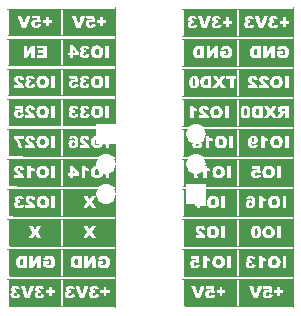
<source format=gbr>
%TF.GenerationSoftware,KiCad,Pcbnew,7.0.9*%
%TF.CreationDate,2023-12-29T11:45:24+09:00*%
%TF.ProjectId,CAT4238_Unit,43415434-3233-4385-9f55-6e69742e6b69,rev?*%
%TF.SameCoordinates,Original*%
%TF.FileFunction,Legend,Bot*%
%TF.FilePolarity,Positive*%
%FSLAX46Y46*%
G04 Gerber Fmt 4.6, Leading zero omitted, Abs format (unit mm)*
G04 Created by KiCad (PCBNEW 7.0.9) date 2023-12-29 11:45:24*
%MOMM*%
%LPD*%
G01*
G04 APERTURE LIST*
%ADD10C,0.150000*%
%ADD11R,1.700000X1.700000*%
%ADD12O,1.700000X1.700000*%
%ADD13C,0.800000*%
%ADD14C,6.400000*%
%ADD15C,2.200000*%
%ADD16O,2.200000X2.200000*%
%ADD17C,1.200000*%
%ADD18C,1.300000*%
G04 APERTURE END LIST*
%TO.C,G\u002A\u002A\u002A*%
G36*
X149454221Y-81275446D02*
G01*
X149454221Y-82675990D01*
X149454221Y-83177420D01*
X149454221Y-85217719D01*
X149454221Y-85719149D01*
X149454221Y-87759448D01*
X149454221Y-88260878D01*
X149454221Y-90301178D01*
X149454221Y-90802607D01*
X149454221Y-92670000D01*
X149454221Y-92842907D01*
X149454221Y-93344336D01*
X149454221Y-95384636D01*
X149454221Y-96914447D01*
X149454221Y-97943655D01*
X149454221Y-99456176D01*
X149454221Y-100485384D01*
X149454221Y-101424763D01*
X149454221Y-103027114D01*
X149454221Y-104151007D01*
X149454221Y-105430517D01*
X149415317Y-105430517D01*
X149408003Y-105430348D01*
X149387415Y-105423774D01*
X149378404Y-105400932D01*
X149376413Y-105352709D01*
X149376413Y-105274901D01*
X144828965Y-105274901D01*
X144820301Y-105274901D01*
X144352311Y-105274899D01*
X143917649Y-105274887D01*
X143515084Y-105274855D01*
X143143385Y-105274795D01*
X142801321Y-105274696D01*
X142487661Y-105274549D01*
X142201174Y-105274345D01*
X141940628Y-105274075D01*
X141704793Y-105273730D01*
X141492437Y-105273299D01*
X141302329Y-105272774D01*
X141133238Y-105272144D01*
X140983933Y-105271402D01*
X140853183Y-105270537D01*
X140739757Y-105269541D01*
X140642423Y-105268403D01*
X140559951Y-105267114D01*
X140491110Y-105265665D01*
X140434667Y-105264047D01*
X140389393Y-105262251D01*
X140354056Y-105260266D01*
X140327424Y-105258084D01*
X140308268Y-105255695D01*
X140295355Y-105253089D01*
X140287455Y-105250259D01*
X140283336Y-105247193D01*
X140281767Y-105243883D01*
X140281518Y-105240320D01*
X140281548Y-105237836D01*
X140287710Y-105217396D01*
X140310702Y-105208001D01*
X140359326Y-105205738D01*
X140437134Y-105205738D01*
X144846256Y-105205738D01*
X144941355Y-105205738D01*
X145036454Y-105205738D01*
X145036454Y-104218503D01*
X145183424Y-104218503D01*
X145188363Y-104290505D01*
X145216634Y-104384489D01*
X145271296Y-104457759D01*
X145353850Y-104512910D01*
X145371335Y-104520515D01*
X145452191Y-104543296D01*
X145548314Y-104556934D01*
X145645134Y-104559952D01*
X145728081Y-104550871D01*
X145752699Y-104544806D01*
X145857478Y-104500231D01*
X145938641Y-104430782D01*
X145995261Y-104337201D01*
X146000913Y-104323510D01*
X146015978Y-104284967D01*
X146022022Y-104265966D01*
X146022012Y-104265870D01*
X146005534Y-104260640D01*
X145963680Y-104253893D01*
X145905310Y-104247063D01*
X145844982Y-104240325D01*
X145791222Y-104232989D01*
X145759901Y-104227088D01*
X145752812Y-104225851D01*
X145730393Y-104238030D01*
X145710967Y-104280151D01*
X145706677Y-104291949D01*
X145670563Y-104347173D01*
X145621618Y-104373631D01*
X145566323Y-104369597D01*
X145511161Y-104333345D01*
X145483351Y-104295774D01*
X145468720Y-104229601D01*
X145470519Y-104202292D01*
X145493056Y-104144957D01*
X145541432Y-104110585D01*
X145615691Y-104099135D01*
X145643332Y-104098869D01*
X145677448Y-104094494D01*
X145691048Y-104080008D01*
X145693499Y-104049425D01*
X145693401Y-104036899D01*
X145685825Y-103956336D01*
X145666222Y-103907853D01*
X145634668Y-103891647D01*
X145626181Y-103891377D01*
X145572908Y-103875057D01*
X145536746Y-103839771D01*
X145521056Y-103794310D01*
X145529197Y-103747469D01*
X145564527Y-103708041D01*
X145585207Y-103697351D01*
X145636718Y-103693310D01*
X145682034Y-103719284D01*
X145713923Y-103772167D01*
X145726741Y-103802564D01*
X145747705Y-103818616D01*
X145786493Y-103815811D01*
X145795673Y-103814185D01*
X145852952Y-103804533D01*
X145914339Y-103794741D01*
X145933289Y-103791397D01*
X145975912Y-103780230D01*
X145997123Y-103768934D01*
X145998157Y-103756120D01*
X145986568Y-103719709D01*
X145963654Y-103673266D01*
X145935081Y-103627731D01*
X145906517Y-103594043D01*
X145868789Y-103565997D01*
X145785388Y-103528890D01*
X145763381Y-103524220D01*
X146056968Y-103524220D01*
X146058193Y-103528866D01*
X146069021Y-103560863D01*
X146089836Y-103619421D01*
X146119174Y-103700509D01*
X146155570Y-103800093D01*
X146197560Y-103914140D01*
X146243682Y-104038618D01*
X146328173Y-104265966D01*
X146430031Y-104540048D01*
X146604684Y-104544956D01*
X146779337Y-104549864D01*
X146834336Y-104406630D01*
X146867945Y-104318782D01*
X146906043Y-104218503D01*
X147223724Y-104218503D01*
X147228662Y-104290505D01*
X147256934Y-104384489D01*
X147311595Y-104457759D01*
X147394149Y-104512910D01*
X147411634Y-104520515D01*
X147492491Y-104543296D01*
X147588614Y-104556934D01*
X147685434Y-104559952D01*
X147768380Y-104550871D01*
X147792998Y-104544806D01*
X147897777Y-104500231D01*
X147978941Y-104430782D01*
X148035560Y-104337201D01*
X148041213Y-104323510D01*
X148056278Y-104284967D01*
X148062322Y-104265966D01*
X148062311Y-104265870D01*
X148045834Y-104260640D01*
X148003980Y-104253893D01*
X147945609Y-104247063D01*
X147885282Y-104240325D01*
X147831522Y-104232989D01*
X147800201Y-104227088D01*
X147793112Y-104225851D01*
X147770693Y-104238030D01*
X147751267Y-104280151D01*
X147746977Y-104291949D01*
X147710862Y-104347173D01*
X147661917Y-104373631D01*
X147606623Y-104369597D01*
X147551461Y-104333345D01*
X147523650Y-104295774D01*
X147509020Y-104229601D01*
X147510818Y-104202292D01*
X147530977Y-104151007D01*
X148183356Y-104151007D01*
X148321682Y-104151007D01*
X148460007Y-104151007D01*
X148460007Y-104265966D01*
X148460007Y-104280687D01*
X148460007Y-104410367D01*
X148572396Y-104410367D01*
X148684786Y-104410367D01*
X148684786Y-104280687D01*
X148684786Y-104151007D01*
X148823111Y-104151007D01*
X148961437Y-104151007D01*
X148961437Y-104029973D01*
X148961437Y-103908938D01*
X148823111Y-103908938D01*
X148684786Y-103908938D01*
X148684786Y-103779258D01*
X148684786Y-103649578D01*
X148572396Y-103649578D01*
X148460007Y-103649578D01*
X148460007Y-103779258D01*
X148460007Y-103908938D01*
X148321682Y-103908938D01*
X148183356Y-103908938D01*
X148183356Y-104029973D01*
X148183356Y-104151007D01*
X147530977Y-104151007D01*
X147533355Y-104144957D01*
X147581732Y-104110585D01*
X147655991Y-104099135D01*
X147683631Y-104098869D01*
X147717747Y-104094494D01*
X147731347Y-104080008D01*
X147733799Y-104049425D01*
X147733701Y-104036899D01*
X147726125Y-103956336D01*
X147706522Y-103907853D01*
X147674967Y-103891647D01*
X147666481Y-103891377D01*
X147613207Y-103875057D01*
X147577046Y-103839771D01*
X147561356Y-103794310D01*
X147569496Y-103747469D01*
X147604827Y-103708041D01*
X147625506Y-103697351D01*
X147677017Y-103693310D01*
X147722333Y-103719284D01*
X147754222Y-103772167D01*
X147767040Y-103802564D01*
X147788005Y-103818616D01*
X147826792Y-103815811D01*
X147835973Y-103814185D01*
X147893252Y-103804533D01*
X147954638Y-103794741D01*
X147973588Y-103791397D01*
X148016211Y-103780230D01*
X148037423Y-103768934D01*
X148038457Y-103756120D01*
X148026868Y-103719709D01*
X148003953Y-103673266D01*
X147975380Y-103627731D01*
X147946817Y-103594043D01*
X147909088Y-103565997D01*
X147825688Y-103528890D01*
X147728521Y-103508271D01*
X147625184Y-103503652D01*
X147523273Y-103514547D01*
X147495661Y-103522252D01*
X147430384Y-103540467D01*
X147354114Y-103580925D01*
X147302058Y-103635434D01*
X147289138Y-103660100D01*
X147269223Y-103739365D01*
X147274913Y-103820879D01*
X147304479Y-103894589D01*
X147356195Y-103950444D01*
X147393765Y-103976759D01*
X147351971Y-103992886D01*
X147349716Y-103993797D01*
X147308275Y-104019018D01*
X147266951Y-104055467D01*
X147249331Y-104076491D01*
X147233078Y-104108458D01*
X147225556Y-104151974D01*
X147223724Y-104218503D01*
X146906043Y-104218503D01*
X146912166Y-104202385D01*
X146957416Y-104082521D01*
X147002031Y-103963666D01*
X147044347Y-103850292D01*
X147082699Y-103746875D01*
X147115426Y-103657888D01*
X147140861Y-103587806D01*
X147157343Y-103541102D01*
X147163206Y-103522252D01*
X147156698Y-103519076D01*
X147122747Y-103515497D01*
X147066309Y-103514014D01*
X146994788Y-103514949D01*
X146826369Y-103519898D01*
X146771198Y-103692804D01*
X146759690Y-103728938D01*
X146726341Y-103834148D01*
X146691060Y-103945994D01*
X146659794Y-104045650D01*
X146603560Y-104225589D01*
X146553552Y-104062941D01*
X146538187Y-104013010D01*
X146507221Y-103912529D01*
X146473961Y-103804749D01*
X146443374Y-103705772D01*
X146383204Y-103511252D01*
X146219904Y-103511252D01*
X146178267Y-103511683D01*
X146115772Y-103514256D01*
X146072836Y-103518634D01*
X146056968Y-103524220D01*
X145763381Y-103524220D01*
X145688221Y-103508271D01*
X145584884Y-103503652D01*
X145482973Y-103514547D01*
X145390084Y-103540467D01*
X145313814Y-103580925D01*
X145261758Y-103635434D01*
X145248838Y-103660100D01*
X145228923Y-103739365D01*
X145234613Y-103820879D01*
X145264180Y-103894589D01*
X145315895Y-103950444D01*
X145353465Y-103976759D01*
X145311671Y-103992886D01*
X145309416Y-103993797D01*
X145267976Y-104019018D01*
X145226651Y-104055467D01*
X145209032Y-104076491D01*
X145192779Y-104108458D01*
X145185256Y-104151974D01*
X145183424Y-104218503D01*
X145036454Y-104218503D01*
X145036454Y-104116426D01*
X145036454Y-103027114D01*
X144941355Y-103027114D01*
X144846256Y-103027114D01*
X144846256Y-104116426D01*
X144846256Y-104151007D01*
X144846256Y-105205738D01*
X140437134Y-105205738D01*
X140437134Y-104233647D01*
X140560537Y-104233647D01*
X140577635Y-104314949D01*
X140615293Y-104392563D01*
X140671779Y-104460857D01*
X140745361Y-104514202D01*
X140834308Y-104546968D01*
X140882486Y-104555351D01*
X140988980Y-104562062D01*
X141092041Y-104554370D01*
X141181895Y-104533380D01*
X141248769Y-104500193D01*
X141281819Y-104471875D01*
X141332765Y-104415620D01*
X141374227Y-104355788D01*
X141397053Y-104304458D01*
X141400033Y-104291376D01*
X141400133Y-104272421D01*
X141386411Y-104261190D01*
X141352000Y-104254009D01*
X141290033Y-104247206D01*
X141228340Y-104240402D01*
X141175765Y-104233458D01*
X141146052Y-104228126D01*
X141143450Y-104227600D01*
X141118036Y-104241549D01*
X141091453Y-104288971D01*
X141079555Y-104312432D01*
X141037014Y-104357312D01*
X140986097Y-104374430D01*
X140934690Y-104364547D01*
X140890679Y-104328424D01*
X140861949Y-104266823D01*
X140855361Y-104234105D01*
X140858247Y-104194267D01*
X140880979Y-104155000D01*
X140902775Y-104130666D01*
X140940008Y-104110816D01*
X140997332Y-104102477D01*
X141078556Y-104097172D01*
X141073400Y-103999372D01*
X141073205Y-103995686D01*
X141069186Y-103941662D01*
X141060788Y-103912245D01*
X141042440Y-103897985D01*
X141008571Y-103889436D01*
X140964937Y-103874079D01*
X140922665Y-103838642D01*
X140903984Y-103793912D01*
X140911525Y-103747756D01*
X140947917Y-103708041D01*
X140962346Y-103700020D01*
X141014555Y-103692317D01*
X141062182Y-103715262D01*
X141097936Y-103766035D01*
X141113421Y-103801275D01*
X141122115Y-103819542D01*
X141123296Y-103820033D01*
X141146992Y-103818911D01*
X141194378Y-103812956D01*
X141256940Y-103803202D01*
X141308753Y-103793728D01*
X141359687Y-103779551D01*
X141383678Y-103761396D01*
X141385197Y-103734972D01*
X141368718Y-103695990D01*
X141351653Y-103665713D01*
X141291885Y-103593552D01*
X141214255Y-103544320D01*
X141114631Y-103515953D01*
X141112475Y-103515789D01*
X141439993Y-103515789D01*
X141441489Y-103520560D01*
X141452778Y-103552430D01*
X141473930Y-103610811D01*
X141503509Y-103691771D01*
X141540075Y-103791379D01*
X141582190Y-103905703D01*
X141628417Y-104030812D01*
X141717815Y-104272421D01*
X141816840Y-104540048D01*
X141991718Y-104544977D01*
X142166596Y-104549907D01*
X142185169Y-104501751D01*
X142199226Y-104465235D01*
X142243550Y-104349344D01*
X142287451Y-104233647D01*
X142600836Y-104233647D01*
X142617935Y-104314949D01*
X142655593Y-104392563D01*
X142712078Y-104460857D01*
X142785660Y-104514202D01*
X142874607Y-104546968D01*
X142922785Y-104555351D01*
X143029280Y-104562062D01*
X143132341Y-104554370D01*
X143222195Y-104533380D01*
X143289069Y-104500193D01*
X143322119Y-104471875D01*
X143373065Y-104415620D01*
X143414527Y-104355788D01*
X143437352Y-104304458D01*
X143440332Y-104291376D01*
X143440433Y-104272421D01*
X143426711Y-104261190D01*
X143392300Y-104254009D01*
X143330333Y-104247206D01*
X143268633Y-104240358D01*
X143215694Y-104233255D01*
X143185523Y-104227702D01*
X143183661Y-104227246D01*
X143159025Y-104237946D01*
X143136473Y-104281685D01*
X143107726Y-104331385D01*
X143061351Y-104365102D01*
X143008750Y-104372977D01*
X142958370Y-104354017D01*
X142918661Y-104307232D01*
X142896981Y-104251817D01*
X142898225Y-104198019D01*
X142924692Y-104151007D01*
X143584037Y-104151007D01*
X143713717Y-104151007D01*
X143843397Y-104151007D01*
X143843397Y-104272421D01*
X143843397Y-104280687D01*
X143843397Y-104410367D01*
X143964432Y-104410367D01*
X144085467Y-104410367D01*
X144085467Y-104280687D01*
X144085467Y-104151007D01*
X144215147Y-104151007D01*
X144344827Y-104151007D01*
X144344827Y-104029973D01*
X144344827Y-103908938D01*
X144215147Y-103908938D01*
X144085467Y-103908938D01*
X144085467Y-103779258D01*
X144085467Y-103649578D01*
X143964432Y-103649578D01*
X143843397Y-103649578D01*
X143843397Y-103779258D01*
X143843397Y-103908938D01*
X143713717Y-103908938D01*
X143584037Y-103908938D01*
X143584037Y-104029973D01*
X143584037Y-104151007D01*
X142924692Y-104151007D01*
X142928246Y-104144694D01*
X142950791Y-104120753D01*
X142986617Y-104103544D01*
X143041499Y-104099135D01*
X143118915Y-104099135D01*
X143113729Y-104000353D01*
X143113435Y-103994774D01*
X143109402Y-103941205D01*
X143100956Y-103912052D01*
X143082609Y-103897925D01*
X143048871Y-103889436D01*
X143005237Y-103874079D01*
X142962965Y-103838642D01*
X142944284Y-103793912D01*
X142951824Y-103747756D01*
X142988217Y-103708041D01*
X143002645Y-103700020D01*
X143054855Y-103692317D01*
X143102481Y-103715262D01*
X143138235Y-103766035D01*
X143153720Y-103801275D01*
X143162415Y-103819542D01*
X143163595Y-103820033D01*
X143187291Y-103818911D01*
X143234677Y-103812956D01*
X143297239Y-103803202D01*
X143361097Y-103790620D01*
X143411662Y-103774387D01*
X143428421Y-103757737D01*
X143423122Y-103728020D01*
X143394324Y-103671264D01*
X143347295Y-103612942D01*
X143289793Y-103562039D01*
X143229578Y-103527538D01*
X143221252Y-103524774D01*
X143172506Y-103515604D01*
X143104474Y-103509009D01*
X143029179Y-103506266D01*
X142955731Y-103508663D01*
X142841231Y-103528136D01*
X142840477Y-103528477D01*
X142754053Y-103567574D01*
X142693247Y-103627492D01*
X142657864Y-103708408D01*
X142652762Y-103775292D01*
X142673474Y-103855625D01*
X142719923Y-103923988D01*
X142770900Y-103974965D01*
X142709773Y-104011031D01*
X142690214Y-104023903D01*
X142635244Y-104082493D01*
X142606029Y-104154285D01*
X142600836Y-104233647D01*
X142287451Y-104233647D01*
X142290026Y-104226860D01*
X142337047Y-104102106D01*
X142383008Y-103979407D01*
X142426303Y-103863086D01*
X142465327Y-103757466D01*
X142498474Y-103666872D01*
X142524138Y-103595626D01*
X142540714Y-103548054D01*
X142546597Y-103528477D01*
X142546154Y-103526679D01*
X142523693Y-103518137D01*
X142467793Y-103514208D01*
X142379177Y-103514949D01*
X142211758Y-103519898D01*
X142109657Y-103848421D01*
X142104581Y-103864722D01*
X142073046Y-103964517D01*
X142044590Y-104052167D01*
X142020967Y-104122439D01*
X142003929Y-104170100D01*
X141995231Y-104189919D01*
X141993685Y-104189692D01*
X141982676Y-104169048D01*
X141964035Y-104121248D01*
X141939409Y-104050939D01*
X141910446Y-103962772D01*
X141878793Y-103861396D01*
X141774681Y-103519898D01*
X141607337Y-103514949D01*
X141562052Y-103513826D01*
X141499197Y-103513131D01*
X141456033Y-103513797D01*
X141439993Y-103515789D01*
X141112475Y-103515789D01*
X140988880Y-103506389D01*
X140915423Y-103508730D01*
X140800946Y-103528133D01*
X140713772Y-103567539D01*
X140652959Y-103627460D01*
X140617565Y-103708408D01*
X140612462Y-103775292D01*
X140633174Y-103855625D01*
X140679623Y-103923988D01*
X140730600Y-103974965D01*
X140669473Y-104011031D01*
X140649914Y-104023903D01*
X140594945Y-104082493D01*
X140565729Y-104154285D01*
X140560537Y-104233647D01*
X140437134Y-104233647D01*
X140437134Y-104116426D01*
X140437134Y-103027114D01*
X140359326Y-103027114D01*
X140338340Y-103026948D01*
X140300595Y-103023199D01*
X140284743Y-103010561D01*
X140281518Y-102983887D01*
X140281518Y-102940660D01*
X144828965Y-102940660D01*
X149376413Y-102940660D01*
X149376413Y-102836916D01*
X149376413Y-102733172D01*
X144828965Y-102733172D01*
X144820301Y-102733172D01*
X144352311Y-102733170D01*
X143917649Y-102733158D01*
X143515084Y-102733126D01*
X143143385Y-102733065D01*
X142801321Y-102732967D01*
X142487661Y-102732820D01*
X142201174Y-102732616D01*
X141940628Y-102732346D01*
X141704793Y-102732001D01*
X141492437Y-102731570D01*
X141302329Y-102731044D01*
X141133238Y-102730415D01*
X140983933Y-102729673D01*
X140853183Y-102728808D01*
X140739757Y-102727812D01*
X140642423Y-102726674D01*
X140559951Y-102725385D01*
X140491110Y-102723936D01*
X140434667Y-102722318D01*
X140389393Y-102720522D01*
X140354056Y-102718537D01*
X140327424Y-102716355D01*
X140308268Y-102713966D01*
X140295355Y-102711360D01*
X140287455Y-102708530D01*
X140283336Y-102705464D01*
X140281767Y-102702154D01*
X140281518Y-102698591D01*
X140281548Y-102696106D01*
X140287710Y-102675667D01*
X140310702Y-102666272D01*
X140359326Y-102664009D01*
X140437134Y-102664009D01*
X144846256Y-102664009D01*
X144941355Y-102664009D01*
X145036454Y-102664009D01*
X145036454Y-101574697D01*
X145036454Y-101488649D01*
X145650273Y-101488649D01*
X145650282Y-101502308D01*
X145651240Y-101587635D01*
X145654752Y-101648514D01*
X145662201Y-101693878D01*
X145674970Y-101732657D01*
X145694443Y-101773786D01*
X145709999Y-101801695D01*
X145782377Y-101890581D01*
X145876133Y-101952421D01*
X145991906Y-101987676D01*
X145994954Y-101988193D01*
X146057283Y-101995501D01*
X146142627Y-102001468D01*
X146240145Y-102005489D01*
X146338993Y-102006964D01*
X146575324Y-102006964D01*
X146782812Y-102006964D01*
X146934105Y-102006767D01*
X147085398Y-102006570D01*
X147266951Y-101738705D01*
X147448503Y-101470840D01*
X147453264Y-101738902D01*
X147458026Y-102006964D01*
X147613460Y-102006964D01*
X147768895Y-102006964D01*
X147767625Y-101864355D01*
X147941287Y-101864355D01*
X148058698Y-101926053D01*
X148105245Y-101948357D01*
X148200045Y-101984025D01*
X148287800Y-102005872D01*
X148294694Y-102006964D01*
X148296720Y-102007285D01*
X148457149Y-102019741D01*
X148598229Y-102005157D01*
X148718801Y-101964299D01*
X148817703Y-101897933D01*
X148893776Y-101806826D01*
X148945860Y-101691742D01*
X148972795Y-101553450D01*
X148974313Y-101424763D01*
X148949390Y-101292593D01*
X148897567Y-101180053D01*
X148820664Y-101088726D01*
X148720502Y-101020195D01*
X148598902Y-100976044D01*
X148457684Y-100957857D01*
X148298670Y-100967216D01*
X148195560Y-100987593D01*
X148112996Y-101019809D01*
X148050683Y-101066814D01*
X148001651Y-101132486D01*
X147980632Y-101169794D01*
X147961701Y-101216406D01*
X147967721Y-101245648D01*
X148001700Y-101264304D01*
X148066644Y-101279159D01*
X148118170Y-101288830D01*
X148178994Y-101300352D01*
X148220763Y-101308390D01*
X148227860Y-101309658D01*
X148261375Y-101307202D01*
X148278183Y-101281611D01*
X148285281Y-101266848D01*
X148322897Y-101230943D01*
X148378294Y-101204562D01*
X148439301Y-101194302D01*
X148471863Y-101198495D01*
X148536352Y-101227051D01*
X148592355Y-101274976D01*
X148627615Y-101333226D01*
X148634400Y-101358237D01*
X148644343Y-101421364D01*
X148648253Y-101488244D01*
X148647580Y-101520775D01*
X148633897Y-101618204D01*
X148601329Y-101690774D01*
X148548226Y-101742682D01*
X148476844Y-101774393D01*
X148388846Y-101777814D01*
X148291423Y-101748069D01*
X148273545Y-101739461D01*
X148231159Y-101710063D01*
X148217938Y-101679286D01*
X148219942Y-101662973D01*
X148232555Y-101650545D01*
X148263819Y-101645079D01*
X148321682Y-101643860D01*
X148425426Y-101643860D01*
X148425426Y-101522825D01*
X148425426Y-101401790D01*
X148183356Y-101401790D01*
X147941287Y-101401790D01*
X147941287Y-101633073D01*
X147941287Y-101864355D01*
X147767625Y-101864355D01*
X147764315Y-101492566D01*
X147759735Y-100978169D01*
X147610935Y-100973209D01*
X147462135Y-100968250D01*
X147282412Y-101232569D01*
X147102689Y-101496889D01*
X147097916Y-101233206D01*
X147093143Y-100969523D01*
X146937977Y-100969523D01*
X146782812Y-100969523D01*
X146782812Y-101488244D01*
X146782812Y-102006964D01*
X146575324Y-102006964D01*
X146575324Y-101488244D01*
X146575324Y-100969523D01*
X146326969Y-100969523D01*
X146305826Y-100969584D01*
X146207361Y-100971333D01*
X146114769Y-100975134D01*
X146037619Y-100980497D01*
X145985478Y-100986936D01*
X145973035Y-100989434D01*
X145863243Y-101029361D01*
X145772968Y-101097829D01*
X145702145Y-101194885D01*
X145690110Y-101217176D01*
X145671532Y-101256303D01*
X145659848Y-101294015D01*
X145653469Y-101339312D01*
X145650807Y-101401191D01*
X145650273Y-101488649D01*
X145036454Y-101488649D01*
X145036454Y-100485384D01*
X144941355Y-100485384D01*
X144846256Y-100485384D01*
X144846256Y-101447816D01*
X144846256Y-101574697D01*
X144846256Y-102664009D01*
X140437134Y-102664009D01*
X140437134Y-101574697D01*
X140437134Y-101495666D01*
X141033663Y-101495666D01*
X141033705Y-101526293D01*
X141034872Y-101603024D01*
X141038911Y-101657448D01*
X141047505Y-101698872D01*
X141062337Y-101736601D01*
X141085092Y-101779942D01*
X141132095Y-101851544D01*
X141207335Y-101923796D01*
X141301668Y-101972501D01*
X141311356Y-101975412D01*
X141363271Y-101984218D01*
X141443420Y-101991975D01*
X141546971Y-101998286D01*
X141669095Y-102002753D01*
X141976004Y-102010820D01*
X141976004Y-102006964D01*
X142166202Y-102006964D01*
X142318790Y-102006964D01*
X142471378Y-102006964D01*
X142655958Y-101735754D01*
X142840538Y-101464544D01*
X142840538Y-101735754D01*
X142840538Y-102006964D01*
X142996154Y-102006964D01*
X143151770Y-102006964D01*
X143151770Y-101866749D01*
X143324677Y-101866749D01*
X143450034Y-101928545D01*
X143452125Y-101929571D01*
X143529061Y-101962622D01*
X143610493Y-101990476D01*
X143679136Y-102007198D01*
X143802049Y-102019789D01*
X143948174Y-102011955D01*
X144074594Y-101977436D01*
X144179806Y-101917466D01*
X144262309Y-101833282D01*
X144320601Y-101726122D01*
X144353181Y-101597221D01*
X144358546Y-101447816D01*
X144357811Y-101435978D01*
X144334793Y-101297846D01*
X144286828Y-101181766D01*
X144214680Y-101089094D01*
X144119108Y-101021186D01*
X144105476Y-101014559D01*
X144005670Y-100981617D01*
X143888125Y-100963006D01*
X143764880Y-100959216D01*
X143660277Y-100969523D01*
X143647977Y-100970735D01*
X143549456Y-100998052D01*
X143523905Y-101010250D01*
X143452959Y-101060141D01*
X143394004Y-101123632D01*
X143357861Y-101189891D01*
X143355307Y-101197849D01*
X143345414Y-101235792D01*
X143344567Y-101254222D01*
X143347501Y-101255529D01*
X143375796Y-101262794D01*
X143426945Y-101273748D01*
X143492606Y-101286570D01*
X143634600Y-101313188D01*
X143696239Y-101251549D01*
X143716850Y-101231478D01*
X143751771Y-101204765D01*
X143786384Y-101195762D01*
X143835920Y-101198707D01*
X143868591Y-101204218D01*
X143941779Y-101236046D01*
X143993232Y-101293342D01*
X144023615Y-101377083D01*
X144033594Y-101488244D01*
X144027161Y-101576819D01*
X143999666Y-101669688D01*
X143950870Y-101736101D01*
X143923213Y-101754452D01*
X143865368Y-101772618D01*
X143799082Y-101777306D01*
X143732810Y-101769779D01*
X143675006Y-101751298D01*
X143634124Y-101723124D01*
X143618618Y-101686519D01*
X143620418Y-101666726D01*
X143632083Y-101652064D01*
X143661883Y-101644560D01*
X143718040Y-101640400D01*
X143817461Y-101635214D01*
X143817461Y-101522825D01*
X143817461Y-101410436D01*
X143571069Y-101405638D01*
X143324677Y-101400841D01*
X143324677Y-101633795D01*
X143324677Y-101866749D01*
X143151770Y-101866749D01*
X143151770Y-101488244D01*
X143151770Y-100969523D01*
X142999597Y-100969523D01*
X142847423Y-100969523D01*
X142666751Y-101236413D01*
X142486079Y-101503303D01*
X142481317Y-101236413D01*
X142476556Y-100969523D01*
X142321379Y-100969523D01*
X142166202Y-100969523D01*
X142166202Y-101488244D01*
X142166202Y-102006964D01*
X141976004Y-102006964D01*
X141976004Y-101490172D01*
X141976004Y-100969523D01*
X141719004Y-100969523D01*
X141649095Y-100969941D01*
X141507012Y-100974775D01*
X141392885Y-100986337D01*
X141302263Y-101006266D01*
X141230691Y-101036199D01*
X141173717Y-101077773D01*
X141126888Y-101132626D01*
X141085751Y-101202395D01*
X141078848Y-101216004D01*
X141057989Y-101260967D01*
X141044763Y-101301718D01*
X141037448Y-101347955D01*
X141034322Y-101409372D01*
X141033663Y-101495666D01*
X140437134Y-101495666D01*
X140437134Y-100485384D01*
X140359326Y-100485384D01*
X140338340Y-100485219D01*
X140300595Y-100481470D01*
X140284743Y-100468832D01*
X140281518Y-100442158D01*
X140281518Y-100398931D01*
X144828965Y-100398931D01*
X149376413Y-100398931D01*
X149376413Y-100295187D01*
X149376413Y-100191443D01*
X144828965Y-100191443D01*
X144820301Y-100191443D01*
X144352311Y-100191441D01*
X143917649Y-100191429D01*
X143515084Y-100191397D01*
X143143385Y-100191336D01*
X142801321Y-100191237D01*
X142487661Y-100191091D01*
X142201174Y-100190887D01*
X141940628Y-100190617D01*
X141704793Y-100190271D01*
X141492437Y-100189841D01*
X141302329Y-100189315D01*
X141133238Y-100188686D01*
X140983933Y-100187944D01*
X140853183Y-100187079D01*
X140739757Y-100186082D01*
X140642423Y-100184944D01*
X140559951Y-100183656D01*
X140491110Y-100182207D01*
X140434667Y-100180589D01*
X140389393Y-100178793D01*
X140354056Y-100176808D01*
X140327424Y-100174626D01*
X140308268Y-100172237D01*
X140295355Y-100169631D01*
X140287455Y-100166801D01*
X140283336Y-100163735D01*
X140281767Y-100160425D01*
X140281518Y-100156862D01*
X140281548Y-100154377D01*
X140287710Y-100133938D01*
X140310702Y-100124543D01*
X140359326Y-100122280D01*
X140437134Y-100122280D01*
X144846256Y-100122280D01*
X144941355Y-100122280D01*
X145036454Y-100122280D01*
X145036454Y-99447846D01*
X146713649Y-99447846D01*
X146717512Y-99451970D01*
X146748938Y-99458951D01*
X146808229Y-99463353D01*
X146890878Y-99464744D01*
X147068108Y-99464252D01*
X147160718Y-99309240D01*
X147190731Y-99260512D01*
X147226060Y-99207417D01*
X147252551Y-99172661D01*
X147266030Y-99162079D01*
X147273259Y-99170253D01*
X147296302Y-99203062D01*
X147329801Y-99254418D01*
X147369280Y-99317582D01*
X147459828Y-99465235D01*
X147640040Y-99465235D01*
X147696910Y-99464770D01*
X147760653Y-99462892D01*
X147804157Y-99459907D01*
X147820252Y-99456176D01*
X147812293Y-99441572D01*
X147787890Y-99402542D01*
X147750046Y-99343943D01*
X147701808Y-99270494D01*
X147646226Y-99186911D01*
X147472201Y-98926705D01*
X147624613Y-98691408D01*
X147658900Y-98638341D01*
X147706614Y-98564001D01*
X147745369Y-98503017D01*
X147771861Y-98460599D01*
X147782789Y-98441953D01*
X147775481Y-98437499D01*
X147740506Y-98432497D01*
X147683009Y-98429094D01*
X147609882Y-98427851D01*
X147431212Y-98427907D01*
X147345977Y-98576805D01*
X147327069Y-98610018D01*
X147294244Y-98665596D01*
X147269648Y-98695713D01*
X147248103Y-98699516D01*
X147224428Y-98676151D01*
X147193446Y-98624766D01*
X147149976Y-98544506D01*
X147086767Y-98427794D01*
X146908853Y-98427794D01*
X146854076Y-98428177D01*
X146790478Y-98429798D01*
X146747027Y-98432394D01*
X146730940Y-98435648D01*
X146736015Y-98445445D01*
X146757078Y-98480260D01*
X146791639Y-98535406D01*
X146836600Y-98605953D01*
X146888862Y-98686970D01*
X147046785Y-98930439D01*
X146880217Y-99180448D01*
X146835318Y-99248485D01*
X146786781Y-99323703D01*
X146748238Y-99385351D01*
X146722818Y-99428407D01*
X146713649Y-99447846D01*
X145036454Y-99447846D01*
X145036454Y-99032968D01*
X145036454Y-97943655D01*
X144941355Y-97943655D01*
X144846256Y-97943655D01*
X144846256Y-99032968D01*
X144846256Y-99456944D01*
X144846256Y-100122280D01*
X140437134Y-100122280D01*
X140437134Y-99453826D01*
X142097039Y-99453826D01*
X142105554Y-99457311D01*
X142142059Y-99461396D01*
X142200707Y-99464181D01*
X142274268Y-99465203D01*
X142451498Y-99465172D01*
X142546597Y-99309619D01*
X142577421Y-99259957D01*
X142612679Y-99205276D01*
X142638349Y-99168025D01*
X142650341Y-99154323D01*
X142657821Y-99162345D01*
X142680163Y-99194620D01*
X142712922Y-99245874D01*
X142752045Y-99309908D01*
X142845104Y-99465235D01*
X143024373Y-99465235D01*
X143080383Y-99464818D01*
X143144068Y-99463103D01*
X143187550Y-99460367D01*
X143203642Y-99456944D01*
X143198080Y-99446246D01*
X143176411Y-99410539D01*
X143141267Y-99354650D01*
X143095735Y-99283473D01*
X143042900Y-99201906D01*
X143001766Y-99138725D01*
X142952549Y-99063018D01*
X142912190Y-99000809D01*
X142884033Y-98957253D01*
X142871421Y-98937508D01*
X142872959Y-98927553D01*
X142889531Y-98892029D01*
X142920659Y-98836578D01*
X142963359Y-98766425D01*
X143014646Y-98686793D01*
X143049097Y-98634321D01*
X143096590Y-98560800D01*
X143134525Y-98500607D01*
X143159680Y-98458881D01*
X143168834Y-98440762D01*
X143160377Y-98436811D01*
X143123948Y-98432224D01*
X143065361Y-98429146D01*
X142991831Y-98428095D01*
X142814602Y-98428395D01*
X142729001Y-98582354D01*
X142643399Y-98736313D01*
X142557564Y-98582054D01*
X142471730Y-98427794D01*
X142301675Y-98427794D01*
X142263398Y-98428148D01*
X142193693Y-98431223D01*
X142148015Y-98437020D01*
X142131620Y-98445006D01*
X142133112Y-98449888D01*
X142148638Y-98479965D01*
X142178352Y-98531120D01*
X142218921Y-98597713D01*
X142267015Y-98674107D01*
X142286201Y-98704151D01*
X142333491Y-98778378D01*
X142373257Y-98841031D01*
X142401789Y-98886261D01*
X142415381Y-98908217D01*
X142415962Y-98914354D01*
X142403735Y-98948092D01*
X142373200Y-99006351D01*
X142325729Y-99086630D01*
X142262696Y-99186428D01*
X142216113Y-99258875D01*
X142168558Y-99333935D01*
X142130843Y-99394703D01*
X142105994Y-99436296D01*
X142097039Y-99453826D01*
X140437134Y-99453826D01*
X140437134Y-99032968D01*
X140437134Y-97943655D01*
X140359326Y-97943655D01*
X140338340Y-97943490D01*
X140300595Y-97939741D01*
X140284743Y-97927103D01*
X140281518Y-97900429D01*
X140281518Y-97857202D01*
X144828965Y-97857202D01*
X149376413Y-97857202D01*
X149376413Y-97753458D01*
X149376413Y-97649714D01*
X144828965Y-97649714D01*
X144479559Y-97649712D01*
X144035678Y-97649701D01*
X143624238Y-97649671D01*
X143244009Y-97649612D01*
X142893760Y-97649516D01*
X142572259Y-97649374D01*
X142278277Y-97649177D01*
X142010582Y-97648915D01*
X141767943Y-97648579D01*
X141549130Y-97648161D01*
X141352911Y-97647650D01*
X141178057Y-97647039D01*
X141023335Y-97646318D01*
X140887516Y-97645478D01*
X140769368Y-97644510D01*
X140667661Y-97643405D01*
X140581164Y-97642153D01*
X140508645Y-97640746D01*
X140448875Y-97639174D01*
X140400622Y-97637429D01*
X140362655Y-97635501D01*
X140333744Y-97633381D01*
X140312658Y-97631061D01*
X140298165Y-97628530D01*
X140289036Y-97625781D01*
X140284039Y-97622803D01*
X140281943Y-97619588D01*
X140281518Y-97616127D01*
X140285759Y-97597188D01*
X140307368Y-97583763D01*
X140355004Y-97577223D01*
X140428489Y-97571906D01*
X140428489Y-96600058D01*
X140871590Y-96600058D01*
X140884375Y-96685895D01*
X140920134Y-96768842D01*
X140976244Y-96841180D01*
X141050080Y-96895192D01*
X141070650Y-96903988D01*
X141140256Y-96921609D01*
X141227295Y-96932907D01*
X141319860Y-96937144D01*
X141406045Y-96933580D01*
X141462565Y-96923506D01*
X141820388Y-96923506D01*
X142254029Y-96923506D01*
X142687670Y-96923506D01*
X142675540Y-96867311D01*
X142653552Y-96794703D01*
X142608834Y-96708435D01*
X142541508Y-96621055D01*
X142448430Y-96528597D01*
X142326456Y-96427096D01*
X142309034Y-96413431D01*
X142780021Y-96413431D01*
X142780471Y-96474978D01*
X142783628Y-96540916D01*
X142791525Y-96590931D01*
X142806142Y-96635979D01*
X142829458Y-96687018D01*
X142833868Y-96695792D01*
X142901424Y-96793629D01*
X142991285Y-96866044D01*
X143105866Y-96915031D01*
X143142780Y-96923506D01*
X143151217Y-96925443D01*
X143229473Y-96936008D01*
X143306202Y-96939629D01*
X143425403Y-96931013D01*
X143549143Y-96899708D01*
X143650238Y-96844247D01*
X143731079Y-96763238D01*
X143794060Y-96655285D01*
X143818103Y-96579726D01*
X143832799Y-96476720D01*
X143834307Y-96367061D01*
X144016304Y-96367061D01*
X144016304Y-96413431D01*
X144016304Y-96923506D01*
X144180565Y-96923506D01*
X144344827Y-96923506D01*
X144344827Y-96413431D01*
X144344827Y-95903356D01*
X144846256Y-95903356D01*
X144846256Y-96482593D01*
X144846256Y-97580551D01*
X144941355Y-97580551D01*
X145036454Y-97580551D01*
X145036454Y-96907346D01*
X146713649Y-96907346D01*
X146716480Y-96910969D01*
X146746166Y-96917505D01*
X146805342Y-96920527D01*
X146890499Y-96919788D01*
X147067350Y-96914860D01*
X147160138Y-96763556D01*
X147189209Y-96717556D01*
X147225096Y-96665016D01*
X147252070Y-96630629D01*
X147265830Y-96620226D01*
X147273108Y-96628426D01*
X147296225Y-96661278D01*
X147329777Y-96712669D01*
X147369280Y-96775853D01*
X147459828Y-96923506D01*
X147640040Y-96923506D01*
X147696910Y-96923041D01*
X147760653Y-96921163D01*
X147804157Y-96918178D01*
X147820252Y-96914447D01*
X147812293Y-96899843D01*
X147787890Y-96860813D01*
X147750046Y-96802214D01*
X147701808Y-96728765D01*
X147646226Y-96645182D01*
X147472201Y-96384976D01*
X147624613Y-96149679D01*
X147658900Y-96096612D01*
X147706614Y-96022272D01*
X147745369Y-95961288D01*
X147771861Y-95918869D01*
X147782789Y-95900224D01*
X147775197Y-95895710D01*
X147739865Y-95890724D01*
X147682059Y-95887323D01*
X147608653Y-95886065D01*
X147428754Y-95886065D01*
X147344973Y-96035327D01*
X147326045Y-96069233D01*
X147293871Y-96124683D01*
X147269655Y-96154662D01*
X147248277Y-96158316D01*
X147224617Y-96134789D01*
X147193557Y-96083228D01*
X147149976Y-96002777D01*
X147086767Y-95886065D01*
X146908245Y-95886065D01*
X146874360Y-95885796D01*
X146817446Y-95884960D01*
X146778001Y-95886946D01*
X146756018Y-95895618D01*
X146751494Y-95914837D01*
X146764424Y-95948469D01*
X146794803Y-96000375D01*
X146842626Y-96074419D01*
X146907889Y-96174465D01*
X147045655Y-96387378D01*
X146879652Y-96638677D01*
X146834639Y-96707473D01*
X146786366Y-96782919D01*
X146748039Y-96844732D01*
X146722764Y-96887884D01*
X146713649Y-96907346D01*
X145036454Y-96907346D01*
X145036454Y-96482593D01*
X145036454Y-95384636D01*
X144941355Y-95384636D01*
X144846256Y-95384636D01*
X144846256Y-95903356D01*
X144344827Y-95903356D01*
X144180565Y-95903356D01*
X144016304Y-95903356D01*
X144016304Y-96367061D01*
X143834307Y-96367061D01*
X143822537Y-96263585D01*
X143797400Y-96179128D01*
X143750071Y-96094373D01*
X143666628Y-96001419D01*
X143562549Y-95935798D01*
X143549192Y-95929902D01*
X143500402Y-95911999D01*
X143449623Y-95901357D01*
X143386016Y-95896308D01*
X143298741Y-95895184D01*
X143247113Y-95896109D01*
X143138646Y-95906056D01*
X143051964Y-95929126D01*
X142978836Y-95968091D01*
X142911031Y-96025721D01*
X142884356Y-96054038D01*
X142834479Y-96123133D01*
X142802344Y-96200499D01*
X142785131Y-96294482D01*
X142780021Y-96413431D01*
X142309034Y-96413431D01*
X142308282Y-96412841D01*
X142233727Y-96352028D01*
X142182893Y-96304687D01*
X142151669Y-96265911D01*
X142135948Y-96230794D01*
X142131620Y-96194431D01*
X142131727Y-96190419D01*
X142149534Y-96142746D01*
X142190686Y-96107387D01*
X142244843Y-96093553D01*
X142266186Y-96097702D01*
X142308575Y-96124759D01*
X142342511Y-96166652D01*
X142356399Y-96211159D01*
X142357012Y-96224322D01*
X142363582Y-96237489D01*
X142383259Y-96243318D01*
X142423160Y-96243281D01*
X142490402Y-96238847D01*
X142544553Y-96234801D01*
X142604790Y-96228991D01*
X142639900Y-96221368D01*
X142655589Y-96209124D01*
X142657561Y-96189449D01*
X142651520Y-96159536D01*
X142640408Y-96118568D01*
X142596174Y-96026048D01*
X142529786Y-95957723D01*
X142439959Y-95912853D01*
X142325406Y-95890696D01*
X142184842Y-95890512D01*
X142177514Y-95891048D01*
X142105504Y-95899473D01*
X142042096Y-95911931D01*
X142000273Y-95925931D01*
X141990655Y-95931128D01*
X141909529Y-95994187D01*
X141857377Y-96074578D01*
X141835832Y-96168618D01*
X141846528Y-96272623D01*
X141863928Y-96322965D01*
X141896180Y-96377949D01*
X141945803Y-96435136D01*
X142017089Y-96499381D01*
X142114330Y-96575538D01*
X142233051Y-96664572D01*
X142244010Y-96672791D01*
X142032199Y-96677646D01*
X141820388Y-96682501D01*
X141820388Y-96803003D01*
X141820388Y-96923506D01*
X141462565Y-96923506D01*
X141473943Y-96921478D01*
X141526120Y-96900883D01*
X141608311Y-96846555D01*
X141671603Y-96775597D01*
X141708170Y-96695556D01*
X141710388Y-96685757D01*
X141710713Y-96664572D01*
X141698356Y-96649704D01*
X141667875Y-96638828D01*
X141613827Y-96629616D01*
X141530769Y-96619744D01*
X141494392Y-96616081D01*
X141449806Y-96614346D01*
X141428289Y-96619895D01*
X141422703Y-96633644D01*
X141418863Y-96656483D01*
X141391045Y-96701889D01*
X141345801Y-96736701D01*
X141294448Y-96750599D01*
X141277351Y-96749730D01*
X141221695Y-96729098D01*
X141187536Y-96681944D01*
X141175918Y-96609511D01*
X141179630Y-96568662D01*
X141205092Y-96512742D01*
X141253397Y-96482474D01*
X141323014Y-96479215D01*
X141388121Y-96487948D01*
X141388121Y-96385849D01*
X141387235Y-96331338D01*
X141382301Y-96299465D01*
X141370054Y-96286320D01*
X141347226Y-96283751D01*
X141315442Y-96278064D01*
X141267472Y-96252059D01*
X141230207Y-96213725D01*
X141215215Y-96172786D01*
X141229308Y-96127586D01*
X141266785Y-96090958D01*
X141315997Y-96076263D01*
X141326066Y-96077077D01*
X141371402Y-96097650D01*
X141407790Y-96136709D01*
X141422703Y-96181857D01*
X141426900Y-96203880D01*
X141445928Y-96209375D01*
X141462250Y-96205022D01*
X141507061Y-96196763D01*
X141564306Y-96188574D01*
X141591297Y-96185009D01*
X141651526Y-96173635D01*
X141684624Y-96158276D01*
X141696167Y-96135064D01*
X141691733Y-96100126D01*
X141691203Y-96098091D01*
X141659852Y-96037612D01*
X141604125Y-95980012D01*
X141533495Y-95933179D01*
X141457438Y-95905004D01*
X141451750Y-95903803D01*
X141321171Y-95887048D01*
X141202895Y-95892138D01*
X141100715Y-95917656D01*
X141018427Y-95962183D01*
X140959825Y-96024302D01*
X140928704Y-96102594D01*
X140923868Y-96168783D01*
X140943930Y-96241559D01*
X140995778Y-96309305D01*
X141050953Y-96363944D01*
X140999245Y-96388687D01*
X140990979Y-96393112D01*
X140946105Y-96428320D01*
X140906817Y-96473948D01*
X140884406Y-96519049D01*
X140871590Y-96600058D01*
X140428489Y-96600058D01*
X140428489Y-96482593D01*
X140428489Y-95393281D01*
X140355004Y-95387964D01*
X140314238Y-95383077D01*
X140288286Y-95371322D01*
X140281518Y-95349060D01*
X140281721Y-95346479D01*
X140283261Y-95343201D01*
X140287381Y-95340162D01*
X140295311Y-95337354D01*
X140308283Y-95334767D01*
X140327527Y-95332392D01*
X140354274Y-95330221D01*
X140389755Y-95328244D01*
X140435200Y-95326452D01*
X140491841Y-95324835D01*
X140560909Y-95323386D01*
X140643633Y-95322095D01*
X140741246Y-95320952D01*
X140854978Y-95319949D01*
X140986059Y-95319076D01*
X141135721Y-95318325D01*
X141305194Y-95317686D01*
X141495709Y-95317151D01*
X141708497Y-95316709D01*
X141944789Y-95316353D01*
X142205816Y-95316072D01*
X142492809Y-95315859D01*
X142806997Y-95315703D01*
X143149613Y-95315596D01*
X143521887Y-95315528D01*
X143925050Y-95315492D01*
X144360333Y-95315476D01*
X144828965Y-95315473D01*
X149376413Y-95315473D01*
X149376413Y-95211729D01*
X149376413Y-95107985D01*
X144828965Y-95107985D01*
X144479559Y-95107983D01*
X144035678Y-95107972D01*
X143624238Y-95107942D01*
X143244009Y-95107883D01*
X142893760Y-95107787D01*
X142572259Y-95107645D01*
X142278277Y-95107448D01*
X142010582Y-95107185D01*
X141767943Y-95106850D01*
X141549130Y-95106431D01*
X141352911Y-95105921D01*
X141178057Y-95105310D01*
X141023335Y-95104589D01*
X140887516Y-95103749D01*
X140769368Y-95102781D01*
X140667661Y-95101676D01*
X140581164Y-95100424D01*
X140508645Y-95099017D01*
X140448875Y-95097445D01*
X140400622Y-95095700D01*
X140362655Y-95093772D01*
X140333744Y-95091652D01*
X140312658Y-95089332D01*
X140298165Y-95086801D01*
X140289036Y-95084052D01*
X140284039Y-95081074D01*
X140281943Y-95077859D01*
X140281518Y-95074398D01*
X140285759Y-95055459D01*
X140307368Y-95042034D01*
X140330764Y-95038822D01*
X144846256Y-95038822D01*
X144941355Y-95038822D01*
X145036454Y-95038822D01*
X145036454Y-94191579D01*
X145451430Y-94191579D01*
X145511044Y-94191579D01*
X145570657Y-94191579D01*
X145575884Y-94282355D01*
X145581110Y-94373131D01*
X145706467Y-94378211D01*
X145831825Y-94383292D01*
X145831825Y-94287435D01*
X145831825Y-94191579D01*
X146091185Y-94191579D01*
X146350545Y-94191579D01*
X146609905Y-94191579D01*
X146609905Y-94381777D01*
X146756876Y-94381777D01*
X146903846Y-94381777D01*
X146903846Y-94044392D01*
X146903846Y-93707006D01*
X146968686Y-93747340D01*
X147004239Y-93767465D01*
X147058505Y-93794488D01*
X147114681Y-93819761D01*
X147161949Y-93838461D01*
X147189492Y-93845766D01*
X147189653Y-93845744D01*
X147193757Y-93828858D01*
X147194271Y-93821409D01*
X147374265Y-93821409D01*
X147378293Y-93960299D01*
X147407913Y-94088875D01*
X147462523Y-94196879D01*
X147541037Y-94282203D01*
X147642371Y-94342739D01*
X147731367Y-94369916D01*
X147848033Y-94385065D01*
X147969558Y-94383590D01*
X148084086Y-94365734D01*
X148179760Y-94331739D01*
X148223112Y-94306140D01*
X148309203Y-94227693D01*
X148372695Y-94125644D01*
X148411974Y-94003072D01*
X148425426Y-93863056D01*
X148419699Y-93756205D01*
X148395655Y-93647566D01*
X148350226Y-93555683D01*
X148280607Y-93472999D01*
X148267000Y-93460056D01*
X148190602Y-93400845D01*
X148108080Y-93362521D01*
X148021721Y-93344336D01*
X148597818Y-93344336D01*
X148602398Y-93858734D01*
X148602436Y-93863056D01*
X148606978Y-94373131D01*
X148766916Y-94378103D01*
X148926855Y-94383074D01*
X148926855Y-93863705D01*
X148926855Y-93344336D01*
X148762337Y-93344336D01*
X148597818Y-93344336D01*
X148021721Y-93344336D01*
X148010623Y-93341999D01*
X147889415Y-93336199D01*
X147858594Y-93336824D01*
X147718169Y-93355096D01*
X147601458Y-93398523D01*
X147508587Y-93466986D01*
X147439681Y-93560366D01*
X147394865Y-93678547D01*
X147387772Y-93727740D01*
X147374265Y-93821409D01*
X147194271Y-93821409D01*
X147196676Y-93786570D01*
X147197788Y-93727740D01*
X147197788Y-93609715D01*
X147081316Y-93550420D01*
X147041773Y-93529014D01*
X146963756Y-93474201D01*
X146904119Y-93409085D01*
X146843393Y-93327045D01*
X146726649Y-93327045D01*
X146609905Y-93327045D01*
X146609905Y-93854411D01*
X146609905Y-94191579D01*
X146350545Y-94191579D01*
X146349914Y-94066222D01*
X146349283Y-93940864D01*
X146089630Y-93633955D01*
X145829977Y-93327045D01*
X145701221Y-93327045D01*
X145572464Y-93327045D01*
X145572464Y-93638278D01*
X145572464Y-93949510D01*
X145511947Y-93949510D01*
X145451430Y-93949510D01*
X145451430Y-94070544D01*
X145451430Y-94191579D01*
X145036454Y-94191579D01*
X145036454Y-93940864D01*
X145036454Y-92842907D01*
X144941355Y-92842907D01*
X144846256Y-92842907D01*
X144846256Y-93344336D01*
X144846256Y-93940864D01*
X144846256Y-95038822D01*
X140330764Y-95038822D01*
X140355004Y-95035494D01*
X140428489Y-95030177D01*
X140428489Y-94381777D01*
X140869401Y-94381777D01*
X141293023Y-94381777D01*
X141716644Y-94381777D01*
X141716264Y-94334227D01*
X141709897Y-94290790D01*
X141683887Y-94218134D01*
X141643039Y-94141747D01*
X141593005Y-94073581D01*
X141569889Y-94049367D01*
X141519762Y-94001668D01*
X141456991Y-93945360D01*
X141389978Y-93888121D01*
X141326481Y-93834596D01*
X141252636Y-93768465D01*
X141203129Y-93716566D01*
X141175771Y-93675238D01*
X141168374Y-93640817D01*
X141178750Y-93609641D01*
X141204710Y-93578048D01*
X141208392Y-93574472D01*
X141246746Y-93546149D01*
X141279744Y-93534534D01*
X141326624Y-93547135D01*
X141371251Y-93585587D01*
X141397269Y-93640567D01*
X141409156Y-93694685D01*
X141513564Y-93683772D01*
X141560702Y-93679233D01*
X141619435Y-93674639D01*
X141658663Y-93672859D01*
X141677483Y-93669918D01*
X141697489Y-93646147D01*
X141693935Y-93598077D01*
X141666853Y-93525173D01*
X141617064Y-93447032D01*
X141539070Y-93383188D01*
X141439647Y-93345877D01*
X141436718Y-93345255D01*
X141306391Y-93328952D01*
X141185667Y-93335271D01*
X141078912Y-93362571D01*
X140990492Y-93409211D01*
X140924773Y-93473549D01*
X140886121Y-93553944D01*
X140875426Y-93637704D01*
X140892511Y-93728051D01*
X140940822Y-93818123D01*
X141021349Y-93909717D01*
X141135086Y-94004627D01*
X141281863Y-94113771D01*
X141075632Y-94118626D01*
X140869401Y-94123481D01*
X140869401Y-94252629D01*
X140869401Y-94381777D01*
X140428489Y-94381777D01*
X140428489Y-93940864D01*
X140428489Y-93327045D01*
X141992788Y-93327045D01*
X141997364Y-93850088D01*
X142001940Y-94373131D01*
X142144588Y-94378153D01*
X142247526Y-94381777D01*
X142287236Y-94383175D01*
X142287236Y-94046882D01*
X142287236Y-93854411D01*
X142763904Y-93854411D01*
X142764036Y-93927198D01*
X142767113Y-93988654D01*
X142775235Y-94035850D01*
X142790399Y-94079686D01*
X142814602Y-94131060D01*
X142832258Y-94163301D01*
X142901769Y-94254072D01*
X142986333Y-94322415D01*
X143079012Y-94362264D01*
X143204428Y-94384520D01*
X143346740Y-94386554D01*
X143476613Y-94362663D01*
X143589667Y-94313732D01*
X143681523Y-94240644D01*
X143713778Y-94203877D01*
X143760586Y-94133563D01*
X143790457Y-94055712D01*
X143806200Y-93961664D01*
X143810627Y-93842758D01*
X143808761Y-93789467D01*
X143785249Y-93655743D01*
X143734901Y-93543570D01*
X143657867Y-93453215D01*
X143554297Y-93384944D01*
X143528518Y-93372698D01*
X143480314Y-93353640D01*
X143439543Y-93344336D01*
X143981208Y-93344336D01*
X143985646Y-93842758D01*
X143985788Y-93858734D01*
X143990368Y-94373131D01*
X144150307Y-94378103D01*
X144310245Y-94383074D01*
X144310245Y-93863705D01*
X144310245Y-93344336D01*
X144145727Y-93344336D01*
X143981208Y-93344336D01*
X143439543Y-93344336D01*
X143432286Y-93342680D01*
X143372862Y-93337695D01*
X143290471Y-93336564D01*
X143157734Y-93344791D01*
X143049761Y-93370698D01*
X142960631Y-93416483D01*
X142884302Y-93484343D01*
X142843537Y-93533117D01*
X142804706Y-93595347D01*
X142780543Y-93663327D01*
X142770908Y-93727080D01*
X142767969Y-93746526D01*
X142763904Y-93854411D01*
X142287236Y-93854411D01*
X142287236Y-93710590D01*
X142417847Y-93778178D01*
X142439181Y-93789049D01*
X142499633Y-93817999D01*
X142547340Y-93838184D01*
X142573463Y-93845766D01*
X142579400Y-93844735D01*
X142590843Y-93829898D01*
X142596774Y-93792694D01*
X142598469Y-93727080D01*
X142598469Y-93608394D01*
X142523701Y-93579841D01*
X142493496Y-93567207D01*
X142403550Y-93516302D01*
X142328404Y-93454163D01*
X142277834Y-93388402D01*
X142244791Y-93327045D01*
X142118790Y-93327045D01*
X141992788Y-93327045D01*
X140428489Y-93327045D01*
X140428489Y-92851552D01*
X140355004Y-92846235D01*
X140314238Y-92841347D01*
X140288286Y-92829593D01*
X140281518Y-92807331D01*
X140281721Y-92804750D01*
X140283261Y-92801472D01*
X140287381Y-92798433D01*
X140295311Y-92795625D01*
X140308283Y-92793038D01*
X140327527Y-92790663D01*
X140354274Y-92788492D01*
X140389755Y-92786515D01*
X140435200Y-92784723D01*
X140491841Y-92783106D01*
X140560909Y-92781657D01*
X140643633Y-92780366D01*
X140741246Y-92779223D01*
X140854978Y-92778220D01*
X140986059Y-92777347D01*
X141135721Y-92776596D01*
X141305194Y-92775957D01*
X141495709Y-92775421D01*
X141708497Y-92774980D01*
X141944789Y-92774624D01*
X142205816Y-92774343D01*
X142492809Y-92774130D01*
X142806997Y-92773974D01*
X143149613Y-92773867D01*
X143521887Y-92773799D01*
X143925050Y-92773763D01*
X144360333Y-92773747D01*
X144828965Y-92773744D01*
X149376413Y-92773744D01*
X149376413Y-92670000D01*
X149376413Y-92566256D01*
X144828965Y-92566256D01*
X144479559Y-92566254D01*
X144035678Y-92566243D01*
X143624238Y-92566213D01*
X143244009Y-92566154D01*
X142893760Y-92566058D01*
X142572259Y-92565916D01*
X142278277Y-92565718D01*
X142010582Y-92565456D01*
X141767943Y-92565121D01*
X141549130Y-92564702D01*
X141352911Y-92564192D01*
X141178057Y-92563581D01*
X141023335Y-92562860D01*
X140887516Y-92562020D01*
X140769368Y-92561052D01*
X140667661Y-92559947D01*
X140581164Y-92558695D01*
X140508645Y-92557288D01*
X140448875Y-92555716D01*
X140400622Y-92553971D01*
X140362655Y-92552043D01*
X140333744Y-92549923D01*
X140312658Y-92547603D01*
X140298165Y-92545072D01*
X140289036Y-92542323D01*
X140284039Y-92539345D01*
X140281943Y-92536130D01*
X140281518Y-92532669D01*
X140285759Y-92513730D01*
X140307368Y-92500305D01*
X140330764Y-92497093D01*
X144846256Y-92497093D01*
X144941355Y-92497093D01*
X145036454Y-92497093D01*
X145036454Y-91460302D01*
X145472938Y-91460302D01*
X145479495Y-91572493D01*
X145515306Y-91670212D01*
X145578410Y-91749787D01*
X145666848Y-91807547D01*
X145728446Y-91826659D01*
X145819140Y-91838585D01*
X145917326Y-91839342D01*
X146009595Y-91828934D01*
X146082539Y-91807367D01*
X146115061Y-91790400D01*
X146195444Y-91724857D01*
X146254567Y-91634486D01*
X146272014Y-91581764D01*
X146418214Y-91581764D01*
X146423284Y-91706583D01*
X146428353Y-91831402D01*
X146846443Y-91836030D01*
X146925303Y-91836633D01*
X147036128Y-91836485D01*
X147131098Y-91835149D01*
X147205536Y-91832743D01*
X147254759Y-91829386D01*
X147274089Y-91825195D01*
X147274687Y-91824121D01*
X147275787Y-91792498D01*
X147262707Y-91741186D01*
X147238994Y-91679493D01*
X147208199Y-91616731D01*
X147173868Y-91562210D01*
X147142145Y-91525280D01*
X147087303Y-91470452D01*
X147020112Y-91409135D01*
X146948645Y-91348974D01*
X146882200Y-91294034D01*
X146861741Y-91276147D01*
X147374175Y-91276147D01*
X147374392Y-91375777D01*
X147396685Y-91512567D01*
X147445189Y-91628239D01*
X147519433Y-91721795D01*
X147618944Y-91792242D01*
X147619442Y-91792498D01*
X147624045Y-91794863D01*
X147666299Y-91812370D01*
X147715625Y-91823764D01*
X147781180Y-91830566D01*
X147872124Y-91834298D01*
X147926180Y-91835023D01*
X148001691Y-91833845D01*
X148061832Y-91830304D01*
X148097015Y-91824804D01*
X148174753Y-91791704D01*
X148274844Y-91720049D01*
X148352174Y-91625777D01*
X148402153Y-91513569D01*
X148413203Y-91464742D01*
X148423108Y-91361342D01*
X148420306Y-91250865D01*
X148405472Y-91146632D01*
X148379281Y-91061967D01*
X148342131Y-90995101D01*
X148262736Y-90906593D01*
X148161528Y-90841693D01*
X148044269Y-90802607D01*
X148597818Y-90802607D01*
X148602398Y-91317005D01*
X148602793Y-91361342D01*
X148606978Y-91831402D01*
X148766916Y-91836374D01*
X148926855Y-91841345D01*
X148926855Y-91321976D01*
X148926855Y-90802607D01*
X148762337Y-90802607D01*
X148597818Y-90802607D01*
X148044269Y-90802607D01*
X148041818Y-90801790D01*
X147906920Y-90788273D01*
X147760146Y-90802530D01*
X147722607Y-90810721D01*
X147603469Y-90855527D01*
X147509115Y-90924401D01*
X147439486Y-91017415D01*
X147394526Y-91134640D01*
X147374175Y-91276147D01*
X146861741Y-91276147D01*
X146823193Y-91242444D01*
X146778688Y-91200522D01*
X146755083Y-91174048D01*
X146748471Y-91162897D01*
X146733132Y-91104656D01*
X146746662Y-91050625D01*
X146787134Y-91010641D01*
X146813467Y-90997491D01*
X146844428Y-90993862D01*
X146882233Y-91010471D01*
X146918037Y-91041529D01*
X146946867Y-91094522D01*
X146957076Y-91125389D01*
X146971540Y-91143100D01*
X146999195Y-91146979D01*
X147050611Y-91141846D01*
X147076223Y-91139025D01*
X147142218Y-91133532D01*
X147195742Y-91131280D01*
X147215622Y-91131061D01*
X147241978Y-91125949D01*
X147249410Y-91106379D01*
X147245002Y-91062453D01*
X147234330Y-91011210D01*
X147192291Y-90923896D01*
X147123244Y-90857702D01*
X147027816Y-90813133D01*
X146906634Y-90790692D01*
X146778453Y-90789278D01*
X146660836Y-90809301D01*
X146565892Y-90850403D01*
X146495611Y-90911325D01*
X146451983Y-90990810D01*
X146436998Y-91087600D01*
X146437712Y-91112886D01*
X146450835Y-91189440D01*
X146481889Y-91258364D01*
X146482987Y-91260801D01*
X146537432Y-91331496D01*
X146617432Y-91406054D01*
X146726248Y-91489000D01*
X146842695Y-91572042D01*
X146630455Y-91576903D01*
X146418214Y-91581764D01*
X146272014Y-91581764D01*
X146293126Y-91517969D01*
X146311821Y-91373988D01*
X146312701Y-91258364D01*
X146293449Y-91117710D01*
X146250045Y-91001089D01*
X146182204Y-90907813D01*
X146089639Y-90837188D01*
X146045397Y-90815105D01*
X146000870Y-90801860D01*
X145945078Y-90795561D01*
X145866406Y-90793962D01*
X145849791Y-90793999D01*
X145777909Y-90796036D01*
X145726673Y-90802939D01*
X145684384Y-90817133D01*
X145639341Y-90841046D01*
X145577113Y-90887493D01*
X145522815Y-90961768D01*
X145510737Y-90986762D01*
X145499826Y-91017893D01*
X145504850Y-91038151D01*
X145530428Y-91051116D01*
X145581177Y-91060372D01*
X145661716Y-91069499D01*
X145692532Y-91072697D01*
X145741795Y-91076126D01*
X145769997Y-91072266D01*
X145786375Y-91058678D01*
X145800169Y-91032921D01*
X145827669Y-90995234D01*
X145867801Y-90977635D01*
X145910823Y-90986332D01*
X145951059Y-91018295D01*
X145982834Y-91070493D01*
X146000472Y-91139894D01*
X146009498Y-91219974D01*
X145950920Y-91184262D01*
X145894644Y-91160028D01*
X145800877Y-91148485D01*
X145722651Y-91156158D01*
X145627468Y-91191758D01*
X145552314Y-91253871D01*
X145500203Y-91339749D01*
X145474148Y-91446642D01*
X145472938Y-91460302D01*
X145036454Y-91460302D01*
X145036454Y-91399135D01*
X145036454Y-90301178D01*
X144941355Y-90301178D01*
X144846256Y-90301178D01*
X144846256Y-90802607D01*
X144846256Y-91399135D01*
X144846256Y-92497093D01*
X140330764Y-92497093D01*
X140355004Y-92493765D01*
X140428489Y-92488448D01*
X140428489Y-91399135D01*
X140428489Y-90904166D01*
X140869401Y-90904166D01*
X140870416Y-90951706D01*
X140877987Y-90996600D01*
X140898126Y-91034016D01*
X140936787Y-91079444D01*
X141004564Y-91162528D01*
X141100460Y-91321779D01*
X141173051Y-91503478D01*
X141220914Y-91704494D01*
X141242118Y-91831402D01*
X141384282Y-91836424D01*
X141418797Y-91837682D01*
X141473558Y-91837980D01*
X141504917Y-91831402D01*
X141811743Y-91831402D01*
X142229833Y-91836030D01*
X142242990Y-91836170D01*
X142384748Y-91836893D01*
X142498939Y-91835915D01*
X142583817Y-91833288D01*
X142637637Y-91829064D01*
X142658654Y-91823294D01*
X142661856Y-91791227D01*
X142649998Y-91738751D01*
X142625912Y-91675120D01*
X142592451Y-91609547D01*
X142570698Y-91576386D01*
X142523619Y-91519435D01*
X142457815Y-91453725D01*
X142369848Y-91375916D01*
X142303367Y-91321327D01*
X142762730Y-91321327D01*
X142763062Y-91372723D01*
X142766098Y-91439195D01*
X142774193Y-91489672D01*
X142789608Y-91535826D01*
X142814602Y-91589331D01*
X142825919Y-91610645D01*
X142895368Y-91705634D01*
X142981870Y-91778043D01*
X143010940Y-91791227D01*
X143078721Y-91821968D01*
X143123316Y-91829857D01*
X143194879Y-91835620D01*
X143277808Y-91837960D01*
X143360665Y-91836822D01*
X143432010Y-91832151D01*
X143480405Y-91823892D01*
X143587839Y-91775100D01*
X143682330Y-91698335D01*
X143754423Y-91600527D01*
X143798704Y-91487397D01*
X143798857Y-91486756D01*
X143807277Y-91425239D01*
X143810392Y-91344150D01*
X143808490Y-91256965D01*
X143801860Y-91177159D01*
X143790792Y-91118210D01*
X143785899Y-91103024D01*
X143732904Y-90998836D01*
X143653722Y-90909700D01*
X143555288Y-90843700D01*
X143498965Y-90818610D01*
X143447216Y-90803462D01*
X143440184Y-90802607D01*
X143981208Y-90802607D01*
X143985788Y-91317005D01*
X143986030Y-91344150D01*
X143990368Y-91831402D01*
X144150307Y-91836374D01*
X144310245Y-91841345D01*
X144310245Y-91321976D01*
X144310245Y-90802607D01*
X144145727Y-90802607D01*
X143981208Y-90802607D01*
X143440184Y-90802607D01*
X143387967Y-90796258D01*
X143307725Y-90794306D01*
X143279397Y-90794470D01*
X143161000Y-90802336D01*
X143065513Y-90823821D01*
X142984627Y-90861508D01*
X142910033Y-90917982D01*
X142865176Y-90962363D01*
X142815994Y-91029857D01*
X142784465Y-91106875D01*
X142767679Y-91201377D01*
X142762730Y-91321327D01*
X142303367Y-91321327D01*
X142256282Y-91282664D01*
X142220713Y-91253293D01*
X142159862Y-91194814D01*
X142126041Y-91145065D01*
X142116587Y-91099237D01*
X142128838Y-91052524D01*
X142130465Y-91049112D01*
X142165806Y-91010011D01*
X142213710Y-90995271D01*
X142264443Y-91003461D01*
X142308270Y-91033149D01*
X142335456Y-91082905D01*
X142350432Y-91139775D01*
X142496064Y-91133618D01*
X142521316Y-91132483D01*
X142583794Y-91129020D01*
X142628402Y-91125576D01*
X142646796Y-91122753D01*
X142647267Y-91115966D01*
X142642140Y-91083885D01*
X142631085Y-91035391D01*
X142606073Y-90967440D01*
X142547601Y-90888268D01*
X142463377Y-90831201D01*
X142354369Y-90796827D01*
X142221545Y-90785739D01*
X142166575Y-90787901D01*
X142082691Y-90802607D01*
X142046065Y-90809028D01*
X141949648Y-90851666D01*
X141878866Y-90914619D01*
X141835265Y-90996690D01*
X141820388Y-91096682D01*
X141820645Y-91109325D01*
X141833316Y-91181929D01*
X141867035Y-91253296D01*
X141924528Y-91327041D01*
X142008523Y-91406778D01*
X142121745Y-91496120D01*
X142224259Y-91572042D01*
X142018001Y-91580687D01*
X141811743Y-91589333D01*
X141811743Y-91710367D01*
X141811743Y-91831402D01*
X141504917Y-91831402D01*
X141507787Y-91830800D01*
X141524143Y-91810875D01*
X141525285Y-91772936D01*
X141513874Y-91711717D01*
X141492569Y-91621950D01*
X141485304Y-91592635D01*
X141439668Y-91446305D01*
X141379298Y-91313735D01*
X141297027Y-91178679D01*
X141218285Y-91061967D01*
X141458819Y-91061967D01*
X141699354Y-91061967D01*
X141699354Y-90932287D01*
X141699354Y-90802607D01*
X141284377Y-90802607D01*
X140869401Y-90802607D01*
X140869401Y-90904166D01*
X140428489Y-90904166D01*
X140428489Y-90309823D01*
X140355004Y-90304506D01*
X140314238Y-90299618D01*
X140288286Y-90287864D01*
X140281518Y-90265602D01*
X140281721Y-90263021D01*
X140283261Y-90259743D01*
X140287381Y-90256704D01*
X140295311Y-90253896D01*
X140308283Y-90251309D01*
X140327527Y-90248934D01*
X140354274Y-90246763D01*
X140389755Y-90244786D01*
X140435200Y-90242993D01*
X140491841Y-90241377D01*
X140560909Y-90239928D01*
X140643633Y-90238637D01*
X140741246Y-90237494D01*
X140854978Y-90236491D01*
X140986059Y-90235618D01*
X141135721Y-90234867D01*
X141305194Y-90234228D01*
X141495709Y-90233692D01*
X141708497Y-90233251D01*
X141944789Y-90232895D01*
X142205816Y-90232614D01*
X142492809Y-90232401D01*
X142806997Y-90232245D01*
X143149613Y-90232138D01*
X143521887Y-90232070D01*
X143925050Y-90232033D01*
X144360333Y-90232018D01*
X144828965Y-90232015D01*
X149376413Y-90232015D01*
X149376413Y-90128271D01*
X149376413Y-90024527D01*
X144828965Y-90024527D01*
X144479559Y-90024525D01*
X144035678Y-90024514D01*
X143624238Y-90024483D01*
X143244009Y-90024425D01*
X142893760Y-90024329D01*
X142572259Y-90024187D01*
X142278277Y-90023989D01*
X142010582Y-90023727D01*
X141767943Y-90023392D01*
X141549130Y-90022973D01*
X141352911Y-90022463D01*
X141178057Y-90021852D01*
X141023335Y-90021131D01*
X140887516Y-90020291D01*
X140769368Y-90019323D01*
X140667661Y-90018218D01*
X140581164Y-90016966D01*
X140508645Y-90015559D01*
X140448875Y-90013987D01*
X140400622Y-90012242D01*
X140362655Y-90010314D01*
X140333744Y-90008194D01*
X140312658Y-90005874D01*
X140298165Y-90003343D01*
X140289036Y-90000594D01*
X140284039Y-89997616D01*
X140281943Y-89994401D01*
X140281518Y-89990940D01*
X140285759Y-89972001D01*
X140307368Y-89958576D01*
X140330764Y-89955364D01*
X144846256Y-89955364D01*
X144941355Y-89955364D01*
X145036454Y-89955364D01*
X145036454Y-88920335D01*
X145481873Y-88920335D01*
X145483005Y-89009567D01*
X145508813Y-89098151D01*
X145557488Y-89178184D01*
X145627220Y-89241762D01*
X145655061Y-89259035D01*
X145690619Y-89275261D01*
X145732578Y-89285289D01*
X145790330Y-89291146D01*
X145873271Y-89294858D01*
X145946212Y-89296726D01*
X146007102Y-89295599D01*
X146052113Y-89289549D01*
X146091247Y-89277119D01*
X146134508Y-89256856D01*
X146199954Y-89214820D01*
X146268511Y-89139801D01*
X146276364Y-89127506D01*
X146307404Y-89070234D01*
X146313919Y-89032583D01*
X146295347Y-89009946D01*
X146251123Y-88997714D01*
X146220966Y-88993207D01*
X146137709Y-88981093D01*
X146081681Y-88974222D01*
X146047491Y-88972663D01*
X146029747Y-88976478D01*
X146023054Y-88985735D01*
X146022022Y-89000498D01*
X146021530Y-89010016D01*
X146001052Y-89061602D01*
X145957605Y-89099284D01*
X145900987Y-89113885D01*
X145882088Y-89112605D01*
X145827535Y-89089482D01*
X145792396Y-89040350D01*
X145779953Y-88969135D01*
X145786059Y-88923403D01*
X145788481Y-88919295D01*
X146423861Y-88919295D01*
X146424687Y-89008117D01*
X146452388Y-89099476D01*
X146476168Y-89143789D01*
X146541468Y-89218846D01*
X146631199Y-89271557D01*
X146650698Y-89278220D01*
X146720197Y-89290949D01*
X146806829Y-89296846D01*
X146898455Y-89295867D01*
X146982936Y-89287965D01*
X147048134Y-89273097D01*
X147139627Y-89223284D01*
X147209666Y-89146929D01*
X147256590Y-89045454D01*
X147259118Y-89035912D01*
X147257583Y-89020120D01*
X147241008Y-89009094D01*
X147202969Y-88999814D01*
X147137040Y-88989259D01*
X147086971Y-88981769D01*
X147030370Y-88974123D01*
X146996417Y-88972911D01*
X146977944Y-88979382D01*
X146967780Y-88994791D01*
X146958756Y-89020387D01*
X146935517Y-89061660D01*
X146896445Y-89100251D01*
X146880049Y-89110216D01*
X146844063Y-89120391D01*
X146801484Y-89108693D01*
X146794409Y-89105485D01*
X146747099Y-89064630D01*
X146721479Y-89004700D01*
X146722172Y-88935770D01*
X146724858Y-88925296D01*
X146756760Y-88870529D01*
X146809701Y-88840538D01*
X146877834Y-88838960D01*
X146938428Y-88850328D01*
X146938428Y-88779598D01*
X147370695Y-88779598D01*
X147372696Y-88835537D01*
X147396599Y-88970564D01*
X147424742Y-89035912D01*
X147446478Y-89086385D01*
X147521028Y-89180527D01*
X147618944Y-89250513D01*
X147670511Y-89270118D01*
X147758930Y-89287638D01*
X147861423Y-89295921D01*
X147967040Y-89294712D01*
X148064831Y-89283754D01*
X148075107Y-89281028D01*
X148598332Y-89281028D01*
X148762594Y-89281028D01*
X148926855Y-89281028D01*
X148926855Y-88770953D01*
X148926855Y-88260878D01*
X148762594Y-88260878D01*
X148598332Y-88260878D01*
X148598332Y-88770953D01*
X148598332Y-88843043D01*
X148598332Y-89281028D01*
X148075107Y-89281028D01*
X148143848Y-89262792D01*
X148194842Y-89237688D01*
X148282830Y-89169248D01*
X148353891Y-89080725D01*
X148399570Y-88981423D01*
X148402529Y-88971133D01*
X148424882Y-88843043D01*
X148423600Y-88713062D01*
X148400110Y-88589057D01*
X148355842Y-88478895D01*
X148292224Y-88390442D01*
X148259111Y-88358592D01*
X148189722Y-88308040D01*
X148111962Y-88275459D01*
X148017514Y-88257938D01*
X147898060Y-88252570D01*
X147835222Y-88252915D01*
X147769823Y-88255974D01*
X147720187Y-88263812D01*
X147675382Y-88278389D01*
X147624473Y-88301670D01*
X147576204Y-88328971D01*
X147486531Y-88407044D01*
X147422283Y-88508372D01*
X147383618Y-88632656D01*
X147370695Y-88779598D01*
X146938428Y-88779598D01*
X146938428Y-88773151D01*
X146937298Y-88728906D01*
X146929010Y-88676464D01*
X146910526Y-88649131D01*
X146879321Y-88641273D01*
X146864668Y-88639735D01*
X146817633Y-88617008D01*
X146780561Y-88576291D01*
X146765521Y-88529445D01*
X146774629Y-88488667D01*
X146809140Y-88449082D01*
X146860600Y-88433785D01*
X146885570Y-88440232D01*
X146926095Y-88468759D01*
X146959267Y-88508960D01*
X146973009Y-88548506D01*
X146973387Y-88558132D01*
X146977332Y-88572090D01*
X146982034Y-88571820D01*
X147016288Y-88566596D01*
X147068195Y-88556450D01*
X147127430Y-88543673D01*
X147183674Y-88530557D01*
X147226604Y-88519394D01*
X147245897Y-88512474D01*
X147249964Y-88503762D01*
X147243145Y-88470942D01*
X147218753Y-88426182D01*
X147182319Y-88377335D01*
X147139372Y-88332256D01*
X147095441Y-88298796D01*
X147069565Y-88284247D01*
X147030864Y-88267279D01*
X146988581Y-88257603D01*
X146932393Y-88253246D01*
X146851974Y-88252233D01*
X146805823Y-88252939D01*
X146700597Y-88262694D01*
X146620297Y-88285662D01*
X146558982Y-88324071D01*
X146510712Y-88380147D01*
X146489657Y-88417808D01*
X146469698Y-88499660D01*
X146472849Y-88517893D01*
X146483598Y-88580103D01*
X146531061Y-88655140D01*
X146590542Y-88720978D01*
X146531972Y-88752521D01*
X146496418Y-88777239D01*
X146448307Y-88840003D01*
X146423861Y-88919295D01*
X145788481Y-88919295D01*
X145816953Y-88871007D01*
X145870201Y-88842477D01*
X145941604Y-88841135D01*
X145959430Y-88844063D01*
X145993008Y-88846847D01*
X146003449Y-88837476D01*
X145998848Y-88811803D01*
X145998098Y-88808853D01*
X145990805Y-88761492D01*
X145987677Y-88706113D01*
X145984937Y-88663998D01*
X145972457Y-88645290D01*
X145943428Y-88641273D01*
X145906875Y-88631421D01*
X145863547Y-88603577D01*
X145828780Y-88567609D01*
X145814534Y-88533517D01*
X145814864Y-88527427D01*
X145832738Y-88484116D01*
X145868851Y-88448546D01*
X145910613Y-88433785D01*
X145921851Y-88434634D01*
X145969472Y-88454814D01*
X146006877Y-88493358D01*
X146022022Y-88538903D01*
X146022877Y-88552314D01*
X146035061Y-88568004D01*
X146069571Y-88565691D01*
X146095426Y-88560692D01*
X146152509Y-88549615D01*
X146216284Y-88537209D01*
X146315448Y-88517893D01*
X146289693Y-88454226D01*
X146252193Y-88387865D01*
X146180273Y-88319590D01*
X146084980Y-88272821D01*
X145969425Y-88248966D01*
X145836723Y-88249432D01*
X145731880Y-88268159D01*
X145640310Y-88308298D01*
X145575875Y-88369060D01*
X145537936Y-88450878D01*
X145536887Y-88454928D01*
X145531964Y-88538808D01*
X145556333Y-88617898D01*
X145606858Y-88681688D01*
X145657530Y-88724326D01*
X145615775Y-88734806D01*
X145605159Y-88738742D01*
X145565867Y-88765773D01*
X145527545Y-88806216D01*
X145507225Y-88838358D01*
X145481873Y-88920335D01*
X145036454Y-88920335D01*
X145036454Y-88857406D01*
X145036454Y-87759448D01*
X144941355Y-87759448D01*
X144846256Y-87759448D01*
X144846256Y-88260878D01*
X144846256Y-88857406D01*
X144846256Y-89955364D01*
X140330764Y-89955364D01*
X140355004Y-89952036D01*
X140428489Y-89946719D01*
X140428489Y-88950858D01*
X140871159Y-88950858D01*
X140873765Y-89010748D01*
X140885309Y-89058432D01*
X140908323Y-89108121D01*
X140921051Y-89129242D01*
X140968957Y-89189007D01*
X141022679Y-89237216D01*
X141053786Y-89257878D01*
X141088176Y-89274726D01*
X141128130Y-89284788D01*
X141183321Y-89290331D01*
X141263421Y-89293621D01*
X141288810Y-89294234D01*
X141398874Y-89291405D01*
X141462095Y-89281028D01*
X141803098Y-89281028D01*
X142236738Y-89281028D01*
X142670379Y-89281028D01*
X142658250Y-89224833D01*
X142651894Y-89198647D01*
X142623036Y-89120540D01*
X142577758Y-89044470D01*
X142512492Y-88965944D01*
X142423668Y-88880470D01*
X142307720Y-88783557D01*
X142302801Y-88779598D01*
X142763464Y-88779598D01*
X142765175Y-88858626D01*
X142771396Y-88926168D01*
X142783983Y-88981196D01*
X142804821Y-89035388D01*
X142807761Y-89041854D01*
X142871260Y-89139905D01*
X142958569Y-89218861D01*
X143061767Y-89271444D01*
X143093156Y-89279604D01*
X143103118Y-89281028D01*
X143166308Y-89290061D01*
X143253683Y-89295855D01*
X143343207Y-89296676D01*
X143422806Y-89292215D01*
X143480405Y-89282163D01*
X143529680Y-89264367D01*
X143635447Y-89202092D01*
X143717982Y-89115382D01*
X143775313Y-89006686D01*
X143805467Y-88878452D01*
X143812217Y-88749639D01*
X143981722Y-88749639D01*
X143981722Y-88770953D01*
X143981722Y-89281028D01*
X144145984Y-89281028D01*
X144310245Y-89281028D01*
X144310245Y-88770953D01*
X144310245Y-88260878D01*
X144145984Y-88260878D01*
X143981722Y-88260878D01*
X143981722Y-88749639D01*
X143812217Y-88749639D01*
X143796203Y-88609584D01*
X143753892Y-88491038D01*
X143685902Y-88394827D01*
X143592850Y-88321777D01*
X143475354Y-88272711D01*
X143334032Y-88248457D01*
X143234078Y-88247082D01*
X143099830Y-88268766D01*
X142984273Y-88318411D01*
X142888869Y-88395535D01*
X142845345Y-88446190D01*
X142804614Y-88510639D01*
X142779383Y-88581589D01*
X142766662Y-88668191D01*
X142763464Y-88779598D01*
X142302801Y-88779598D01*
X142275571Y-88757682D01*
X142202889Y-88695631D01*
X142154496Y-88646396D01*
X142127013Y-88605377D01*
X142117060Y-88567969D01*
X142121258Y-88529570D01*
X142128376Y-88509410D01*
X142161597Y-88470424D01*
X142207870Y-88454142D01*
X142257992Y-88460202D01*
X142302761Y-88488242D01*
X142332975Y-88537900D01*
X142352777Y-88598046D01*
X142497236Y-88591889D01*
X142521453Y-88590794D01*
X142583823Y-88587320D01*
X142628398Y-88583860D01*
X142646796Y-88581024D01*
X142647267Y-88574237D01*
X142642140Y-88542156D01*
X142631085Y-88493662D01*
X142606915Y-88426989D01*
X142549143Y-88347189D01*
X142465448Y-88289827D01*
X142356308Y-88255196D01*
X142222201Y-88243587D01*
X142164862Y-88245594D01*
X142044282Y-88266368D01*
X141948258Y-88308861D01*
X141878077Y-88372071D01*
X141835025Y-88454996D01*
X141820388Y-88556634D01*
X141820434Y-88561861D01*
X141831877Y-88635899D01*
X141865272Y-88708782D01*
X141923199Y-88783902D01*
X142008240Y-88864652D01*
X142122975Y-88954426D01*
X142203200Y-89013109D01*
X142226719Y-89030313D01*
X142014908Y-89035168D01*
X141803098Y-89040023D01*
X141803098Y-89160525D01*
X141803098Y-89281028D01*
X141462095Y-89281028D01*
X141484070Y-89277421D01*
X141551494Y-89250538D01*
X141608243Y-89209016D01*
X141615152Y-89202035D01*
X141642664Y-89166063D01*
X141671549Y-89119407D01*
X141696538Y-89071845D01*
X141712366Y-89033153D01*
X141713766Y-89013109D01*
X141711096Y-89012063D01*
X141683093Y-89007399D01*
X141631822Y-89001386D01*
X141565758Y-88995058D01*
X141502710Y-88989894D01*
X141456737Y-88988269D01*
X141430704Y-88992538D01*
X141416902Y-89004138D01*
X141407621Y-89024504D01*
X141393065Y-89053143D01*
X141349895Y-89095550D01*
X141296331Y-89114705D01*
X141241675Y-89108421D01*
X141195230Y-89074506D01*
X141192262Y-89070661D01*
X141167418Y-89012805D01*
X141161782Y-88942733D01*
X141174765Y-88874470D01*
X141205783Y-88822039D01*
X141258273Y-88787233D01*
X141316724Y-88784389D01*
X141377708Y-88815878D01*
X141404581Y-88834033D01*
X141435112Y-88843889D01*
X141478084Y-88845370D01*
X141544369Y-88840052D01*
X141547655Y-88839718D01*
X141607978Y-88831952D01*
X141652806Y-88823247D01*
X141672647Y-88815426D01*
X141673259Y-88806565D01*
X141669945Y-88768244D01*
X141661972Y-88705642D01*
X141650139Y-88624833D01*
X141635249Y-88531892D01*
X141590112Y-88260878D01*
X141247047Y-88260878D01*
X140903983Y-88260878D01*
X140903983Y-88381913D01*
X140903983Y-88502947D01*
X141135515Y-88502947D01*
X141367047Y-88502947D01*
X141374186Y-88564092D01*
X141375620Y-88576629D01*
X141376511Y-88609809D01*
X141363416Y-88618769D01*
X141328528Y-88611642D01*
X141292113Y-88604455D01*
X141201855Y-88599688D01*
X141111383Y-88609272D01*
X141037009Y-88632065D01*
X140985938Y-88661552D01*
X140924931Y-88722106D01*
X140888064Y-88802624D01*
X140872613Y-88907672D01*
X140871159Y-88950858D01*
X140428489Y-88950858D01*
X140428489Y-88857406D01*
X140428489Y-87768094D01*
X140355004Y-87762777D01*
X140314238Y-87757889D01*
X140288286Y-87746135D01*
X140281518Y-87723873D01*
X140281721Y-87721292D01*
X140283261Y-87718014D01*
X140287381Y-87714975D01*
X140295311Y-87712167D01*
X140308283Y-87709580D01*
X140327527Y-87707205D01*
X140354274Y-87705034D01*
X140389755Y-87703057D01*
X140435200Y-87701264D01*
X140491841Y-87699648D01*
X140560909Y-87698199D01*
X140643633Y-87696908D01*
X140741246Y-87695765D01*
X140854978Y-87694762D01*
X140986059Y-87693889D01*
X141135721Y-87693138D01*
X141305194Y-87692499D01*
X141495709Y-87691963D01*
X141708497Y-87691522D01*
X141944789Y-87691165D01*
X142205816Y-87690885D01*
X142492809Y-87690672D01*
X142806997Y-87690516D01*
X143149613Y-87690409D01*
X143521887Y-87690341D01*
X143925050Y-87690304D01*
X144360333Y-87690289D01*
X144828965Y-87690286D01*
X149376413Y-87690286D01*
X149376413Y-87586542D01*
X149376413Y-87482798D01*
X144828965Y-87482798D01*
X140281518Y-87482798D01*
X140281518Y-87439571D01*
X140281815Y-87427912D01*
X140288564Y-87406943D01*
X140311313Y-87398136D01*
X140359326Y-87396344D01*
X140437134Y-87396344D01*
X144846256Y-87396344D01*
X144941355Y-87396344D01*
X145036454Y-87396344D01*
X145036454Y-86336008D01*
X145478007Y-86336008D01*
X145478057Y-86435045D01*
X145505284Y-86532100D01*
X145558899Y-86620799D01*
X145638109Y-86694768D01*
X145669617Y-86715681D01*
X145704406Y-86732824D01*
X145744585Y-86743129D01*
X145799883Y-86748920D01*
X145880031Y-86752520D01*
X145933265Y-86754013D01*
X145999638Y-86753492D01*
X146048697Y-86747925D01*
X146091129Y-86735777D01*
X146137621Y-86715512D01*
X146211693Y-86667724D01*
X146280611Y-86592194D01*
X146323299Y-86504054D01*
X146326317Y-86484343D01*
X146316134Y-86471732D01*
X146285480Y-86463611D01*
X146227345Y-86456505D01*
X146184396Y-86452125D01*
X146113509Y-86446393D01*
X146067253Y-86446785D01*
X146039010Y-86454537D01*
X146022161Y-86470884D01*
X146010087Y-86497062D01*
X146008294Y-86501548D01*
X145971655Y-86549563D01*
X145918335Y-86572920D01*
X145858812Y-86566792D01*
X145847521Y-86561948D01*
X145808276Y-86529603D01*
X145786607Y-86476096D01*
X145779953Y-86395877D01*
X145779960Y-86391930D01*
X145780655Y-86381213D01*
X146423712Y-86381213D01*
X146425430Y-86468867D01*
X146430124Y-86484343D01*
X146452388Y-86557747D01*
X146476168Y-86602060D01*
X146541468Y-86677117D01*
X146631199Y-86729828D01*
X146655648Y-86737521D01*
X146721951Y-86748429D01*
X146804422Y-86754304D01*
X146891209Y-86754874D01*
X146970461Y-86749866D01*
X147030328Y-86739007D01*
X147105543Y-86702443D01*
X147178222Y-86638288D01*
X147232578Y-86557314D01*
X147246038Y-86527924D01*
X147260839Y-86489043D01*
X147263430Y-86470654D01*
X147249193Y-86464842D01*
X147209108Y-86456554D01*
X147153781Y-86448467D01*
X147093087Y-86441652D01*
X147036901Y-86437184D01*
X146995096Y-86436136D01*
X146977547Y-86439581D01*
X146956930Y-86485133D01*
X146913794Y-86539276D01*
X146863553Y-86568827D01*
X146812237Y-86572406D01*
X146765871Y-86548633D01*
X146730484Y-86496128D01*
X146717090Y-86439838D01*
X146726400Y-86377283D01*
X146759555Y-86328261D01*
X146811664Y-86299376D01*
X146877834Y-86297231D01*
X146938428Y-86308599D01*
X146938428Y-86231421D01*
X146938392Y-86229224D01*
X147379783Y-86229224D01*
X147380367Y-86293734D01*
X147383365Y-86364668D01*
X147390170Y-86416803D01*
X147402185Y-86459477D01*
X147407078Y-86470654D01*
X147420813Y-86502025D01*
X147425182Y-86510629D01*
X147490834Y-86603063D01*
X147578658Y-86679119D01*
X147678377Y-86729715D01*
X147740161Y-86744178D01*
X147834347Y-86753437D01*
X147937878Y-86753863D01*
X148037614Y-86745494D01*
X148067573Y-86739299D01*
X148598332Y-86739299D01*
X148762594Y-86739299D01*
X148926855Y-86739299D01*
X148926855Y-86229224D01*
X148926855Y-85719149D01*
X148762594Y-85719149D01*
X148598332Y-85719149D01*
X148598332Y-86229224D01*
X148598332Y-86233131D01*
X148598332Y-86739299D01*
X148067573Y-86739299D01*
X148120417Y-86728372D01*
X148205403Y-86687864D01*
X148288242Y-86620236D01*
X148355499Y-86536000D01*
X148398189Y-86444343D01*
X148416917Y-86356757D01*
X148425180Y-86233131D01*
X148415844Y-86110744D01*
X148389204Y-86004030D01*
X148370685Y-85960643D01*
X148303812Y-85859692D01*
X148213088Y-85783558D01*
X148099079Y-85732636D01*
X147962351Y-85707317D01*
X147857144Y-85705017D01*
X147720830Y-85725197D01*
X147603401Y-85772299D01*
X147506724Y-85845487D01*
X147432667Y-85943928D01*
X147422664Y-85961962D01*
X147402407Y-86002489D01*
X147389727Y-86040107D01*
X147382888Y-86084189D01*
X147380152Y-86144104D01*
X147379783Y-86229224D01*
X146938392Y-86229224D01*
X146937931Y-86201290D01*
X146931082Y-86141599D01*
X146914734Y-86109266D01*
X146887038Y-86099544D01*
X146859724Y-86093795D01*
X146815462Y-86066717D01*
X146780025Y-86027429D01*
X146765521Y-85987134D01*
X146774589Y-85946850D01*
X146809158Y-85907358D01*
X146860600Y-85892056D01*
X146885576Y-85898486D01*
X146926125Y-85927050D01*
X146959282Y-85967363D01*
X146973009Y-86007106D01*
X146979836Y-86021328D01*
X147011913Y-86022746D01*
X147035502Y-86017881D01*
X147088522Y-86007303D01*
X147150238Y-85995254D01*
X147193941Y-85984969D01*
X147234149Y-85970661D01*
X147249660Y-85958024D01*
X147248812Y-85948670D01*
X147230196Y-85901617D01*
X147193049Y-85847162D01*
X147145138Y-85795382D01*
X147094230Y-85756357D01*
X147069731Y-85742576D01*
X147031136Y-85725625D01*
X146988833Y-85715927D01*
X146932539Y-85711535D01*
X146851974Y-85710504D01*
X146783054Y-85711480D01*
X146714288Y-85716554D01*
X146662797Y-85727271D01*
X146618778Y-85745085D01*
X146588655Y-85762410D01*
X146523287Y-85822136D01*
X146484193Y-85894636D01*
X146472768Y-85973348D01*
X146490404Y-86051711D01*
X146538495Y-86123161D01*
X146593008Y-86179404D01*
X146535012Y-86207061D01*
X146488991Y-86239303D01*
X146445483Y-86302215D01*
X146423712Y-86381213D01*
X145780655Y-86381213D01*
X145783523Y-86336997D01*
X145797029Y-86302086D01*
X145825511Y-86273705D01*
X145875269Y-86245434D01*
X145934080Y-86242611D01*
X145994245Y-86274091D01*
X146013804Y-86288061D01*
X146044469Y-86300771D01*
X146085160Y-86303495D01*
X146147870Y-86298106D01*
X146198934Y-86291315D01*
X146247733Y-86282518D01*
X146273500Y-86274852D01*
X146273791Y-86274655D01*
X146278871Y-86252337D01*
X146276444Y-86198102D01*
X146266457Y-86111349D01*
X146248860Y-85991477D01*
X146206165Y-85719149D01*
X145863379Y-85719149D01*
X145520592Y-85719149D01*
X145520592Y-85839682D01*
X145520592Y-85960215D01*
X145749694Y-85965039D01*
X145978795Y-85969864D01*
X145984388Y-86028396D01*
X145986121Y-86060604D01*
X145979542Y-86078218D01*
X145959234Y-86075129D01*
X145855631Y-86051889D01*
X145750378Y-86057647D01*
X145652352Y-86090710D01*
X145570430Y-86149382D01*
X145562603Y-86157481D01*
X145505925Y-86241363D01*
X145478007Y-86336008D01*
X145036454Y-86336008D01*
X145036454Y-86307032D01*
X145036454Y-85217719D01*
X144941355Y-85217719D01*
X144846256Y-85217719D01*
X144846256Y-85719149D01*
X144846256Y-86307032D01*
X144846256Y-87396344D01*
X140437134Y-87396344D01*
X140437134Y-86739299D01*
X140869401Y-86739299D01*
X141293023Y-86739299D01*
X141716644Y-86739299D01*
X141716264Y-86700395D01*
X141716235Y-86698980D01*
X141706162Y-86651031D01*
X141681883Y-86587838D01*
X141648915Y-86521911D01*
X141612777Y-86465762D01*
X141608797Y-86460899D01*
X141577576Y-86428747D01*
X141812338Y-86428747D01*
X141812410Y-86436486D01*
X141817148Y-86501707D01*
X141832778Y-86551720D01*
X141864450Y-86603824D01*
X141881452Y-86625962D01*
X141929233Y-86676071D01*
X141975819Y-86712079D01*
X142001736Y-86725039D01*
X142048296Y-86738975D01*
X142050716Y-86739299D01*
X142111532Y-86747441D01*
X142200358Y-86752022D01*
X142204871Y-86752152D01*
X142330564Y-86749263D01*
X142429462Y-86731240D01*
X142506771Y-86695724D01*
X142567695Y-86640350D01*
X142617442Y-86562758D01*
X142630207Y-86538096D01*
X142644995Y-86505933D01*
X142647075Y-86483968D01*
X142632156Y-86469086D01*
X142595948Y-86458174D01*
X142534158Y-86448119D01*
X142442498Y-86435807D01*
X142409143Y-86431737D01*
X142376051Y-86432865D01*
X142357933Y-86448521D01*
X142342938Y-86484503D01*
X142332622Y-86507849D01*
X142294911Y-86552267D01*
X142248314Y-86571130D01*
X142199473Y-86567355D01*
X142155033Y-86543860D01*
X142121634Y-86503560D01*
X142105921Y-86449373D01*
X142114536Y-86384216D01*
X142146566Y-86325907D01*
X142195564Y-86297240D01*
X142263121Y-86297587D01*
X142321818Y-86308599D01*
X142321818Y-86237869D01*
X142763464Y-86237869D01*
X142765175Y-86316897D01*
X142771396Y-86384439D01*
X142783983Y-86439467D01*
X142801095Y-86483968D01*
X142804821Y-86493659D01*
X142807761Y-86500125D01*
X142871260Y-86598176D01*
X142958569Y-86677132D01*
X143061767Y-86729715D01*
X143079763Y-86735064D01*
X143157235Y-86748495D01*
X143251060Y-86754813D01*
X143348695Y-86753989D01*
X143437599Y-86745991D01*
X143505229Y-86730790D01*
X143579706Y-86697250D01*
X143649860Y-86644968D01*
X143717569Y-86568381D01*
X143755642Y-86510988D01*
X143787954Y-86433856D01*
X143805467Y-86342263D01*
X143810737Y-86226840D01*
X143981722Y-86226840D01*
X143981722Y-86229224D01*
X143981722Y-86739299D01*
X144145984Y-86739299D01*
X144310245Y-86739299D01*
X144310245Y-86229224D01*
X144310245Y-85719149D01*
X144145984Y-85719149D01*
X143981722Y-85719149D01*
X143981722Y-86226840D01*
X143810737Y-86226840D01*
X143806777Y-86140433D01*
X143781399Y-86013213D01*
X143731511Y-85908707D01*
X143655918Y-85824744D01*
X143553425Y-85759152D01*
X143527971Y-85747010D01*
X143479737Y-85727829D01*
X143431741Y-85716784D01*
X143372392Y-85711738D01*
X143290096Y-85710549D01*
X143204816Y-85712526D01*
X143112164Y-85722933D01*
X143037721Y-85744937D01*
X142972411Y-85781501D01*
X142907160Y-85835588D01*
X142866016Y-85877494D01*
X142816297Y-85946336D01*
X142784588Y-86023870D01*
X142767955Y-86118310D01*
X142763464Y-86237869D01*
X142321818Y-86237869D01*
X142321818Y-86204071D01*
X142321818Y-86203998D01*
X142320839Y-86146203D01*
X142315800Y-86114905D01*
X142303546Y-86102040D01*
X142280923Y-86099544D01*
X142249138Y-86093857D01*
X142201168Y-86067852D01*
X142163903Y-86029519D01*
X142148911Y-85988579D01*
X142161417Y-85938927D01*
X142194175Y-85907132D01*
X142238201Y-85894894D01*
X142284505Y-85902620D01*
X142324098Y-85930715D01*
X142347990Y-85979585D01*
X142362195Y-86015888D01*
X142381266Y-86024538D01*
X142397094Y-86020398D01*
X142441150Y-86012430D01*
X142498003Y-86004368D01*
X142563238Y-85994903D01*
X142608325Y-85981925D01*
X142626525Y-85961739D01*
X142621889Y-85929315D01*
X142598469Y-85879622D01*
X142557177Y-85817855D01*
X142487881Y-85759735D01*
X142396424Y-85723048D01*
X142278872Y-85705651D01*
X142276401Y-85705496D01*
X142147040Y-85707992D01*
X142038566Y-85731752D01*
X141953373Y-85775552D01*
X141893853Y-85838171D01*
X141862400Y-85918387D01*
X141857565Y-85984576D01*
X141877627Y-86057352D01*
X141929474Y-86125098D01*
X141984650Y-86179737D01*
X141933833Y-86204480D01*
X141914963Y-86214547D01*
X141856083Y-86265202D01*
X141822600Y-86335263D01*
X141812338Y-86428747D01*
X141577576Y-86428747D01*
X141577277Y-86428439D01*
X141526575Y-86380945D01*
X141462789Y-86324011D01*
X141392016Y-86263232D01*
X141374014Y-86247934D01*
X141305880Y-86187534D01*
X141247536Y-86132021D01*
X141204694Y-86087002D01*
X141183061Y-86058082D01*
X141171386Y-86029882D01*
X141171487Y-85999474D01*
X141193417Y-85963557D01*
X141204862Y-85949745D01*
X141254630Y-85916907D01*
X141308864Y-85917069D01*
X141361855Y-85950671D01*
X141364956Y-85953867D01*
X141393631Y-85994405D01*
X141405412Y-86031857D01*
X141405416Y-86033212D01*
X141409515Y-86056431D01*
X141427901Y-86063611D01*
X141470252Y-86058770D01*
X141487541Y-86056286D01*
X141552635Y-86050334D01*
X141619485Y-86047862D01*
X141703878Y-86047672D01*
X141694201Y-85988038D01*
X141671099Y-85901886D01*
X141621332Y-85819227D01*
X141545810Y-85757463D01*
X141544678Y-85756799D01*
X141505705Y-85735665D01*
X141469530Y-85722175D01*
X141426811Y-85714667D01*
X141368207Y-85711477D01*
X141284377Y-85710944D01*
X141242534Y-85711235D01*
X141166889Y-85713768D01*
X141112572Y-85720028D01*
X141070373Y-85731410D01*
X141031082Y-85749311D01*
X141013952Y-85759048D01*
X140940557Y-85822758D01*
X140894956Y-85905818D01*
X140879282Y-86004640D01*
X140885437Y-86071625D01*
X140909996Y-86143679D01*
X140956464Y-86214177D01*
X141028191Y-86288037D01*
X141128532Y-86370174D01*
X141284450Y-86488584D01*
X141076926Y-86493439D01*
X140869401Y-86498294D01*
X140869401Y-86618796D01*
X140869401Y-86739299D01*
X140437134Y-86739299D01*
X140437134Y-86307032D01*
X140437134Y-85217719D01*
X140359326Y-85217719D01*
X140353737Y-85217706D01*
X140307749Y-85214968D01*
X140286609Y-85204749D01*
X140281518Y-85183138D01*
X140281518Y-85183072D01*
X140281780Y-85179513D01*
X140283383Y-85176208D01*
X140287559Y-85173147D01*
X140295538Y-85170320D01*
X140308551Y-85167719D01*
X140327831Y-85165333D01*
X140354607Y-85163155D01*
X140390110Y-85161174D01*
X140435573Y-85159380D01*
X140492226Y-85157765D01*
X140561300Y-85156320D01*
X140644027Y-85155034D01*
X140741637Y-85153898D01*
X140855362Y-85152904D01*
X140986432Y-85152041D01*
X141136079Y-85151301D01*
X141305535Y-85150674D01*
X141496029Y-85150151D01*
X141708793Y-85149721D01*
X141945059Y-85149377D01*
X142206057Y-85149108D01*
X142493019Y-85148906D01*
X142807175Y-85148760D01*
X143149757Y-85148662D01*
X143521996Y-85148602D01*
X143925123Y-85148571D01*
X144360369Y-85148559D01*
X144828965Y-85148557D01*
X149376413Y-85148557D01*
X149376413Y-85044813D01*
X149376413Y-84941069D01*
X144828965Y-84941069D01*
X140281518Y-84941069D01*
X140281518Y-84897842D01*
X140281815Y-84886183D01*
X140288564Y-84865214D01*
X140311313Y-84856407D01*
X140359326Y-84854615D01*
X140437134Y-84854615D01*
X144846256Y-84854615D01*
X144941355Y-84854615D01*
X145036454Y-84854615D01*
X145036454Y-84007372D01*
X145451430Y-84007372D01*
X145511947Y-84007372D01*
X145572464Y-84007372D01*
X145572464Y-84102471D01*
X145572464Y-84197570D01*
X145702145Y-84197570D01*
X145831825Y-84197570D01*
X145831825Y-84102471D01*
X145831825Y-84007372D01*
X146091185Y-84007372D01*
X146350545Y-84007372D01*
X146350275Y-83890660D01*
X146350233Y-83872561D01*
X146420760Y-83872561D01*
X146432461Y-83953785D01*
X146453450Y-84007372D01*
X146463429Y-84032848D01*
X146512269Y-84103723D01*
X146577588Y-84160385D01*
X146657991Y-84196809D01*
X146671098Y-84199988D01*
X146737299Y-84208930D01*
X146819105Y-84212708D01*
X146904055Y-84211417D01*
X146979683Y-84205149D01*
X147033526Y-84193998D01*
X147086936Y-84169986D01*
X147171286Y-84104330D01*
X147232578Y-84015585D01*
X147246105Y-83986209D01*
X147261162Y-83947621D01*
X147264170Y-83929665D01*
X147246417Y-83924013D01*
X147204243Y-83915261D01*
X147148385Y-83905372D01*
X147089415Y-83896105D01*
X147037907Y-83889217D01*
X147004433Y-83886468D01*
X146983624Y-83894983D01*
X146963484Y-83925242D01*
X146946080Y-83964208D01*
X146904017Y-84007861D01*
X146851764Y-84026271D01*
X146797519Y-84017373D01*
X146749485Y-83979104D01*
X146745822Y-83974297D01*
X146717026Y-83910575D01*
X146721212Y-83846573D01*
X146758103Y-83788439D01*
X146785782Y-83764287D01*
X146820780Y-83751269D01*
X146870493Y-83754848D01*
X146938428Y-83765711D01*
X146938428Y-83689113D01*
X146938402Y-83687495D01*
X147379924Y-83687495D01*
X147380530Y-83750418D01*
X147383552Y-83822003D01*
X147390360Y-83874615D01*
X147402359Y-83917598D01*
X147407614Y-83929665D01*
X147420954Y-83960296D01*
X147425326Y-83968934D01*
X147490848Y-84061323D01*
X147578628Y-84137374D01*
X147678377Y-84187986D01*
X147740161Y-84202449D01*
X147834347Y-84211708D01*
X147937878Y-84212134D01*
X148037614Y-84203765D01*
X148067572Y-84197570D01*
X148598332Y-84197570D01*
X148762594Y-84197570D01*
X148926855Y-84197570D01*
X148926855Y-83687495D01*
X148926855Y-83177420D01*
X148762594Y-83177420D01*
X148598332Y-83177420D01*
X148598332Y-83687495D01*
X148598332Y-83746469D01*
X148598332Y-84197570D01*
X148067572Y-84197570D01*
X148120417Y-84186642D01*
X148196132Y-84152292D01*
X148281568Y-84085021D01*
X148351360Y-83997585D01*
X148397892Y-83897910D01*
X148406738Y-83866273D01*
X148424722Y-83746469D01*
X148423074Y-83621631D01*
X148402591Y-83503428D01*
X148364071Y-83403532D01*
X148345873Y-83372884D01*
X148266548Y-83280873D01*
X148164562Y-83214268D01*
X148041277Y-83173783D01*
X147898060Y-83160129D01*
X147858076Y-83161101D01*
X147719696Y-83182056D01*
X147601620Y-83229867D01*
X147505055Y-83303902D01*
X147431212Y-83403532D01*
X147422696Y-83419085D01*
X147402537Y-83459827D01*
X147389873Y-83497671D01*
X147383011Y-83541985D01*
X147380258Y-83602137D01*
X147379924Y-83687495D01*
X146938402Y-83687495D01*
X146937962Y-83660088D01*
X146931160Y-83600123D01*
X146914801Y-83567605D01*
X146887038Y-83557815D01*
X146885690Y-83557781D01*
X146850811Y-83546544D01*
X146810133Y-83521234D01*
X146776522Y-83481055D01*
X146765845Y-83432753D01*
X146781464Y-83389149D01*
X146822628Y-83359948D01*
X146874351Y-83353077D01*
X146917701Y-83375383D01*
X146955718Y-83429843D01*
X146957550Y-83433392D01*
X146974634Y-83467258D01*
X146981654Y-83482619D01*
X146991123Y-83482645D01*
X147025806Y-83477209D01*
X147076764Y-83467517D01*
X147134225Y-83455610D01*
X147188417Y-83443530D01*
X147229566Y-83433317D01*
X147247900Y-83427013D01*
X147248452Y-83418180D01*
X147237760Y-83385693D01*
X147215957Y-83339774D01*
X147175935Y-83281400D01*
X147095441Y-83215338D01*
X147062668Y-83197213D01*
X147025390Y-83182057D01*
X146982938Y-83173472D01*
X146925516Y-83169647D01*
X146843329Y-83168775D01*
X146820252Y-83168835D01*
X146741438Y-83170760D01*
X146686082Y-83176403D01*
X146645239Y-83187127D01*
X146609964Y-83204291D01*
X146592633Y-83215209D01*
X146525231Y-83277547D01*
X146484924Y-83351634D01*
X146472903Y-83431174D01*
X146490362Y-83509871D01*
X146538495Y-83581432D01*
X146593008Y-83637675D01*
X146535012Y-83665332D01*
X146515203Y-83676174D01*
X146460737Y-83727730D01*
X146429721Y-83795201D01*
X146420760Y-83872561D01*
X146350233Y-83872561D01*
X146350005Y-83773948D01*
X146095238Y-83468191D01*
X145840470Y-83162434D01*
X145706467Y-83161281D01*
X145572464Y-83160129D01*
X145572464Y-83471361D01*
X145572464Y-83782593D01*
X145511947Y-83782593D01*
X145451430Y-83782593D01*
X145451430Y-83894983D01*
X145451430Y-84007372D01*
X145036454Y-84007372D01*
X145036454Y-83765303D01*
X145036454Y-82675990D01*
X144941355Y-82675990D01*
X144846256Y-82675990D01*
X144846256Y-83177420D01*
X144846256Y-83765303D01*
X144846256Y-84854615D01*
X140437134Y-84854615D01*
X140437134Y-84198867D01*
X141664772Y-84198867D01*
X141823125Y-84193896D01*
X141981478Y-84188924D01*
X142155971Y-83932883D01*
X142330463Y-83676842D01*
X142335236Y-83937206D01*
X142340009Y-84197570D01*
X142495175Y-84197570D01*
X142650341Y-84197570D01*
X142805957Y-84197570D01*
X143238223Y-84197570D01*
X143670490Y-84197570D01*
X143670490Y-83687495D01*
X143670490Y-83177420D01*
X143246869Y-83177420D01*
X142823247Y-83177420D01*
X142823247Y-83289809D01*
X142823247Y-83402199D01*
X143082607Y-83402199D01*
X143341968Y-83402199D01*
X143341968Y-83480007D01*
X143341968Y-83557815D01*
X143099898Y-83557815D01*
X142857829Y-83557815D01*
X142857829Y-83670204D01*
X142857829Y-83782593D01*
X143099898Y-83782593D01*
X143341968Y-83782593D01*
X143341968Y-83869047D01*
X143341968Y-83955500D01*
X143073962Y-83955500D01*
X142805957Y-83955500D01*
X142805957Y-84076535D01*
X142805957Y-84197570D01*
X142650341Y-84197570D01*
X142650341Y-83687495D01*
X142650341Y-83177420D01*
X142495648Y-83177420D01*
X142340956Y-83177420D01*
X142162803Y-83440171D01*
X141984650Y-83702923D01*
X141979877Y-83440171D01*
X141975104Y-83177420D01*
X141819938Y-83177420D01*
X141664772Y-83177420D01*
X141664772Y-83688144D01*
X141664772Y-84198867D01*
X140437134Y-84198867D01*
X140437134Y-83765303D01*
X140437134Y-82675990D01*
X140359326Y-82675990D01*
X140353737Y-82675977D01*
X140307749Y-82673239D01*
X140286609Y-82663020D01*
X140281518Y-82641409D01*
X140281518Y-82641343D01*
X140281780Y-82637784D01*
X140283383Y-82634479D01*
X140287559Y-82631417D01*
X140295538Y-82628591D01*
X140308551Y-82625990D01*
X140327831Y-82623604D01*
X140354607Y-82621426D01*
X140390110Y-82619444D01*
X140435573Y-82617651D01*
X140492226Y-82616036D01*
X140561300Y-82614590D01*
X140644027Y-82613305D01*
X140741637Y-82612169D01*
X140855362Y-82611175D01*
X140986432Y-82610312D01*
X141136079Y-82609572D01*
X141305535Y-82608945D01*
X141496029Y-82608421D01*
X141708793Y-82607992D01*
X141945059Y-82607648D01*
X142206057Y-82607379D01*
X142493019Y-82607177D01*
X142807175Y-82607031D01*
X143149757Y-82606933D01*
X143521996Y-82606873D01*
X143925123Y-82606841D01*
X144360369Y-82606830D01*
X144828965Y-82606828D01*
X149376413Y-82606828D01*
X149376413Y-82503084D01*
X149376413Y-82399340D01*
X144828965Y-82399340D01*
X140281518Y-82399340D01*
X140281518Y-82356113D01*
X140281822Y-82344354D01*
X140288600Y-82323448D01*
X140311392Y-82314671D01*
X140359456Y-82312886D01*
X140437394Y-82312886D01*
X140432942Y-81227896D01*
X140430600Y-80657304D01*
X141167205Y-80657304D01*
X141168576Y-80661122D01*
X141180008Y-80692450D01*
X141201318Y-80750593D01*
X141230965Y-80831353D01*
X141267406Y-80930535D01*
X141309103Y-81043942D01*
X141354513Y-81167379D01*
X141534258Y-81655841D01*
X141712447Y-81655841D01*
X141768247Y-81655343D01*
X141839673Y-81651962D01*
X141881910Y-81645053D01*
X141898298Y-81634227D01*
X141899496Y-81630951D01*
X141910811Y-81600672D01*
X141932279Y-81543555D01*
X141962312Y-81463810D01*
X141999326Y-81365645D01*
X142023680Y-81301112D01*
X142321980Y-81301112D01*
X142328856Y-81379476D01*
X142363446Y-81482166D01*
X142425870Y-81565830D01*
X142514664Y-81627986D01*
X142556615Y-81647245D01*
X142607660Y-81663219D01*
X142665728Y-81670523D01*
X142744512Y-81671766D01*
X142755430Y-81671632D01*
X142851569Y-81666749D01*
X142925021Y-81653508D01*
X142986259Y-81629088D01*
X143045758Y-81590670D01*
X143058269Y-81579822D01*
X143090432Y-81542530D01*
X143122756Y-81495571D01*
X143149789Y-81448105D01*
X143166081Y-81409292D01*
X143166183Y-81388292D01*
X143163415Y-81387236D01*
X143135259Y-81382120D01*
X143083923Y-81375050D01*
X143017844Y-81367223D01*
X142963396Y-81361453D01*
X142913890Y-81357994D01*
X142885843Y-81360455D01*
X142871851Y-81369787D01*
X142864505Y-81386943D01*
X142849073Y-81422878D01*
X142806031Y-81467285D01*
X142747082Y-81482669D01*
X142704445Y-81478882D01*
X142674542Y-81469701D01*
X142645800Y-81439746D01*
X142622023Y-81381650D01*
X142615688Y-81313848D01*
X142627509Y-81248272D01*
X142658200Y-81196852D01*
X142662040Y-81193104D01*
X142713428Y-81160836D01*
X142770297Y-81159783D01*
X142837758Y-81189741D01*
X142845735Y-81194480D01*
X142886351Y-81212508D01*
X142931435Y-81218152D01*
X142995580Y-81213619D01*
X143039117Y-81207830D01*
X143087852Y-81198913D01*
X143114223Y-81190825D01*
X143115381Y-81189847D01*
X143120201Y-81167013D01*
X143117750Y-81115786D01*
X143107869Y-81034395D01*
X143107712Y-81033376D01*
X143288515Y-81033376D01*
X143293628Y-81150088D01*
X143298741Y-81266800D01*
X143432744Y-81271850D01*
X143566746Y-81276900D01*
X143566746Y-81388292D01*
X143566746Y-81405853D01*
X143566746Y-81534806D01*
X143679136Y-81534806D01*
X143791525Y-81534806D01*
X143791525Y-81405853D01*
X143791525Y-81276900D01*
X143925528Y-81271850D01*
X144059531Y-81266800D01*
X144064643Y-81150088D01*
X144069756Y-81033376D01*
X144846256Y-81033376D01*
X144846256Y-81223574D01*
X144846256Y-82312886D01*
X144941355Y-82312886D01*
X145036454Y-82312886D01*
X145036454Y-81223574D01*
X145036454Y-80649790D01*
X145779953Y-80649790D01*
X145780758Y-80653290D01*
X145790631Y-80683344D01*
X145810573Y-80740194D01*
X145839108Y-80819741D01*
X145874759Y-80917888D01*
X145916050Y-81030537D01*
X145961505Y-81153591D01*
X145979042Y-81200925D01*
X146023034Y-81319929D01*
X146062323Y-81426594D01*
X146095440Y-81516905D01*
X146120914Y-81586848D01*
X146137276Y-81632407D01*
X146143057Y-81649568D01*
X146152010Y-81651522D01*
X146189027Y-81653753D01*
X146248116Y-81655277D01*
X146322084Y-81655841D01*
X146501111Y-81655841D01*
X146648814Y-81265778D01*
X146930323Y-81265778D01*
X146936629Y-81363442D01*
X146966760Y-81458011D01*
X147018132Y-81542364D01*
X147088163Y-81609379D01*
X147174273Y-81651933D01*
X147225616Y-81662306D01*
X147304622Y-81669451D01*
X147390649Y-81670940D01*
X147470013Y-81666605D01*
X147529032Y-81656278D01*
X147579454Y-81636591D01*
X147665716Y-81580203D01*
X147734000Y-81505153D01*
X147776062Y-81419349D01*
X147779128Y-81406889D01*
X147776579Y-81392310D01*
X147758921Y-81383015D01*
X147719694Y-81376420D01*
X147652435Y-81369944D01*
X147595834Y-81364942D01*
X147540515Y-81361034D01*
X147506794Y-81362456D01*
X147487119Y-81371060D01*
X147473941Y-81388700D01*
X147459710Y-81417228D01*
X147445600Y-81442138D01*
X147415433Y-81469450D01*
X147367357Y-81479596D01*
X147315124Y-81477142D01*
X147268104Y-81451861D01*
X147241042Y-81400074D01*
X147232369Y-81319927D01*
X147232555Y-81298944D01*
X147236982Y-81248860D01*
X147250640Y-81216803D01*
X147277928Y-81190247D01*
X147328089Y-81161833D01*
X147386809Y-81159264D01*
X147447063Y-81190949D01*
X147453305Y-81195785D01*
X147479695Y-81212432D01*
X147508471Y-81219479D01*
X147550182Y-81218082D01*
X147615378Y-81209399D01*
X147620948Y-81208568D01*
X147680482Y-81199013D01*
X147723876Y-81190872D01*
X147742075Y-81185829D01*
X147742044Y-81178002D01*
X147737803Y-81141416D01*
X147729170Y-81080314D01*
X147722002Y-81033376D01*
X147905125Y-81033376D01*
X147910238Y-81150088D01*
X147915351Y-81266800D01*
X148040708Y-81271881D01*
X148166066Y-81276961D01*
X148166066Y-81405883D01*
X148166066Y-81406889D01*
X148166066Y-81534806D01*
X148287100Y-81534806D01*
X148408135Y-81534806D01*
X148408135Y-81405126D01*
X148408135Y-81275446D01*
X148537815Y-81275446D01*
X148667495Y-81275446D01*
X148667495Y-81154411D01*
X148667495Y-81033376D01*
X148537815Y-81033376D01*
X148408135Y-81033376D01*
X148408135Y-80895051D01*
X148408135Y-80756726D01*
X148287100Y-80756726D01*
X148166066Y-80756726D01*
X148166066Y-80895051D01*
X148166066Y-81033376D01*
X148035596Y-81033376D01*
X147905125Y-81033376D01*
X147722002Y-81033376D01*
X147716990Y-81000560D01*
X147702107Y-80908019D01*
X147657306Y-80635691D01*
X147315158Y-80635691D01*
X146973009Y-80635691D01*
X146973009Y-80756224D01*
X146973009Y-80876757D01*
X147202110Y-80881581D01*
X147431212Y-80886406D01*
X147436467Y-80940415D01*
X147441722Y-80994424D01*
X147365489Y-80976980D01*
X147354155Y-80974550D01*
X147243761Y-80967758D01*
X147140301Y-80990511D01*
X147050173Y-81040510D01*
X146979775Y-81115460D01*
X146950422Y-81172142D01*
X146930323Y-81265778D01*
X146648814Y-81265778D01*
X146650064Y-81262478D01*
X146674046Y-81199125D01*
X146717997Y-81082929D01*
X146759211Y-80973855D01*
X146795309Y-80878207D01*
X146823911Y-80802289D01*
X146842637Y-80752403D01*
X146886259Y-80635691D01*
X146714677Y-80635691D01*
X146543096Y-80635691D01*
X146471806Y-80864792D01*
X146469919Y-80870856D01*
X146439479Y-80968120D01*
X146408839Y-81065185D01*
X146381468Y-81151104D01*
X146360834Y-81214928D01*
X146321152Y-81335963D01*
X146259371Y-81137120D01*
X146239369Y-81072686D01*
X146207272Y-80969111D01*
X146176286Y-80868941D01*
X146150995Y-80786984D01*
X146104400Y-80635691D01*
X145942176Y-80635691D01*
X145901540Y-80636142D01*
X145839028Y-80638929D01*
X145795981Y-80643697D01*
X145779953Y-80649790D01*
X145036454Y-80649790D01*
X145036454Y-80134261D01*
X144941355Y-80134261D01*
X144846256Y-80134261D01*
X144846256Y-81033376D01*
X144069756Y-81033376D01*
X143930640Y-81033376D01*
X143791525Y-81033376D01*
X143791525Y-80895051D01*
X143791525Y-80756726D01*
X143679136Y-80756726D01*
X143566746Y-80756726D01*
X143566746Y-80895051D01*
X143566746Y-81033376D01*
X143427631Y-81033376D01*
X143288515Y-81033376D01*
X143107712Y-81033376D01*
X143090404Y-80921071D01*
X143082880Y-80874997D01*
X143069101Y-80789387D01*
X143058046Y-80719033D01*
X143050694Y-80670222D01*
X143048026Y-80649239D01*
X143047367Y-80648401D01*
X143024761Y-80644366D01*
X142973766Y-80640875D01*
X142899559Y-80638130D01*
X142807316Y-80636334D01*
X142702213Y-80635691D01*
X142356399Y-80635691D01*
X142356399Y-80642428D01*
X142356399Y-80756726D01*
X142356399Y-80877760D01*
X142587932Y-80877760D01*
X142819464Y-80877760D01*
X142826464Y-80937719D01*
X142827080Y-80943063D01*
X142828946Y-80979582D01*
X142818526Y-80990923D01*
X142789451Y-80985269D01*
X142760333Y-80980052D01*
X142703021Y-80975206D01*
X142637739Y-80973648D01*
X142614058Y-80974047D01*
X142553570Y-80979631D01*
X142506804Y-80995270D01*
X142457976Y-81025520D01*
X142429970Y-81046952D01*
X142367531Y-81115694D01*
X142332697Y-81198059D01*
X142321980Y-81301112D01*
X142023680Y-81301112D01*
X142041735Y-81253269D01*
X142087953Y-81130890D01*
X142103547Y-81089588D01*
X142148120Y-80971252D01*
X142187963Y-80865053D01*
X142221573Y-80775031D01*
X142247443Y-80705227D01*
X142264069Y-80659679D01*
X142269946Y-80642428D01*
X142263059Y-80640535D01*
X142228578Y-80638038D01*
X142171660Y-80636326D01*
X142099681Y-80635691D01*
X141929416Y-80635691D01*
X141819544Y-80988815D01*
X141709672Y-81341940D01*
X141671302Y-81217917D01*
X141670353Y-81214852D01*
X141649687Y-81148163D01*
X141622388Y-81060201D01*
X141591896Y-80962050D01*
X141561655Y-80864792D01*
X141490378Y-80635691D01*
X141325011Y-80635691D01*
X141253504Y-80636557D01*
X141199730Y-80640045D01*
X141172404Y-80646763D01*
X141167205Y-80657304D01*
X140430600Y-80657304D01*
X140428489Y-80142907D01*
X140355004Y-80137590D01*
X140314238Y-80132702D01*
X140288286Y-80120948D01*
X140281518Y-80098686D01*
X140281721Y-80096105D01*
X140283261Y-80092827D01*
X140287381Y-80089788D01*
X140295311Y-80086979D01*
X140308283Y-80084392D01*
X140327527Y-80082018D01*
X140354274Y-80079847D01*
X140389755Y-80077869D01*
X140435200Y-80076077D01*
X140491841Y-80074461D01*
X140560909Y-80073012D01*
X140643633Y-80071720D01*
X140741246Y-80070578D01*
X140854978Y-80069574D01*
X140986059Y-80068702D01*
X141135721Y-80067951D01*
X141305194Y-80067312D01*
X141495709Y-80066776D01*
X141708497Y-80066335D01*
X141944789Y-80065978D01*
X142205816Y-80065698D01*
X142492809Y-80065484D01*
X142806997Y-80065329D01*
X143149613Y-80065222D01*
X143521887Y-80065154D01*
X143925050Y-80065117D01*
X144360333Y-80065102D01*
X144828965Y-80065099D01*
X149376413Y-80065099D01*
X149376413Y-79987291D01*
X149376497Y-79972664D01*
X149379784Y-79931488D01*
X149391205Y-79913465D01*
X149415317Y-79909483D01*
X149454221Y-79909483D01*
X149454221Y-80134261D01*
X149454221Y-81275446D01*
G37*
G36*
X146264091Y-101487865D02*
G01*
X146264091Y-101767383D01*
X146164670Y-101755681D01*
X146108269Y-101746525D01*
X146045591Y-101723408D01*
X146005479Y-101683958D01*
X145982941Y-101622373D01*
X145972989Y-101532853D01*
X145971743Y-101478924D01*
X145980581Y-101376198D01*
X146005207Y-101301273D01*
X146045178Y-101255853D01*
X146062939Y-101247239D01*
X146113525Y-101231631D01*
X146173315Y-101220261D01*
X146264091Y-101208348D01*
X146264091Y-101487865D01*
G37*
G36*
X141647481Y-101487865D02*
G01*
X141647481Y-101767383D01*
X141548060Y-101755360D01*
X141505488Y-101748771D01*
X141454183Y-101736559D01*
X141424347Y-101723857D01*
X141423507Y-101723175D01*
X141388797Y-101675951D01*
X141365979Y-101607194D01*
X141354985Y-101525929D01*
X141355747Y-101441182D01*
X141368196Y-101361978D01*
X141392264Y-101297343D01*
X141427883Y-101256301D01*
X141445794Y-101247569D01*
X141496731Y-101231729D01*
X141556705Y-101220261D01*
X141647481Y-101208348D01*
X141647481Y-101487865D01*
G37*
G36*
X143362519Y-96151353D02*
G01*
X143426961Y-96179545D01*
X143471146Y-96232668D01*
X143496467Y-96312616D01*
X143504315Y-96421283D01*
X143502691Y-96466109D01*
X143484900Y-96561893D01*
X143447009Y-96630820D01*
X143388398Y-96674243D01*
X143327839Y-96692611D01*
X143254565Y-96688949D01*
X143191885Y-96656243D01*
X143143067Y-96597450D01*
X143111380Y-96515527D01*
X143100091Y-96413431D01*
X143101800Y-96367312D01*
X143120852Y-96270917D01*
X143160743Y-96201501D01*
X143221133Y-96159520D01*
X143301681Y-96145425D01*
X143362519Y-96151353D01*
G37*
G36*
X147940328Y-93589612D02*
G01*
X148009618Y-93615711D01*
X148058460Y-93668649D01*
X148087373Y-93749133D01*
X148096876Y-93857875D01*
X148095547Y-93900777D01*
X148079122Y-93999795D01*
X148044688Y-94072833D01*
X147993159Y-94117598D01*
X147952411Y-94131667D01*
X147898060Y-94139197D01*
X147863088Y-94136670D01*
X147792432Y-94110262D01*
X147741126Y-94055874D01*
X147709841Y-93974423D01*
X147699244Y-93866824D01*
X147701744Y-93806113D01*
X147721204Y-93709339D01*
X147760205Y-93640753D01*
X147819054Y-93599920D01*
X147898060Y-93586406D01*
X147940328Y-93589612D01*
G37*
G36*
X143340329Y-93592332D02*
G01*
X143403583Y-93626960D01*
X143451319Y-93687818D01*
X143478292Y-93772280D01*
X143485398Y-93842554D01*
X143480038Y-93945758D01*
X143454967Y-94030959D01*
X143411439Y-94092158D01*
X143395854Y-94104746D01*
X143329011Y-94134815D01*
X143257532Y-94137670D01*
X143189994Y-94115677D01*
X143134976Y-94071200D01*
X143101056Y-94006604D01*
X143085053Y-93924866D01*
X143082492Y-93826814D01*
X143097478Y-93738392D01*
X143128599Y-93667028D01*
X143174445Y-93620152D01*
X143188240Y-93612269D01*
X143266800Y-93586560D01*
X143340329Y-93592332D01*
G37*
G36*
X145880077Y-93718033D02*
G01*
X145908315Y-93750736D01*
X145954529Y-93804756D01*
X146002019Y-93860681D01*
X146077114Y-93949510D01*
X145954469Y-93949510D01*
X145831825Y-93949510D01*
X145832527Y-93806862D01*
X145833230Y-93664214D01*
X145880077Y-93718033D01*
G37*
G36*
X147932335Y-91046794D02*
G01*
X148004540Y-91071150D01*
X148055945Y-91122888D01*
X148086686Y-91202191D01*
X148096903Y-91309243D01*
X148094477Y-91377344D01*
X148079791Y-91462452D01*
X148050200Y-91523309D01*
X148003868Y-91564960D01*
X148001776Y-91566213D01*
X147949204Y-91588540D01*
X147898060Y-91597659D01*
X147863560Y-91595094D01*
X147792637Y-91568649D01*
X147741191Y-91514260D01*
X147709850Y-91432788D01*
X147699244Y-91325095D01*
X147701744Y-91264384D01*
X147721204Y-91167610D01*
X147760205Y-91099024D01*
X147819054Y-91058191D01*
X147898060Y-91044677D01*
X147932335Y-91046794D01*
G37*
G36*
X145906305Y-91342598D02*
G01*
X145955621Y-91370934D01*
X145989417Y-91419546D01*
X146004813Y-91480160D01*
X145998932Y-91544499D01*
X145968895Y-91604292D01*
X145931837Y-91637447D01*
X145876476Y-91649850D01*
X145848511Y-91647564D01*
X145795805Y-91622958D01*
X145764721Y-91571373D01*
X145755270Y-91492824D01*
X145757260Y-91459479D01*
X145776349Y-91391918D01*
X145815924Y-91351839D01*
X145876476Y-91338618D01*
X145906305Y-91342598D01*
G37*
G36*
X143315233Y-91046445D02*
G01*
X143384919Y-91071443D01*
X143437746Y-91123494D01*
X143472047Y-91199400D01*
X143486156Y-91295959D01*
X143478406Y-91409974D01*
X143463055Y-91473221D01*
X143425151Y-91541017D01*
X143367904Y-91581632D01*
X143363441Y-91583383D01*
X143293648Y-91595558D01*
X143221681Y-91585452D01*
X143158994Y-91556278D01*
X143117042Y-91511250D01*
X143103553Y-91472181D01*
X143092327Y-91404357D01*
X143087225Y-91325847D01*
X143088989Y-91249507D01*
X143098363Y-91188194D01*
X143103636Y-91171167D01*
X143144029Y-91102306D01*
X143206473Y-91059437D01*
X143288169Y-91044677D01*
X143315233Y-91046445D01*
G37*
G36*
X147932335Y-88505065D02*
G01*
X148004540Y-88529421D01*
X148055945Y-88581158D01*
X148086686Y-88660462D01*
X148096903Y-88767514D01*
X148094477Y-88835615D01*
X148079791Y-88920723D01*
X148050200Y-88981580D01*
X148003868Y-89023231D01*
X147959838Y-89044260D01*
X147881212Y-89053977D01*
X147800741Y-89029165D01*
X147788643Y-89022164D01*
X147738964Y-88969605D01*
X147709154Y-88888748D01*
X147699217Y-88779598D01*
X147701319Y-88725183D01*
X147720396Y-88627677D01*
X147759456Y-88558259D01*
X147818633Y-88516744D01*
X147898060Y-88502947D01*
X147932335Y-88505065D01*
G37*
G36*
X143310529Y-88504564D02*
G01*
X143382560Y-88528916D01*
X143436882Y-88580307D01*
X143471977Y-88655890D01*
X143486325Y-88752819D01*
X143478406Y-88868244D01*
X143463055Y-88931492D01*
X143425151Y-88999288D01*
X143367904Y-89039903D01*
X143296730Y-89054936D01*
X143223472Y-89044792D01*
X143160871Y-89011450D01*
X143118720Y-88958124D01*
X143099504Y-88895857D01*
X143088028Y-88810551D01*
X143087314Y-88722171D01*
X143098392Y-88646523D01*
X143104072Y-88627972D01*
X143143160Y-88558628D01*
X143203046Y-88516896D01*
X143283509Y-88502947D01*
X143310529Y-88504564D01*
G37*
G36*
X147932335Y-85963335D02*
G01*
X148004540Y-85987692D01*
X148055945Y-86039429D01*
X148086686Y-86118733D01*
X148096903Y-86225785D01*
X148094477Y-86293886D01*
X148079791Y-86378994D01*
X148050200Y-86439851D01*
X148003868Y-86481502D01*
X147959838Y-86502531D01*
X147881212Y-86512248D01*
X147800741Y-86487436D01*
X147788643Y-86480435D01*
X147738964Y-86427876D01*
X147709154Y-86347019D01*
X147699217Y-86237869D01*
X147701319Y-86183454D01*
X147720396Y-86085948D01*
X147759456Y-86016530D01*
X147818633Y-85975015D01*
X147898060Y-85961218D01*
X147932335Y-85963335D01*
G37*
G36*
X143334758Y-85963615D02*
G01*
X143377534Y-85977365D01*
X143414598Y-86008768D01*
X143417732Y-86012145D01*
X143450953Y-86055063D01*
X143470882Y-86101765D01*
X143480411Y-86162412D01*
X143482433Y-86247169D01*
X143481654Y-86275754D01*
X143467242Y-86372059D01*
X143433938Y-86441768D01*
X143380654Y-86487453D01*
X143369309Y-86493162D01*
X143295737Y-86511939D01*
X143223379Y-86503757D01*
X143161339Y-86471086D01*
X143118720Y-86416395D01*
X143099504Y-86354128D01*
X143088028Y-86268822D01*
X143087314Y-86180442D01*
X143098392Y-86104794D01*
X143106176Y-86080222D01*
X143145901Y-86013488D01*
X143206494Y-85974131D01*
X143289192Y-85961218D01*
X143334758Y-85963615D01*
G37*
G36*
X147963103Y-83428437D02*
G01*
X148031363Y-83469562D01*
X148042870Y-83480052D01*
X148067517Y-83507232D01*
X148081823Y-83537582D01*
X148089428Y-83581573D01*
X148093970Y-83649671D01*
X148094208Y-83748094D01*
X148080664Y-83834494D01*
X148051139Y-83896900D01*
X148004344Y-83939483D01*
X147975489Y-83954239D01*
X147900299Y-83970352D01*
X147827773Y-83958420D01*
X147766180Y-83920789D01*
X147723791Y-83859808D01*
X147717702Y-83842762D01*
X147703866Y-83769579D01*
X147700178Y-83683432D01*
X147706657Y-83599655D01*
X147723327Y-83533583D01*
X147760311Y-83475774D01*
X147819693Y-83433182D01*
X147889918Y-83416857D01*
X147963103Y-83428437D01*
G37*
G36*
X145903616Y-83575105D02*
G01*
X145932453Y-83607530D01*
X145983421Y-83666781D01*
X146025394Y-83717753D01*
X146076800Y-83782593D01*
X145954312Y-83782593D01*
X145831825Y-83782593D01*
X145832534Y-83639945D01*
X145833243Y-83497297D01*
X145903616Y-83575105D01*
G37*
G36*
X156638577Y-96268759D02*
G01*
X156666778Y-96301417D01*
X156712929Y-96355364D01*
X156760354Y-96411213D01*
X156835347Y-96499921D01*
X156712869Y-96499921D01*
X156590391Y-96499921D01*
X156591093Y-96357467D01*
X156591795Y-96215013D01*
X156638577Y-96268759D01*
G37*
G36*
X163790799Y-88600193D02*
G01*
X163790799Y-88695162D01*
X163732522Y-88695162D01*
X163648567Y-88688717D01*
X163579930Y-88668663D01*
X163536845Y-88637138D01*
X163522189Y-88596321D01*
X163538837Y-88548391D01*
X163555262Y-88527274D01*
X163578771Y-88512958D01*
X163616651Y-88506641D01*
X163678960Y-88505223D01*
X163790799Y-88505223D01*
X163790799Y-88600193D01*
G37*
G36*
X157246543Y-86251858D02*
G01*
X157246543Y-86519499D01*
X157169654Y-86519499D01*
X157159016Y-86519401D01*
X157080458Y-86509606D01*
X157024392Y-86481317D01*
X156988159Y-86431048D01*
X156969102Y-86355314D01*
X156964561Y-86250631D01*
X156971887Y-86157286D01*
X156995709Y-86077425D01*
X157038233Y-86023801D01*
X157101784Y-85993653D01*
X157188685Y-85984217D01*
X157246543Y-85984217D01*
X157246543Y-86251858D01*
G37*
G36*
X156427150Y-91006184D02*
G01*
X156437329Y-91011572D01*
X156472270Y-91050316D01*
X156481205Y-91102196D01*
X156461750Y-91156839D01*
X156446918Y-91176422D01*
X156416834Y-91194420D01*
X156369317Y-91195565D01*
X156351104Y-91193474D01*
X156309407Y-91178317D01*
X156283752Y-91144187D01*
X156272024Y-91095114D01*
X156284968Y-91045672D01*
X156319678Y-91009999D01*
X156369343Y-90994651D01*
X156427150Y-91006184D01*
G37*
G36*
X161597869Y-88790132D02*
G01*
X161597869Y-89057773D01*
X161506742Y-89057773D01*
X161464289Y-89055947D01*
X161395644Y-89039073D01*
X161350090Y-89001775D01*
X161322362Y-88940710D01*
X161315293Y-88909673D01*
X161306327Y-88818180D01*
X161310281Y-88723506D01*
X161326886Y-88643361D01*
X161335792Y-88622893D01*
X161381686Y-88570090D01*
X161449967Y-88535163D01*
X161533117Y-88522517D01*
X161597869Y-88522491D01*
X161597869Y-88790132D01*
G37*
G36*
X161442464Y-83713585D02*
G01*
X161442464Y-83981226D01*
X161351337Y-83981226D01*
X161308885Y-83979400D01*
X161240240Y-83962527D01*
X161194685Y-83925228D01*
X161166957Y-83864164D01*
X161159889Y-83833127D01*
X161150922Y-83741633D01*
X161154876Y-83646959D01*
X161171481Y-83566814D01*
X161180388Y-83546346D01*
X161226281Y-83493544D01*
X161294563Y-83458617D01*
X161377713Y-83445971D01*
X161442464Y-83445944D01*
X161442464Y-83713585D01*
G37*
G36*
X156642193Y-83713585D02*
G01*
X156642193Y-83981226D01*
X156551065Y-83981226D01*
X156508613Y-83979400D01*
X156439968Y-83962527D01*
X156394413Y-83925228D01*
X156366685Y-83864164D01*
X156359617Y-83833127D01*
X156350650Y-83741633D01*
X156354604Y-83646959D01*
X156371209Y-83566814D01*
X156380116Y-83546346D01*
X156426009Y-83493544D01*
X156494291Y-83458617D01*
X156577441Y-83445971D01*
X156642193Y-83445944D01*
X156642193Y-83713585D01*
G37*
G36*
X161125508Y-90998194D02*
G01*
X161178027Y-91029239D01*
X161187036Y-91039043D01*
X161212820Y-91093521D01*
X161220403Y-91160756D01*
X161209655Y-91227327D01*
X161180447Y-91279807D01*
X161160522Y-91297736D01*
X161109377Y-91319437D01*
X161059681Y-91312226D01*
X161017129Y-91279654D01*
X160987420Y-91225269D01*
X160976251Y-91152620D01*
X160976659Y-91138785D01*
X160992414Y-91071426D01*
X161026564Y-91023039D01*
X161072974Y-90997378D01*
X161125508Y-90998194D01*
G37*
G36*
X160895779Y-96432534D02*
G01*
X160949453Y-96456075D01*
X160982206Y-96506325D01*
X160992969Y-96581940D01*
X160992953Y-96583823D01*
X160983775Y-96658482D01*
X160955949Y-96708145D01*
X160906260Y-96738623D01*
X160893168Y-96742884D01*
X160835068Y-96745024D01*
X160790466Y-96717303D01*
X160761867Y-96662255D01*
X160751778Y-96582415D01*
X160753096Y-96553696D01*
X160771855Y-96486291D01*
X160812041Y-96444922D01*
X160872648Y-96430852D01*
X160895779Y-96432534D01*
G37*
G36*
X156433246Y-91408126D02*
G01*
X156475338Y-91447794D01*
X156495542Y-91503381D01*
X156492269Y-91563844D01*
X156466126Y-91619343D01*
X156417719Y-91660038D01*
X156401225Y-91668280D01*
X156369649Y-91679720D01*
X156344533Y-91673477D01*
X156309137Y-91647637D01*
X156299437Y-91639384D01*
X156263848Y-91589574D01*
X156252231Y-91534284D01*
X156261143Y-91480157D01*
X156287143Y-91433836D01*
X156326788Y-91401962D01*
X156376636Y-91391178D01*
X156433246Y-91408126D01*
G37*
G36*
X162485912Y-98687061D02*
G01*
X162551607Y-98725969D01*
X162607998Y-98776354D01*
X162607998Y-98951858D01*
X162607998Y-99127363D01*
X162551607Y-99177748D01*
X162513789Y-99204305D01*
X162440937Y-99227969D01*
X162366154Y-99224352D01*
X162300113Y-99192813D01*
X162269422Y-99158330D01*
X162238176Y-99088560D01*
X162221582Y-99001270D01*
X162221029Y-98905054D01*
X162237910Y-98808506D01*
X162244812Y-98788359D01*
X162285414Y-98728816D01*
X162344605Y-98690645D01*
X162414174Y-98676007D01*
X162485912Y-98687061D01*
G37*
G36*
X163144556Y-91071516D02*
G01*
X163207239Y-91110473D01*
X163253742Y-91174371D01*
X163278821Y-91260159D01*
X163282515Y-91296493D01*
X163279840Y-91400502D01*
X163257397Y-91488739D01*
X163217021Y-91555977D01*
X163160547Y-91596990D01*
X163089471Y-91612002D01*
X163016313Y-91601871D01*
X162953797Y-91568575D01*
X162911703Y-91515322D01*
X162890340Y-91453265D01*
X162878025Y-91364682D01*
X162882159Y-91275327D01*
X162901413Y-91193568D01*
X162934454Y-91127769D01*
X162979953Y-91086297D01*
X162991621Y-91080625D01*
X163070936Y-91060550D01*
X163144556Y-91071516D01*
G37*
G36*
X162485912Y-93610515D02*
G01*
X162551607Y-93649422D01*
X162607998Y-93699807D01*
X162607998Y-93872083D01*
X162605838Y-93960511D01*
X162596953Y-94030571D01*
X162578781Y-94078740D01*
X162548776Y-94111482D01*
X162504395Y-94135263D01*
X162467831Y-94145989D01*
X162387220Y-94146159D01*
X162311199Y-94117886D01*
X162272878Y-94081878D01*
X162238952Y-94014608D01*
X162220875Y-93928919D01*
X162220059Y-93832230D01*
X162237910Y-93731959D01*
X162244812Y-93711812D01*
X162285414Y-93652269D01*
X162344605Y-93614098D01*
X162414174Y-93599460D01*
X162485912Y-93610515D01*
G37*
G36*
X162953926Y-96148342D02*
G01*
X163016383Y-96186500D01*
X163063662Y-96248638D01*
X163089935Y-96331566D01*
X163092567Y-96351055D01*
X163094379Y-96465612D01*
X163070525Y-96560622D01*
X163021535Y-96633741D01*
X163001552Y-96652450D01*
X162954840Y-96681693D01*
X162902409Y-96689860D01*
X162845760Y-96684698D01*
X162778168Y-96656706D01*
X162731153Y-96603143D01*
X162703638Y-96522579D01*
X162694548Y-96413585D01*
X162695818Y-96365270D01*
X162709652Y-96274899D01*
X162739980Y-96210029D01*
X162788383Y-96166502D01*
X162806780Y-96156722D01*
X162882116Y-96137353D01*
X162953926Y-96148342D01*
G37*
G36*
X158223677Y-93601531D02*
G01*
X158294728Y-93627327D01*
X158345514Y-93681060D01*
X158376006Y-93762691D01*
X158386176Y-93872181D01*
X158384888Y-93919438D01*
X158371203Y-94009664D01*
X158341218Y-94074585D01*
X158293268Y-94118613D01*
X158220459Y-94147394D01*
X158144587Y-94147501D01*
X158076529Y-94118304D01*
X158023638Y-94061364D01*
X158023545Y-94061210D01*
X158003047Y-94016087D01*
X157992260Y-93958954D01*
X157989096Y-93878771D01*
X157992524Y-93805431D01*
X158012487Y-93713232D01*
X158051054Y-93648945D01*
X158109127Y-93611303D01*
X158187604Y-93599037D01*
X158223677Y-93601531D01*
G37*
G36*
X158031893Y-88524605D02*
G01*
X158104000Y-88548928D01*
X158155335Y-88600595D01*
X158186035Y-88679791D01*
X158196237Y-88786698D01*
X158193815Y-88854706D01*
X158179149Y-88939698D01*
X158149598Y-89000473D01*
X158103329Y-89042067D01*
X158074798Y-89056655D01*
X157999859Y-89072651D01*
X157927468Y-89060658D01*
X157865952Y-89023052D01*
X157823633Y-88962211D01*
X157812809Y-88924578D01*
X157802910Y-88859654D01*
X157799093Y-88789829D01*
X157801008Y-88738873D01*
X157819664Y-88643558D01*
X157858445Y-88576010D01*
X157917672Y-88535799D01*
X157997665Y-88522491D01*
X158031893Y-88524605D01*
G37*
G36*
X157815077Y-96162548D02*
G01*
X157836884Y-96177155D01*
X157878397Y-96230483D01*
X157905299Y-96303209D01*
X157917531Y-96386933D01*
X157915035Y-96473255D01*
X157897750Y-96553775D01*
X157865619Y-96620095D01*
X157818584Y-96663813D01*
X157816111Y-96665109D01*
X157765668Y-96681871D01*
X157708712Y-96689168D01*
X157665025Y-96684162D01*
X157601757Y-96652441D01*
X157553851Y-96595275D01*
X157523470Y-96517045D01*
X157512777Y-96422130D01*
X157523933Y-96314911D01*
X157548707Y-96242648D01*
X157596726Y-96179852D01*
X157660408Y-96143853D01*
X157734832Y-96137226D01*
X157815077Y-96162548D01*
G37*
G36*
X163094966Y-85984931D02*
G01*
X163168573Y-85999080D01*
X163221905Y-86036375D01*
X163257995Y-86099992D01*
X163279874Y-86193107D01*
X163284128Y-86238707D01*
X163278170Y-86332945D01*
X163253811Y-86416188D01*
X163213715Y-86481125D01*
X163160547Y-86520443D01*
X163154341Y-86522835D01*
X163083953Y-86533594D01*
X163012585Y-86520353D01*
X162951238Y-86486807D01*
X162910917Y-86436648D01*
X162895609Y-86392126D01*
X162881432Y-86305482D01*
X162880231Y-86212927D01*
X162892965Y-86130780D01*
X162903592Y-86098652D01*
X162943059Y-86033361D01*
X163001096Y-85996162D01*
X163080857Y-85984601D01*
X163094966Y-85984931D01*
G37*
G36*
X162961875Y-101225918D02*
G01*
X163023590Y-101267338D01*
X163067888Y-101335115D01*
X163091763Y-101425990D01*
X163092053Y-101428349D01*
X163095370Y-101533552D01*
X163079724Y-101624518D01*
X163046841Y-101695441D01*
X162998442Y-101740512D01*
X162961834Y-101754966D01*
X162894434Y-101764504D01*
X162828347Y-101758011D01*
X162778374Y-101735805D01*
X162769310Y-101728119D01*
X162731832Y-101683338D01*
X162707743Y-101623653D01*
X162692849Y-101539432D01*
X162692270Y-101534291D01*
X162692229Y-101428802D01*
X162714886Y-101340314D01*
X162757932Y-101272527D01*
X162819059Y-101229141D01*
X162895958Y-101213857D01*
X162961875Y-101225918D01*
G37*
G36*
X158422642Y-91062760D02*
G01*
X158487761Y-91088921D01*
X158531240Y-91136909D01*
X158561491Y-91208016D01*
X158576439Y-91291985D01*
X158576143Y-91380025D01*
X158560666Y-91463340D01*
X158530066Y-91533138D01*
X158484403Y-91580623D01*
X158447796Y-91598161D01*
X158371687Y-91609798D01*
X158296070Y-91594782D01*
X158233056Y-91554378D01*
X158229224Y-91550516D01*
X158209774Y-91528064D01*
X158197562Y-91503386D01*
X158190913Y-91468404D01*
X158188152Y-91415044D01*
X158187604Y-91335230D01*
X158187604Y-91161534D01*
X158243995Y-91111149D01*
X158277097Y-91087588D01*
X158348374Y-91062685D01*
X158422642Y-91062760D01*
G37*
G36*
X161431003Y-98655192D02*
G01*
X161452046Y-98688932D01*
X161472534Y-98754036D01*
X161484816Y-98835675D01*
X161489208Y-98926629D01*
X161486030Y-99019677D01*
X161475600Y-99107597D01*
X161458235Y-99183168D01*
X161434255Y-99239168D01*
X161403977Y-99268378D01*
X161393024Y-99272189D01*
X161340349Y-99272255D01*
X161296066Y-99241485D01*
X161262787Y-99182640D01*
X161243126Y-99098477D01*
X161240433Y-99074057D01*
X161235604Y-98978753D01*
X161238276Y-98882663D01*
X161247618Y-98794552D01*
X161262801Y-98723187D01*
X161282994Y-98677336D01*
X161292352Y-98665946D01*
X161338670Y-98633625D01*
X161387911Y-98629587D01*
X161431003Y-98655192D01*
G37*
G36*
X160507648Y-88488987D02*
G01*
X160544452Y-88531124D01*
X160546999Y-88536725D01*
X160560397Y-88589684D01*
X160568847Y-88665443D01*
X160572431Y-88754494D01*
X160571236Y-88847328D01*
X160565344Y-88934439D01*
X160554841Y-89006317D01*
X160539812Y-89053456D01*
X160517648Y-89083663D01*
X160471855Y-89109618D01*
X160421864Y-89104268D01*
X160375433Y-89066975D01*
X160361393Y-89042535D01*
X160342584Y-88978560D01*
X160331265Y-88895488D01*
X160327317Y-88802146D01*
X160330625Y-88707360D01*
X160341070Y-88619956D01*
X160358538Y-88548760D01*
X160382909Y-88502598D01*
X160409118Y-88482197D01*
X160458880Y-88472033D01*
X160507648Y-88488987D01*
G37*
G36*
X157801310Y-98702631D02*
G01*
X157813391Y-98709622D01*
X157863003Y-98762110D01*
X157892772Y-98842857D01*
X157902696Y-98951858D01*
X157902663Y-98958573D01*
X157891770Y-99064575D01*
X157862004Y-99145956D01*
X157814342Y-99199976D01*
X157780895Y-99217466D01*
X157709309Y-99229343D01*
X157635155Y-99215739D01*
X157570575Y-99177760D01*
X157544470Y-99152961D01*
X157527111Y-99128527D01*
X157517249Y-99096739D01*
X157512139Y-99048539D01*
X157509033Y-98974871D01*
X157508639Y-98962684D01*
X157507792Y-98888109D01*
X157511676Y-98836916D01*
X157521696Y-98799388D01*
X157539258Y-98765806D01*
X157578592Y-98719753D01*
X157644762Y-98683681D01*
X157721117Y-98677464D01*
X157801310Y-98702631D01*
G37*
G36*
X158261371Y-101229899D02*
G01*
X158320247Y-101266655D01*
X158361636Y-101326686D01*
X158367717Y-101343709D01*
X158381533Y-101416793D01*
X158385217Y-101502823D01*
X158378747Y-101586485D01*
X158362099Y-101652468D01*
X158361179Y-101654624D01*
X158332496Y-101702485D01*
X158297822Y-101738249D01*
X158264373Y-101755741D01*
X158192786Y-101767617D01*
X158118634Y-101754009D01*
X158054056Y-101716021D01*
X158031559Y-101694922D01*
X158012316Y-101669946D01*
X158001252Y-101638723D01*
X157995371Y-101591826D01*
X157991674Y-101519829D01*
X157990808Y-101495398D01*
X157991208Y-101417012D01*
X157998464Y-101361556D01*
X158013550Y-101320132D01*
X158014297Y-101318703D01*
X158061472Y-101260820D01*
X158123819Y-101226828D01*
X158193174Y-101216572D01*
X158261371Y-101229899D01*
G37*
G36*
X156139040Y-85940745D02*
G01*
X156175712Y-85961577D01*
X156201277Y-86001079D01*
X156217019Y-86063089D01*
X156224220Y-86151440D01*
X156224166Y-86269970D01*
X156222832Y-86316949D01*
X156218690Y-86399279D01*
X156212126Y-86456970D01*
X156202174Y-86496832D01*
X156187866Y-86525676D01*
X156177867Y-86539813D01*
X156146371Y-86565103D01*
X156101531Y-86567999D01*
X156081969Y-86564968D01*
X156045069Y-86545777D01*
X156015367Y-86502232D01*
X156004776Y-86478611D01*
X155994915Y-86442487D01*
X155989566Y-86394714D01*
X155987994Y-86327689D01*
X155989466Y-86233809D01*
X155992930Y-86146055D01*
X156001561Y-86056356D01*
X156016229Y-85994315D01*
X156038519Y-85956088D01*
X156070011Y-85937836D01*
X156112290Y-85935718D01*
X156139040Y-85940745D01*
G37*
G36*
X164541921Y-81304816D02*
G01*
X164541921Y-82703456D01*
X164541921Y-83672212D01*
X164541921Y-85241729D01*
X164541921Y-85742477D01*
X164541921Y-87778279D01*
X164541921Y-88277515D01*
X164541921Y-89299513D01*
X164541921Y-90316552D01*
X164541921Y-90819024D01*
X164541921Y-92683877D01*
X164541921Y-92854826D01*
X164541921Y-93357297D01*
X164541921Y-95393099D01*
X164541921Y-95895570D01*
X164541921Y-97950363D01*
X164541921Y-98433843D01*
X164541921Y-100488636D01*
X164541921Y-101717156D01*
X164541921Y-103026909D01*
X164541921Y-104149275D01*
X164541921Y-105427045D01*
X164503069Y-105427045D01*
X164495766Y-105426876D01*
X164475206Y-105420311D01*
X164466207Y-105397500D01*
X164464218Y-105349343D01*
X164464218Y-105271641D01*
X159776183Y-105271641D01*
X159548704Y-105271641D01*
X159088762Y-105271635D01*
X158661576Y-105271617D01*
X158265937Y-105271575D01*
X157900634Y-105271502D01*
X157564457Y-105271388D01*
X157256197Y-105271225D01*
X156974643Y-105271004D01*
X156718585Y-105270716D01*
X156486813Y-105270351D01*
X156278117Y-105269902D01*
X156091287Y-105269358D01*
X155925113Y-105268712D01*
X155778385Y-105267954D01*
X155649893Y-105267075D01*
X155538427Y-105266066D01*
X155442776Y-105264919D01*
X155361732Y-105263625D01*
X155294083Y-105262174D01*
X155238619Y-105260558D01*
X155194132Y-105258768D01*
X155159410Y-105256795D01*
X155133243Y-105254629D01*
X155114422Y-105252263D01*
X155101737Y-105249687D01*
X155093976Y-105246892D01*
X155089931Y-105243870D01*
X155088392Y-105240611D01*
X155088148Y-105237107D01*
X155088177Y-105234626D01*
X155094331Y-105214214D01*
X155117292Y-105204832D01*
X155165850Y-105202572D01*
X155243552Y-105202572D01*
X159733015Y-105202572D01*
X159836618Y-105202572D01*
X159940221Y-105202572D01*
X159940221Y-104114741D01*
X159940221Y-103523340D01*
X160769275Y-103523340D01*
X160770485Y-103527985D01*
X160781277Y-103559944D01*
X160802050Y-103618426D01*
X160831343Y-103699403D01*
X160867694Y-103798848D01*
X160909642Y-103912736D01*
X160955724Y-104037039D01*
X161141944Y-104537786D01*
X161316644Y-104542691D01*
X161491345Y-104547596D01*
X161525891Y-104456355D01*
X161536358Y-104428726D01*
X161559706Y-104367125D01*
X161591604Y-104282985D01*
X161629922Y-104181928D01*
X161641149Y-104152322D01*
X161925755Y-104152322D01*
X161934296Y-104264580D01*
X161970709Y-104364710D01*
X162032766Y-104447666D01*
X162118237Y-104508399D01*
X162205098Y-104539056D01*
X162316695Y-104555815D01*
X162331959Y-104556680D01*
X162464327Y-104550886D01*
X162574446Y-104519337D01*
X162663606Y-104461478D01*
X162733097Y-104376754D01*
X162754349Y-104340607D01*
X162769738Y-104304213D01*
X162765599Y-104280088D01*
X162738203Y-104264565D01*
X162683819Y-104253975D01*
X162598714Y-104244651D01*
X162485827Y-104233647D01*
X162456755Y-104294611D01*
X162453818Y-104300506D01*
X162411981Y-104350921D01*
X162357468Y-104371083D01*
X162295569Y-104358885D01*
X162262611Y-104334187D01*
X162232292Y-104281434D01*
X162219891Y-104216219D01*
X162227011Y-104149275D01*
X162892906Y-104149275D01*
X163031044Y-104149275D01*
X163169181Y-104149275D01*
X163169181Y-104278779D01*
X163169181Y-104304213D01*
X163169181Y-104408283D01*
X163290051Y-104408283D01*
X163410921Y-104408283D01*
X163410921Y-104278779D01*
X163410921Y-104149275D01*
X163540425Y-104149275D01*
X163669929Y-104149275D01*
X163669929Y-104028405D01*
X163669929Y-103907535D01*
X163540425Y-103907535D01*
X163410921Y-103907535D01*
X163410921Y-103778031D01*
X163410921Y-103648527D01*
X163290051Y-103648527D01*
X163169181Y-103648527D01*
X163169181Y-103778031D01*
X163169181Y-103907535D01*
X163031044Y-103907535D01*
X162892906Y-103907535D01*
X162892906Y-104028405D01*
X162892906Y-104149275D01*
X162227011Y-104149275D01*
X162227015Y-104149234D01*
X162255274Y-104091169D01*
X162279679Y-104068417D01*
X162335950Y-104046547D01*
X162397504Y-104049473D01*
X162451481Y-104078054D01*
X162454594Y-104080836D01*
X162476617Y-104096040D01*
X162503846Y-104102527D01*
X162545880Y-104101182D01*
X162612315Y-104092891D01*
X162619620Y-104091836D01*
X162679648Y-104080501D01*
X162721601Y-104067823D01*
X162737336Y-104056192D01*
X162736802Y-104050282D01*
X162731786Y-104014894D01*
X162722339Y-103954790D01*
X162709506Y-103876528D01*
X162694334Y-103786665D01*
X162687597Y-103747132D01*
X162673335Y-103662332D01*
X162661844Y-103592462D01*
X162654164Y-103543887D01*
X162651332Y-103522975D01*
X162650863Y-103522288D01*
X162629251Y-103518582D01*
X162579169Y-103515802D01*
X162505821Y-103514081D01*
X162414410Y-103513551D01*
X162310139Y-103514342D01*
X161969113Y-103519024D01*
X161969113Y-103523557D01*
X161969113Y-103631260D01*
X161969113Y-103743497D01*
X162197903Y-103748315D01*
X162252871Y-103749589D01*
X162329638Y-103752297D01*
X162380104Y-103756175D01*
X162409591Y-103762024D01*
X162423425Y-103770648D01*
X162426929Y-103782849D01*
X162428995Y-103807164D01*
X162437674Y-103851792D01*
X162442354Y-103874515D01*
X162433898Y-103883311D01*
X162401780Y-103873376D01*
X162395733Y-103871241D01*
X162331105Y-103859148D01*
X162251376Y-103856629D01*
X162172578Y-103863371D01*
X162110743Y-103879062D01*
X162067145Y-103903991D01*
X162007123Y-103958469D01*
X161959164Y-104024261D01*
X161933327Y-104089441D01*
X161925755Y-104152322D01*
X161641149Y-104152322D01*
X161672528Y-104069574D01*
X161717290Y-103951545D01*
X161754109Y-103854062D01*
X161792958Y-103750234D01*
X161826022Y-103660804D01*
X161851665Y-103590238D01*
X161868251Y-103543001D01*
X161874144Y-103523557D01*
X161867640Y-103519784D01*
X161833733Y-103515395D01*
X161777373Y-103513356D01*
X161705954Y-103514082D01*
X161537764Y-103519024D01*
X161482669Y-103691695D01*
X161471176Y-103727780D01*
X161437872Y-103832847D01*
X161402639Y-103944541D01*
X161371416Y-104044061D01*
X161315258Y-104223756D01*
X161265318Y-104061328D01*
X161249974Y-104011465D01*
X161219050Y-103911121D01*
X161185835Y-103803487D01*
X161155290Y-103704646D01*
X161095202Y-103510390D01*
X160932124Y-103510390D01*
X160890558Y-103510819D01*
X160828112Y-103513389D01*
X160785182Y-103517762D01*
X160769275Y-103523340D01*
X159940221Y-103523340D01*
X159940221Y-103026909D01*
X159836618Y-103026909D01*
X159733015Y-103026909D01*
X159733015Y-104114741D01*
X159733015Y-104149275D01*
X159733015Y-105202572D01*
X155243552Y-105202572D01*
X155243552Y-104114741D01*
X155243552Y-103540608D01*
X155882667Y-103540608D01*
X155883878Y-103545252D01*
X155894669Y-103577211D01*
X155915442Y-103635693D01*
X155944735Y-103716670D01*
X155981086Y-103816116D01*
X156023034Y-103930003D01*
X156069117Y-104054306D01*
X156255336Y-104555053D01*
X156430036Y-104559958D01*
X156604737Y-104564863D01*
X156639283Y-104473622D01*
X156649750Y-104445993D01*
X156673098Y-104384392D01*
X156704996Y-104300252D01*
X156743314Y-104199195D01*
X156754541Y-104169589D01*
X157039147Y-104169589D01*
X157047688Y-104281847D01*
X157084101Y-104381977D01*
X157146158Y-104464933D01*
X157231630Y-104525666D01*
X157318491Y-104556323D01*
X157430087Y-104573082D01*
X157445351Y-104573947D01*
X157577719Y-104568153D01*
X157687838Y-104536604D01*
X157776998Y-104478745D01*
X157846489Y-104394022D01*
X157867741Y-104357874D01*
X157883130Y-104321480D01*
X157878992Y-104297356D01*
X157851596Y-104281832D01*
X157797211Y-104271242D01*
X157712106Y-104261918D01*
X157599219Y-104250915D01*
X157570148Y-104311878D01*
X157567210Y-104317773D01*
X157525374Y-104368188D01*
X157470860Y-104388351D01*
X157408961Y-104376152D01*
X157376003Y-104351454D01*
X157345685Y-104298701D01*
X157333283Y-104233487D01*
X157340407Y-104166501D01*
X157348791Y-104149275D01*
X158006299Y-104149275D01*
X158135802Y-104149275D01*
X158265306Y-104149275D01*
X158265306Y-104278779D01*
X158265306Y-104321480D01*
X158265306Y-104408283D01*
X158386176Y-104408283D01*
X158507046Y-104408283D01*
X158507046Y-104278779D01*
X158507046Y-104149275D01*
X158636550Y-104149275D01*
X158766054Y-104149275D01*
X158766054Y-104028405D01*
X158766054Y-103907535D01*
X158636550Y-103907535D01*
X158507046Y-103907535D01*
X158507046Y-103778031D01*
X158507046Y-103648527D01*
X158386176Y-103648527D01*
X158265306Y-103648527D01*
X158265306Y-103778031D01*
X158265306Y-103907535D01*
X158135802Y-103907535D01*
X158006299Y-103907535D01*
X158006299Y-104028405D01*
X158006299Y-104149275D01*
X157348791Y-104149275D01*
X157368667Y-104108436D01*
X157393071Y-104085684D01*
X157449342Y-104063814D01*
X157510896Y-104066740D01*
X157564873Y-104095321D01*
X157567986Y-104098104D01*
X157590009Y-104113307D01*
X157617239Y-104119794D01*
X157659272Y-104118449D01*
X157725707Y-104110158D01*
X157733012Y-104109103D01*
X157793040Y-104097768D01*
X157834993Y-104085090D01*
X157850728Y-104073459D01*
X157850195Y-104067549D01*
X157845179Y-104032161D01*
X157835731Y-103972058D01*
X157822898Y-103893795D01*
X157807726Y-103803932D01*
X157800989Y-103764400D01*
X157786727Y-103679600D01*
X157775237Y-103609729D01*
X157767556Y-103561155D01*
X157764724Y-103540243D01*
X157764255Y-103539555D01*
X157742643Y-103535849D01*
X157692561Y-103533070D01*
X157619213Y-103531349D01*
X157527802Y-103530818D01*
X157423532Y-103531609D01*
X157082505Y-103536291D01*
X157082505Y-103540824D01*
X157082505Y-103648527D01*
X157082505Y-103760764D01*
X157311295Y-103765582D01*
X157366263Y-103766856D01*
X157443030Y-103769565D01*
X157493496Y-103773442D01*
X157522983Y-103779291D01*
X157536817Y-103787915D01*
X157540321Y-103800116D01*
X157542387Y-103824432D01*
X157551067Y-103869059D01*
X157555746Y-103891782D01*
X157547290Y-103900579D01*
X157515172Y-103890643D01*
X157509126Y-103888508D01*
X157444497Y-103876415D01*
X157364768Y-103873896D01*
X157285971Y-103880639D01*
X157224135Y-103896329D01*
X157180537Y-103921258D01*
X157120515Y-103975736D01*
X157072557Y-104041528D01*
X157046719Y-104106708D01*
X157039147Y-104169589D01*
X156754541Y-104169589D01*
X156785920Y-104086841D01*
X156830682Y-103968812D01*
X156867501Y-103871329D01*
X156906350Y-103767501D01*
X156939414Y-103678071D01*
X156965058Y-103607505D01*
X156981644Y-103560268D01*
X156987536Y-103540824D01*
X156981032Y-103537051D01*
X156947125Y-103532663D01*
X156890765Y-103530623D01*
X156819346Y-103531349D01*
X156651156Y-103536291D01*
X156596061Y-103708962D01*
X156584568Y-103745047D01*
X156551264Y-103850114D01*
X156516032Y-103961808D01*
X156484808Y-104061328D01*
X156428650Y-104241023D01*
X156378710Y-104078596D01*
X156363366Y-104028733D01*
X156332442Y-103928389D01*
X156299227Y-103820755D01*
X156268682Y-103721913D01*
X156208594Y-103527657D01*
X156045516Y-103527657D01*
X156003950Y-103528086D01*
X155941504Y-103530656D01*
X155898574Y-103535029D01*
X155882667Y-103540608D01*
X155243552Y-103540608D01*
X155243552Y-103026909D01*
X155165850Y-103026909D01*
X155144892Y-103026744D01*
X155107199Y-103023000D01*
X155091368Y-103010379D01*
X155088148Y-102983741D01*
X155088148Y-102940574D01*
X159776183Y-102940574D01*
X164464218Y-102940574D01*
X164464218Y-102836971D01*
X164464218Y-102733368D01*
X159776183Y-102733368D01*
X159548704Y-102733367D01*
X159088762Y-102733362D01*
X158661576Y-102733343D01*
X158265937Y-102733302D01*
X157900634Y-102733229D01*
X157564457Y-102733115D01*
X157256197Y-102732952D01*
X156974643Y-102732731D01*
X156718585Y-102732443D01*
X156486813Y-102732078D01*
X156278117Y-102731628D01*
X156091287Y-102731085D01*
X155925113Y-102730438D01*
X155778385Y-102729680D01*
X155649893Y-102728801D01*
X155538427Y-102727793D01*
X155442776Y-102726646D01*
X155361732Y-102725352D01*
X155294083Y-102723901D01*
X155238619Y-102722285D01*
X155194132Y-102720495D01*
X155159410Y-102718521D01*
X155133243Y-102716356D01*
X155114422Y-102713990D01*
X155101737Y-102711414D01*
X155093976Y-102708619D01*
X155089931Y-102705597D01*
X155088392Y-102702338D01*
X155088148Y-102698833D01*
X155088177Y-102696352D01*
X155094331Y-102675941D01*
X155117292Y-102666558D01*
X155165850Y-102664299D01*
X155243552Y-102664299D01*
X155243552Y-101683104D01*
X155767341Y-101683104D01*
X155770012Y-101702137D01*
X155803581Y-101810686D01*
X155864249Y-101899859D01*
X155949072Y-101966346D01*
X156055109Y-102006839D01*
X156134157Y-102019328D01*
X156258175Y-102018472D01*
X156307358Y-102008147D01*
X156901200Y-102008147D01*
X157047971Y-102008147D01*
X157194742Y-102008147D01*
X157194742Y-101678632D01*
X157194747Y-101669389D01*
X157195496Y-101568483D01*
X157197371Y-101481492D01*
X157200167Y-101413569D01*
X157203676Y-101369870D01*
X157207692Y-101355550D01*
X157302205Y-101402180D01*
X157372482Y-101435981D01*
X157420489Y-101457743D01*
X157450478Y-101469391D01*
X157466700Y-101472851D01*
X157478294Y-101462500D01*
X157485882Y-101424334D01*
X157486129Y-101417214D01*
X157663447Y-101417214D01*
X157664065Y-101534063D01*
X157664839Y-101550935D01*
X157670354Y-101627400D01*
X157679995Y-101683498D01*
X157696612Y-101731227D01*
X157723050Y-101782584D01*
X157726217Y-101788110D01*
X157801822Y-101886117D01*
X157898982Y-101957149D01*
X158017584Y-102001123D01*
X158113681Y-102018043D01*
X158256073Y-102020348D01*
X158385593Y-101993716D01*
X158499216Y-101938904D01*
X158593916Y-101856671D01*
X158603736Y-101845155D01*
X158665964Y-101745970D01*
X158702388Y-101628893D01*
X158714252Y-101490132D01*
X158886924Y-101490132D01*
X158886924Y-102008147D01*
X159050962Y-102008147D01*
X159215000Y-102008147D01*
X159215000Y-101490132D01*
X159215000Y-100972117D01*
X159733015Y-100972117D01*
X159733015Y-101576467D01*
X159733015Y-102664299D01*
X159836618Y-102664299D01*
X159940221Y-102664299D01*
X159940221Y-101628115D01*
X160476248Y-101628115D01*
X160478670Y-101689388D01*
X160483348Y-101733086D01*
X160513764Y-101834954D01*
X160570369Y-101914457D01*
X160653389Y-101971957D01*
X160728291Y-101999803D01*
X160838259Y-102018384D01*
X160952034Y-102016809D01*
X161061007Y-101996125D01*
X161156571Y-101957383D01*
X161230118Y-101901632D01*
X161237407Y-101893039D01*
X161264297Y-101852926D01*
X161291710Y-101803189D01*
X161313018Y-101756569D01*
X161321594Y-101725805D01*
X161597869Y-101725805D01*
X161597869Y-102008147D01*
X161741762Y-102008147D01*
X161764618Y-102008002D01*
X161828526Y-102005935D01*
X161875669Y-102001926D01*
X161897166Y-101996635D01*
X161900664Y-101978123D01*
X161903872Y-101930333D01*
X161906409Y-101859076D01*
X161908078Y-101770017D01*
X161908678Y-101668821D01*
X161908678Y-101488544D01*
X162367453Y-101488544D01*
X162369001Y-101563141D01*
X162374992Y-101633077D01*
X162387155Y-101689103D01*
X162407264Y-101742548D01*
X162450154Y-101820299D01*
X162530781Y-101908617D01*
X162635558Y-101972360D01*
X162724938Y-101999872D01*
X162833667Y-102014931D01*
X162946970Y-102016179D01*
X163050834Y-102002596D01*
X163109416Y-101986079D01*
X163220607Y-101931195D01*
X163308431Y-101851066D01*
X163372200Y-101746426D01*
X163411228Y-101618009D01*
X163411741Y-101615264D01*
X163423876Y-101475616D01*
X163600860Y-101475616D01*
X163600860Y-101489484D01*
X163600860Y-102008147D01*
X163756807Y-102008147D01*
X163782097Y-102008020D01*
X163857803Y-102005101D01*
X163903105Y-101998013D01*
X163921120Y-101986341D01*
X163921496Y-101984842D01*
X163923418Y-101957064D01*
X163924842Y-101900130D01*
X163925736Y-101818630D01*
X163926065Y-101717156D01*
X163925796Y-101600297D01*
X163924895Y-101472643D01*
X163920303Y-100980750D01*
X163760581Y-100975786D01*
X163600860Y-100970821D01*
X163600860Y-101475616D01*
X163423876Y-101475616D01*
X163408794Y-101345058D01*
X163368471Y-101227745D01*
X163304883Y-101127832D01*
X163220008Y-101049476D01*
X163115821Y-100996833D01*
X163097132Y-100991071D01*
X163001138Y-100972983D01*
X162891191Y-100966011D01*
X162782617Y-100970515D01*
X162690743Y-100986856D01*
X162675731Y-100991495D01*
X162574555Y-101042361D01*
X162486645Y-101120924D01*
X162418426Y-101221644D01*
X162400048Y-101258980D01*
X162382195Y-101304146D01*
X162372249Y-101349932D01*
X162368054Y-101407633D01*
X162367542Y-101476608D01*
X162367453Y-101488544D01*
X161908678Y-101488544D01*
X161908678Y-101352519D01*
X162007964Y-101402796D01*
X162056645Y-101426180D01*
X162113928Y-101450733D01*
X162154735Y-101464840D01*
X162202220Y-101476608D01*
X162201646Y-101358183D01*
X162201072Y-101239758D01*
X162076459Y-101179323D01*
X162037311Y-101159618D01*
X161977983Y-101123801D01*
X161935736Y-101086011D01*
X161900044Y-101037806D01*
X161848243Y-100956725D01*
X161723056Y-100955787D01*
X161597869Y-100954850D01*
X161597869Y-101481498D01*
X161597869Y-101725805D01*
X161321594Y-101725805D01*
X161321584Y-101725708D01*
X161305129Y-101720485D01*
X161263332Y-101713747D01*
X161205041Y-101706927D01*
X161144795Y-101700194D01*
X161091035Y-101692847D01*
X161059663Y-101686926D01*
X161038586Y-101688360D01*
X161018827Y-101718200D01*
X161015084Y-101729035D01*
X160983740Y-101781628D01*
X160940171Y-101820378D01*
X160894754Y-101835475D01*
X160865413Y-101830108D01*
X160817927Y-101799412D01*
X160782778Y-101750398D01*
X160769045Y-101693331D01*
X160771579Y-101655568D01*
X160792640Y-101600299D01*
X160837269Y-101569042D01*
X160908161Y-101559200D01*
X160949724Y-101558075D01*
X160979874Y-101550021D01*
X160993030Y-101528279D01*
X160992711Y-101486103D01*
X160982435Y-101416746D01*
X160976372Y-101387853D01*
X160961183Y-101359508D01*
X160934666Y-101351994D01*
X160886127Y-101342163D01*
X160845706Y-101311803D01*
X160823435Y-101269263D01*
X160821406Y-101223118D01*
X160841712Y-101181945D01*
X160886444Y-101154317D01*
X160915571Y-101152230D01*
X160959381Y-101165003D01*
X160995703Y-101189434D01*
X161011050Y-101218572D01*
X161011349Y-101227046D01*
X161019398Y-101257366D01*
X161042764Y-101272392D01*
X161087372Y-101273934D01*
X161159150Y-101263803D01*
X161161164Y-101263447D01*
X161222356Y-101251273D01*
X161269586Y-101239415D01*
X161292776Y-101230393D01*
X161295719Y-101216260D01*
X161285569Y-101180413D01*
X161263886Y-101134679D01*
X161235751Y-101089369D01*
X161206246Y-101054794D01*
X161190881Y-101041880D01*
X161114169Y-100999023D01*
X161015275Y-100974279D01*
X160889915Y-100966451D01*
X160794674Y-100971583D01*
X160692601Y-100994259D01*
X160615695Y-101036034D01*
X160561226Y-101098000D01*
X160548231Y-101123085D01*
X160529403Y-101201136D01*
X160535458Y-101281855D01*
X160564603Y-101354854D01*
X160615043Y-101409741D01*
X160636665Y-101425652D01*
X160640308Y-101436728D01*
X160616205Y-101446150D01*
X160603965Y-101451904D01*
X160566561Y-101479790D01*
X160526528Y-101519555D01*
X160497204Y-101555586D01*
X160481181Y-101587932D01*
X160476248Y-101628115D01*
X159940221Y-101628115D01*
X159940221Y-101576467D01*
X159940221Y-100488636D01*
X159836618Y-100488636D01*
X159733015Y-100488636D01*
X159733015Y-100972117D01*
X159215000Y-100972117D01*
X159050962Y-100972117D01*
X158886924Y-100972117D01*
X158886924Y-101490132D01*
X158714252Y-101490132D01*
X158712048Y-101428924D01*
X158687866Y-101292396D01*
X158637743Y-101178364D01*
X158562599Y-101087759D01*
X158463354Y-101021512D01*
X158340927Y-100980553D01*
X158196237Y-100965813D01*
X158158526Y-100966143D01*
X158020719Y-100981381D01*
X157906603Y-101019774D01*
X157813666Y-101082447D01*
X157739391Y-101170528D01*
X157738806Y-101171429D01*
X157698865Y-101245323D01*
X157674396Y-101324109D01*
X157670755Y-101355072D01*
X157663447Y-101417214D01*
X157486129Y-101417214D01*
X157488284Y-101355072D01*
X157488284Y-101237280D01*
X157399885Y-101197329D01*
X157383712Y-101189734D01*
X157292013Y-101135117D01*
X157217035Y-101070813D01*
X157167516Y-101004088D01*
X157162089Y-100993884D01*
X157146366Y-100972120D01*
X157123886Y-100960443D01*
X157085392Y-100955727D01*
X157021627Y-100954850D01*
X156901200Y-100954850D01*
X156901200Y-101481498D01*
X156901200Y-101760009D01*
X156901200Y-102008147D01*
X156307358Y-102008147D01*
X156374380Y-101994077D01*
X156472866Y-101947547D01*
X156482477Y-101940699D01*
X156523845Y-101901274D01*
X156561109Y-101852314D01*
X156589257Y-101802375D01*
X156603276Y-101760009D01*
X156598153Y-101733770D01*
X156596616Y-101732623D01*
X156568384Y-101723655D01*
X156516964Y-101714633D01*
X156452254Y-101707349D01*
X156322750Y-101696280D01*
X156296849Y-101752891D01*
X156288257Y-101769265D01*
X156245193Y-101814776D01*
X156191102Y-101832298D01*
X156133736Y-101818703D01*
X156097714Y-101787076D01*
X156069702Y-101729698D01*
X156060084Y-101661841D01*
X156070142Y-101594520D01*
X156101158Y-101538749D01*
X156131659Y-101518732D01*
X156187004Y-101507982D01*
X156246821Y-101514514D01*
X156296719Y-101538356D01*
X156317962Y-101552700D01*
X156346406Y-101560919D01*
X156388362Y-101560763D01*
X156454037Y-101553193D01*
X156510138Y-101544661D01*
X156549903Y-101534608D01*
X156568512Y-101521592D01*
X156573124Y-101502570D01*
X156571305Y-101481895D01*
X156564709Y-101431937D01*
X156554516Y-101362652D01*
X156542020Y-101282174D01*
X156528517Y-101198634D01*
X156515300Y-101120165D01*
X156503662Y-101054899D01*
X156494898Y-101010968D01*
X156492772Y-101002432D01*
X156487106Y-100991258D01*
X156474720Y-100983235D01*
X156450980Y-100977841D01*
X156411248Y-100974554D01*
X156350890Y-100972852D01*
X156265269Y-100972214D01*
X156149749Y-100972117D01*
X155813369Y-100972117D01*
X155813369Y-101092987D01*
X155813369Y-101213857D01*
X156035828Y-101213857D01*
X156039293Y-101213857D01*
X156129444Y-101214133D01*
X156191070Y-101215594D01*
X156229989Y-101219211D01*
X156252021Y-101225955D01*
X156262984Y-101236797D01*
X156268699Y-101252708D01*
X156276604Y-101286577D01*
X156274856Y-101310316D01*
X156256189Y-101321849D01*
X156214761Y-101324405D01*
X156144733Y-101321210D01*
X156086982Y-101318769D01*
X156028513Y-101320751D01*
X155983283Y-101330433D01*
X155939159Y-101349484D01*
X155863899Y-101400809D01*
X155802086Y-101478825D01*
X155769427Y-101573843D01*
X155767341Y-101683104D01*
X155243552Y-101683104D01*
X155243552Y-101576467D01*
X155243552Y-100488636D01*
X155165850Y-100488636D01*
X155144892Y-100488471D01*
X155107199Y-100484727D01*
X155091368Y-100472106D01*
X155088148Y-100445468D01*
X155088148Y-100402300D01*
X159776183Y-100402300D01*
X164464218Y-100402300D01*
X164464218Y-100298697D01*
X164464218Y-100195094D01*
X159776183Y-100195094D01*
X159548704Y-100195094D01*
X159088762Y-100195089D01*
X158661576Y-100195070D01*
X158265937Y-100195028D01*
X157900634Y-100194955D01*
X157564457Y-100194842D01*
X157256197Y-100194679D01*
X156974643Y-100194458D01*
X156718585Y-100194169D01*
X156486813Y-100193805D01*
X156278117Y-100193355D01*
X156091287Y-100192812D01*
X155925113Y-100192165D01*
X155778385Y-100191407D01*
X155649893Y-100190528D01*
X155538427Y-100189520D01*
X155442776Y-100188373D01*
X155361732Y-100187078D01*
X155294083Y-100185628D01*
X155238619Y-100184012D01*
X155194132Y-100182221D01*
X155159410Y-100180248D01*
X155133243Y-100178083D01*
X155114422Y-100175717D01*
X155101737Y-100173141D01*
X155093976Y-100170346D01*
X155089931Y-100167323D01*
X155088392Y-100164064D01*
X155088148Y-100160560D01*
X155088177Y-100158079D01*
X155094331Y-100137668D01*
X155117292Y-100128285D01*
X155165850Y-100126026D01*
X155243552Y-100126026D01*
X159733015Y-100126026D01*
X159836618Y-100126026D01*
X159940221Y-100126026D01*
X159940221Y-99038194D01*
X159940221Y-98943225D01*
X160951035Y-98943225D01*
X160951784Y-99028701D01*
X160956375Y-99115631D01*
X160965821Y-99182689D01*
X160980955Y-99238072D01*
X160990898Y-99263227D01*
X161038356Y-99343463D01*
X161100628Y-99409211D01*
X161168896Y-99450507D01*
X161215946Y-99464891D01*
X161324104Y-99479117D01*
X161436383Y-99472973D01*
X161541372Y-99447610D01*
X161627661Y-99404181D01*
X161666045Y-99368610D01*
X161715660Y-99290527D01*
X161752512Y-99189849D01*
X161775544Y-99072726D01*
X161783702Y-98945312D01*
X161783442Y-98940909D01*
X161891411Y-98940909D01*
X161891727Y-98945312D01*
X161899213Y-99049655D01*
X161931752Y-99177251D01*
X161987814Y-99285737D01*
X162065451Y-99371595D01*
X162162718Y-99431308D01*
X162205880Y-99446388D01*
X162282078Y-99464791D01*
X162357624Y-99475617D01*
X162481586Y-99477145D01*
X162524292Y-99469873D01*
X163117379Y-99469873D01*
X163281418Y-99469873D01*
X163445456Y-99469873D01*
X163445456Y-98951858D01*
X163445456Y-98433843D01*
X163281418Y-98433843D01*
X163117379Y-98433843D01*
X163117379Y-98931247D01*
X163117379Y-98951858D01*
X163117379Y-99469873D01*
X162524292Y-99469873D01*
X162616633Y-99454149D01*
X162730951Y-99403561D01*
X162824597Y-99325353D01*
X162897626Y-99219499D01*
X162909632Y-99190391D01*
X162927441Y-99116807D01*
X162939171Y-99026631D01*
X162944008Y-98931247D01*
X162941137Y-98842039D01*
X162929744Y-98770392D01*
X162897479Y-98686028D01*
X162829000Y-98585299D01*
X162736574Y-98504773D01*
X162625265Y-98449786D01*
X162562817Y-98434962D01*
X162462945Y-98426197D01*
X162355353Y-98429104D01*
X162253627Y-98443146D01*
X162171352Y-98467784D01*
X162106440Y-98502494D01*
X162014854Y-98581028D01*
X161947381Y-98682145D01*
X161905680Y-98803041D01*
X161891411Y-98940909D01*
X161783442Y-98940909D01*
X161775930Y-98813758D01*
X161751172Y-98684217D01*
X161726888Y-98619967D01*
X161667677Y-98537217D01*
X161585572Y-98475079D01*
X161484875Y-98435683D01*
X161369888Y-98421157D01*
X161244912Y-98433632D01*
X161213337Y-98441343D01*
X161120772Y-98482549D01*
X161048344Y-98549402D01*
X160992067Y-98645241D01*
X160975707Y-98685638D01*
X160963334Y-98729633D01*
X160955920Y-98781255D01*
X160952232Y-98849465D01*
X160951035Y-98943225D01*
X159940221Y-98943225D01*
X159940221Y-97950363D01*
X159836618Y-97950363D01*
X159733015Y-97950363D01*
X159733015Y-98433843D01*
X159733015Y-99038194D01*
X159733015Y-100126026D01*
X155243552Y-100126026D01*
X155243552Y-99469873D01*
X156226268Y-99469873D01*
X156647192Y-99469873D01*
X156732707Y-99469670D01*
X156841845Y-99468769D01*
X156935763Y-99467249D01*
X157009633Y-99465221D01*
X157058626Y-99462793D01*
X157077914Y-99460075D01*
X157080082Y-99455833D01*
X157078726Y-99424981D01*
X157066601Y-99375836D01*
X157046567Y-99318399D01*
X157021481Y-99262667D01*
X156992966Y-99217660D01*
X156925554Y-99139015D01*
X156829144Y-99047137D01*
X156704923Y-98943225D01*
X156692857Y-98933325D01*
X157179836Y-98933325D01*
X157180189Y-99012813D01*
X157184616Y-99083801D01*
X157192438Y-99133325D01*
X157225733Y-99219069D01*
X157293002Y-99317777D01*
X157381792Y-99396943D01*
X157485662Y-99449620D01*
X157508646Y-99455833D01*
X157539913Y-99464285D01*
X157657112Y-99477926D01*
X157781314Y-99473378D01*
X157800342Y-99469873D01*
X158403443Y-99469873D01*
X158567481Y-99469873D01*
X158731520Y-99469873D01*
X158731520Y-98951858D01*
X158731520Y-98433843D01*
X158567481Y-98433843D01*
X158403443Y-98433843D01*
X158403443Y-98951858D01*
X158403443Y-98970749D01*
X158403443Y-99469873D01*
X157800342Y-99469873D01*
X157899898Y-99451535D01*
X158000249Y-99413286D01*
X158047474Y-99381022D01*
X158113291Y-99314373D01*
X158169030Y-99234153D01*
X158205260Y-99152368D01*
X158220009Y-99085147D01*
X158229566Y-98970749D01*
X158224542Y-98853485D01*
X158204951Y-98750308D01*
X158186981Y-98702693D01*
X158127768Y-98607410D01*
X158046283Y-98526029D01*
X157950831Y-98467784D01*
X157932203Y-98459983D01*
X157870741Y-98440524D01*
X157802099Y-98430328D01*
X157712757Y-98427084D01*
X157636213Y-98429472D01*
X157503206Y-98451205D01*
X157393843Y-98496366D01*
X157306109Y-98565947D01*
X157237990Y-98660941D01*
X157237261Y-98662277D01*
X157211516Y-98714968D01*
X157195392Y-98765437D01*
X157186055Y-98825929D01*
X157180673Y-98908690D01*
X157179836Y-98933325D01*
X156692857Y-98933325D01*
X156668525Y-98913361D01*
X156591668Y-98840231D01*
X156546484Y-98777674D01*
X156532526Y-98724452D01*
X156549352Y-98679324D01*
X156596515Y-98641049D01*
X156621221Y-98628514D01*
X156651860Y-98624843D01*
X156689677Y-98641425D01*
X156725438Y-98672448D01*
X156754210Y-98725316D01*
X156771258Y-98782931D01*
X156909614Y-98770904D01*
X156928642Y-98769195D01*
X156990582Y-98762805D01*
X157035367Y-98756899D01*
X157054360Y-98752570D01*
X157055022Y-98751450D01*
X157055404Y-98728114D01*
X157049623Y-98686952D01*
X157025722Y-98617904D01*
X156978222Y-98542323D01*
X156918467Y-98482984D01*
X156869470Y-98457608D01*
X156787122Y-98435606D01*
X156689858Y-98424230D01*
X156587722Y-98423961D01*
X156490761Y-98435277D01*
X156409022Y-98458658D01*
X156369492Y-98480026D01*
X156304882Y-98540880D01*
X156259409Y-98619735D01*
X156237690Y-98707191D01*
X156244345Y-98793846D01*
X156253209Y-98822766D01*
X156282844Y-98886806D01*
X156328391Y-98948609D01*
X156394783Y-99014187D01*
X156486951Y-99089552D01*
X156633108Y-99202232D01*
X156434761Y-99210866D01*
X156236414Y-99219499D01*
X156231341Y-99344686D01*
X156226268Y-99469873D01*
X155243552Y-99469873D01*
X155243552Y-99038194D01*
X155243552Y-97950363D01*
X155165850Y-97950363D01*
X155144892Y-97950198D01*
X155107199Y-97946454D01*
X155091368Y-97933833D01*
X155088148Y-97907195D01*
X155088148Y-97864027D01*
X159776183Y-97864027D01*
X164464218Y-97864027D01*
X164464218Y-97760424D01*
X164464218Y-97656821D01*
X159776183Y-97656821D01*
X159685313Y-97656821D01*
X159215821Y-97656816D01*
X158779429Y-97656798D01*
X158374927Y-97656759D01*
X158001106Y-97656688D01*
X157656755Y-97656578D01*
X157340666Y-97656420D01*
X157051627Y-97656205D01*
X156788430Y-97655925D01*
X156549865Y-97655571D01*
X156334722Y-97655135D01*
X156141790Y-97654607D01*
X155969861Y-97653979D01*
X155817725Y-97653243D01*
X155684171Y-97652389D01*
X155567991Y-97651409D01*
X155467974Y-97650295D01*
X155382910Y-97649038D01*
X155311590Y-97647629D01*
X155252804Y-97646059D01*
X155205342Y-97644320D01*
X155167995Y-97642403D01*
X155139553Y-97640300D01*
X155118805Y-97638002D01*
X155104542Y-97635499D01*
X155095555Y-97632785D01*
X155090633Y-97629849D01*
X155088567Y-97626683D01*
X155088148Y-97623279D01*
X155092382Y-97604366D01*
X155113962Y-97590960D01*
X155161533Y-97584428D01*
X155234919Y-97579119D01*
X159741649Y-97579119D01*
X159840935Y-97584297D01*
X159940221Y-97589476D01*
X159940221Y-96564647D01*
X160462712Y-96564647D01*
X160473969Y-96664714D01*
X160510426Y-96758735D01*
X160568563Y-96838301D01*
X160644858Y-96894999D01*
X160693605Y-96913989D01*
X160783781Y-96933130D01*
X160880444Y-96939564D01*
X160967617Y-96931484D01*
X161049895Y-96908902D01*
X161140696Y-96863416D01*
X161209146Y-96798198D01*
X161257308Y-96710299D01*
X161287241Y-96596773D01*
X161301007Y-96454673D01*
X161597869Y-96454673D01*
X161597869Y-96931600D01*
X161741762Y-96931600D01*
X161764618Y-96931456D01*
X161828526Y-96929388D01*
X161875669Y-96925380D01*
X161897166Y-96920089D01*
X161900701Y-96901123D01*
X161903895Y-96852973D01*
X161906421Y-96781399D01*
X161908081Y-96692049D01*
X161908678Y-96590574D01*
X161909338Y-96490854D01*
X161910516Y-96435645D01*
X162361962Y-96435645D01*
X162377843Y-96557113D01*
X162414989Y-96670453D01*
X162472976Y-96768990D01*
X162551379Y-96846043D01*
X162572629Y-96860362D01*
X162631577Y-96892735D01*
X162684045Y-96913006D01*
X162768763Y-96929622D01*
X162901669Y-96938517D01*
X162986948Y-96931600D01*
X163600860Y-96931600D01*
X163753387Y-96931600D01*
X163784005Y-96931369D01*
X163848711Y-96929201D01*
X163896043Y-96925240D01*
X163917425Y-96920089D01*
X163918256Y-96917941D01*
X163921112Y-96889594D01*
X163923668Y-96832330D01*
X163925826Y-96750547D01*
X163927489Y-96648645D01*
X163928558Y-96531021D01*
X163928936Y-96402074D01*
X163928936Y-95895570D01*
X163764898Y-95895570D01*
X163600860Y-95895570D01*
X163600860Y-96413585D01*
X163600860Y-96473899D01*
X163600860Y-96931600D01*
X162986948Y-96931600D01*
X163029470Y-96928151D01*
X163140143Y-96898893D01*
X163188979Y-96875578D01*
X163278668Y-96806225D01*
X163348931Y-96713089D01*
X163397472Y-96600777D01*
X163421993Y-96473899D01*
X163420197Y-96337063D01*
X163419532Y-96331307D01*
X163390739Y-96198408D01*
X163338067Y-96089561D01*
X163260108Y-96002633D01*
X163155457Y-95935491D01*
X163128883Y-95922882D01*
X163081336Y-95904199D01*
X163033834Y-95893565D01*
X162974868Y-95888901D01*
X162892925Y-95888132D01*
X162783236Y-95893933D01*
X162669458Y-95916836D01*
X162576516Y-95958872D01*
X162498921Y-96021905D01*
X162446167Y-96089260D01*
X162395699Y-96195041D01*
X162376144Y-96277453D01*
X162367773Y-96312729D01*
X162361962Y-96435645D01*
X161910516Y-96435645D01*
X161911182Y-96404440D01*
X161913990Y-96336831D01*
X161917544Y-96293272D01*
X161921628Y-96279003D01*
X162016142Y-96325634D01*
X162086418Y-96359435D01*
X162134425Y-96381197D01*
X162164414Y-96392845D01*
X162180636Y-96396304D01*
X162192373Y-96385565D01*
X162199854Y-96347040D01*
X162202220Y-96277453D01*
X162202220Y-96158589D01*
X162109593Y-96120994D01*
X162066752Y-96100042D01*
X162000666Y-96056835D01*
X161939065Y-96005775D01*
X161890818Y-95954486D01*
X161864798Y-95910594D01*
X161855247Y-95894143D01*
X161833970Y-95884154D01*
X161793508Y-95879469D01*
X161726209Y-95878303D01*
X161597869Y-95878303D01*
X161597869Y-96404952D01*
X161597869Y-96454673D01*
X161301007Y-96454673D01*
X161298340Y-96302844D01*
X161275814Y-96174638D01*
X161232435Y-96071127D01*
X161167344Y-95990267D01*
X161079677Y-95930014D01*
X161059363Y-95920351D01*
X160957075Y-95889308D01*
X160850157Y-95881528D01*
X160745702Y-95895467D01*
X160650804Y-95929583D01*
X160572556Y-95982333D01*
X160518051Y-96052174D01*
X160504008Y-96080652D01*
X160494518Y-96111203D01*
X160501979Y-96131606D01*
X160530761Y-96145084D01*
X160585232Y-96154863D01*
X160669759Y-96164167D01*
X160714026Y-96168126D01*
X160758730Y-96169288D01*
X160780553Y-96163720D01*
X160786312Y-96150632D01*
X160794439Y-96126916D01*
X160820151Y-96094772D01*
X160834008Y-96084455D01*
X160881505Y-96072947D01*
X160928478Y-96090089D01*
X160964996Y-96133244D01*
X160977816Y-96164031D01*
X160992352Y-96211561D01*
X161003028Y-96258984D01*
X161007481Y-96295419D01*
X161003352Y-96309982D01*
X161000873Y-96309440D01*
X160976374Y-96297721D01*
X160937817Y-96275512D01*
X160904982Y-96259983D01*
X160825991Y-96243086D01*
X160739491Y-96244305D01*
X160660301Y-96264242D01*
X160627123Y-96282010D01*
X160562469Y-96337387D01*
X160508164Y-96409521D01*
X160473981Y-96486744D01*
X160462712Y-96564647D01*
X159940221Y-96564647D01*
X159940221Y-96491287D01*
X159940221Y-95393099D01*
X159840935Y-95398277D01*
X159741649Y-95403456D01*
X159741649Y-95895570D01*
X159741649Y-96491287D01*
X159741649Y-97579119D01*
X155234919Y-97579119D01*
X155234919Y-96741661D01*
X156210513Y-96741661D01*
X156270948Y-96741661D01*
X156331384Y-96741661D01*
X156331384Y-96836631D01*
X156331384Y-96931600D01*
X156460887Y-96931600D01*
X156590391Y-96931600D01*
X156590391Y-96836631D01*
X156590391Y-96741661D01*
X156849399Y-96741661D01*
X157108406Y-96741661D01*
X157107776Y-96616474D01*
X157107146Y-96491287D01*
X157048713Y-96422219D01*
X157190811Y-96422219D01*
X157196679Y-96517309D01*
X157226127Y-96647958D01*
X157273776Y-96741661D01*
X157280326Y-96754542D01*
X157359323Y-96837118D01*
X157463161Y-96895744D01*
X157591887Y-96930477D01*
X157648264Y-96938981D01*
X157696453Y-96945028D01*
X157721390Y-96946583D01*
X157782155Y-96938464D01*
X157908925Y-96911972D01*
X158009238Y-96873517D01*
X158088222Y-96819994D01*
X158151010Y-96748298D01*
X158202730Y-96655325D01*
X158215448Y-96624044D01*
X158229243Y-96570811D01*
X158236502Y-96504147D01*
X158238786Y-96413585D01*
X158420711Y-96413585D01*
X158420711Y-96931600D01*
X158584749Y-96931600D01*
X158748787Y-96931600D01*
X158748787Y-96413585D01*
X158748787Y-95895570D01*
X158584749Y-95895570D01*
X158420711Y-95895570D01*
X158420711Y-96413585D01*
X158238786Y-96413585D01*
X158232257Y-96291940D01*
X158207472Y-96180051D01*
X158162524Y-96088988D01*
X158095648Y-96013822D01*
X158044784Y-95975083D01*
X157936710Y-95920781D01*
X157817484Y-95889966D01*
X157693569Y-95882178D01*
X157571430Y-95896955D01*
X157457530Y-95933835D01*
X157358331Y-95992356D01*
X157280299Y-96072058D01*
X157245193Y-96127676D01*
X157212572Y-96208432D01*
X157195235Y-96303521D01*
X157190811Y-96422219D01*
X157048713Y-96422219D01*
X156847846Y-96184795D01*
X156588546Y-95878303D01*
X156459965Y-95878303D01*
X156331384Y-95878303D01*
X156331384Y-96189112D01*
X156331384Y-96499921D01*
X156270948Y-96499921D01*
X156210513Y-96499921D01*
X156210513Y-96620791D01*
X156210513Y-96741661D01*
X155234919Y-96741661D01*
X155234919Y-96491287D01*
X155234919Y-95403456D01*
X155161533Y-95398146D01*
X155120823Y-95393265D01*
X155094907Y-95381527D01*
X155088148Y-95359295D01*
X155088156Y-95358645D01*
X155088790Y-95355286D01*
X155091295Y-95352164D01*
X155096879Y-95349270D01*
X155106754Y-95346595D01*
X155122129Y-95344131D01*
X155144213Y-95341870D01*
X155174217Y-95339802D01*
X155213350Y-95337919D01*
X155262822Y-95336212D01*
X155323843Y-95334673D01*
X155397622Y-95333292D01*
X155485369Y-95332062D01*
X155588295Y-95330974D01*
X155707608Y-95330018D01*
X155844519Y-95329187D01*
X156000237Y-95328471D01*
X156175972Y-95327863D01*
X156372934Y-95327352D01*
X156592333Y-95326932D01*
X156835378Y-95326592D01*
X157103280Y-95326325D01*
X157397247Y-95326121D01*
X157718490Y-95325973D01*
X158068219Y-95325871D01*
X158447642Y-95325807D01*
X158857971Y-95325771D01*
X159300415Y-95325757D01*
X159776183Y-95325754D01*
X164464218Y-95325754D01*
X164464218Y-95222151D01*
X164464218Y-95118548D01*
X159776183Y-95118548D01*
X159685313Y-95118548D01*
X159215821Y-95118543D01*
X158779429Y-95118525D01*
X158374927Y-95118485D01*
X158001106Y-95118415D01*
X157656755Y-95118305D01*
X157340666Y-95118147D01*
X157051627Y-95117932D01*
X156788430Y-95117652D01*
X156549865Y-95117298D01*
X156334722Y-95116861D01*
X156141790Y-95116334D01*
X155969861Y-95115706D01*
X155817725Y-95114969D01*
X155684171Y-95114116D01*
X155567991Y-95113136D01*
X155467974Y-95112022D01*
X155382910Y-95110765D01*
X155311590Y-95109355D01*
X155252804Y-95107786D01*
X155205342Y-95106047D01*
X155167995Y-95104130D01*
X155139553Y-95102027D01*
X155118805Y-95099728D01*
X155104542Y-95097226D01*
X155095555Y-95094512D01*
X155090633Y-95091576D01*
X155088567Y-95088410D01*
X155088148Y-95085006D01*
X155092382Y-95066093D01*
X155113962Y-95052686D01*
X155161533Y-95046155D01*
X155234919Y-95040845D01*
X159741649Y-95040845D01*
X159840935Y-95046024D01*
X159940221Y-95051202D01*
X159940221Y-93985922D01*
X160941726Y-93985922D01*
X160947513Y-94089305D01*
X160984768Y-94196664D01*
X161027860Y-94266896D01*
X161095739Y-94331245D01*
X161183457Y-94371755D01*
X161222391Y-94382435D01*
X161335568Y-94398566D01*
X161459732Y-94392855D01*
X161462337Y-94392539D01*
X161564002Y-94370613D01*
X161644922Y-94329706D01*
X161715926Y-94264388D01*
X161747355Y-94222604D01*
X161774218Y-94174266D01*
X161788428Y-94133305D01*
X161785565Y-94109546D01*
X161783182Y-94108568D01*
X161755730Y-94103856D01*
X161704959Y-94097822D01*
X161639459Y-94091528D01*
X161499744Y-94079408D01*
X161478571Y-94130525D01*
X161475496Y-94137463D01*
X161437536Y-94185919D01*
X161387331Y-94209395D01*
X161333921Y-94207908D01*
X161286346Y-94181475D01*
X161253646Y-94130112D01*
X161238487Y-94065979D01*
X161241968Y-93990533D01*
X161270744Y-93930686D01*
X161323217Y-93891907D01*
X161327299Y-93890253D01*
X161362175Y-93881516D01*
X161398505Y-93887263D01*
X161450200Y-93909411D01*
X161475738Y-93921127D01*
X161522342Y-93936200D01*
X161572264Y-93940185D01*
X161640756Y-93935140D01*
X161663827Y-93932497D01*
X161717722Y-93923384D01*
X161745374Y-93911602D01*
X161753107Y-93894884D01*
X161752612Y-93887964D01*
X161749542Y-93864363D01*
X161891411Y-93864363D01*
X161897456Y-93961232D01*
X161927663Y-94090498D01*
X161948623Y-94133305D01*
X161981414Y-94200275D01*
X162056663Y-94287703D01*
X162151361Y-94349919D01*
X162263458Y-94384061D01*
X162347150Y-94396101D01*
X162411100Y-94401175D01*
X162468772Y-94399635D01*
X162533912Y-94391879D01*
X162613319Y-94375041D01*
X162725445Y-94327002D01*
X162817588Y-94252386D01*
X162841113Y-94226634D01*
X162882495Y-94173636D01*
X162909983Y-94120592D01*
X162926277Y-94058915D01*
X162934075Y-93980017D01*
X162936074Y-93875312D01*
X162935957Y-93822715D01*
X162934505Y-93751380D01*
X162930065Y-93700602D01*
X162921002Y-93661444D01*
X162905682Y-93624966D01*
X162882468Y-93582230D01*
X162860623Y-93547005D01*
X162780959Y-93457832D01*
X162680092Y-93395040D01*
X162556137Y-93357297D01*
X163116866Y-93357297D01*
X163121439Y-93870995D01*
X163121477Y-93875312D01*
X163126013Y-94384693D01*
X163285734Y-94389658D01*
X163445456Y-94394623D01*
X163445456Y-93875960D01*
X163445456Y-93357297D01*
X163281161Y-93357297D01*
X163116866Y-93357297D01*
X162556137Y-93357297D01*
X162556042Y-93357268D01*
X162547386Y-93355676D01*
X162396256Y-93342653D01*
X162260142Y-93360210D01*
X162139676Y-93408191D01*
X162035491Y-93486438D01*
X161990407Y-93535824D01*
X161933657Y-93628235D01*
X161901534Y-93735451D01*
X161891411Y-93864363D01*
X161749542Y-93864363D01*
X161747646Y-93849790D01*
X161738201Y-93787216D01*
X161725334Y-93707101D01*
X161710106Y-93616304D01*
X161703130Y-93575487D01*
X161688954Y-93492234D01*
X161677540Y-93424787D01*
X161669914Y-93379220D01*
X161667104Y-93361614D01*
X161666804Y-93361433D01*
X161646236Y-93360123D01*
X161597056Y-93358987D01*
X161524502Y-93358093D01*
X161433813Y-93357507D01*
X161330228Y-93357297D01*
X160993518Y-93357297D01*
X160993518Y-93478167D01*
X160993518Y-93599037D01*
X161215833Y-93599037D01*
X161438148Y-93599037D01*
X161449060Y-93653597D01*
X161449599Y-93656349D01*
X161454768Y-93695205D01*
X161452961Y-93715167D01*
X161448352Y-93716330D01*
X161418888Y-93713044D01*
X161373194Y-93702586D01*
X161367158Y-93701054D01*
X161297076Y-93691926D01*
X161228997Y-93694859D01*
X161188764Y-93703555D01*
X161090926Y-93745331D01*
X161015657Y-93809364D01*
X160965182Y-93891085D01*
X160941726Y-93985922D01*
X159940221Y-93985922D01*
X159940221Y-93953014D01*
X159940221Y-92854826D01*
X159840935Y-92860004D01*
X159741649Y-92865183D01*
X159741649Y-93357297D01*
X159741649Y-93953014D01*
X159741649Y-95040845D01*
X155234919Y-95040845D01*
X155234919Y-93953014D01*
X155234919Y-93453816D01*
X155761567Y-93453816D01*
X155761789Y-93479694D01*
X155765590Y-93523265D01*
X155778065Y-93558413D01*
X155804246Y-93596295D01*
X155849164Y-93648071D01*
X155905698Y-93716508D01*
X155967621Y-93810077D01*
X156019168Y-93914823D01*
X156062702Y-94036579D01*
X156100588Y-94181185D01*
X156135187Y-94354476D01*
X156137876Y-94366329D01*
X156147330Y-94381152D01*
X156169034Y-94389254D01*
X156210412Y-94392643D01*
X156278892Y-94393327D01*
X156295899Y-94393218D01*
X156358386Y-94390799D01*
X156404190Y-94385849D01*
X156424391Y-94379234D01*
X156425807Y-94354565D01*
X156419248Y-94304843D01*
X156406421Y-94238298D01*
X156389070Y-94163108D01*
X156368936Y-94087447D01*
X156347760Y-94019495D01*
X156345349Y-94012667D01*
X156311305Y-93933346D01*
X156262820Y-93839636D01*
X156206218Y-93743063D01*
X156147827Y-93655155D01*
X156119965Y-93616304D01*
X156363812Y-93616304D01*
X156607658Y-93616304D01*
X156607658Y-93486801D01*
X156607658Y-93357297D01*
X156901200Y-93357297D01*
X156901200Y-93866678D01*
X156901200Y-94393327D01*
X157036459Y-94393327D01*
X157051658Y-94393255D01*
X157114676Y-94391312D01*
X157161607Y-94387258D01*
X157183230Y-94381815D01*
X157183323Y-94381713D01*
X157186925Y-94360822D01*
X157190059Y-94311112D01*
X157192534Y-94238163D01*
X157194158Y-94147553D01*
X157194742Y-94044861D01*
X157194742Y-93719417D01*
X157259494Y-93762159D01*
X157290039Y-93780099D01*
X157343580Y-93806797D01*
X157401020Y-93831977D01*
X157450915Y-93850705D01*
X157481821Y-93858045D01*
X157482023Y-93857987D01*
X157485185Y-93840450D01*
X157485528Y-93833910D01*
X157663933Y-93833910D01*
X157667827Y-93969788D01*
X157696371Y-94100785D01*
X157750271Y-94208887D01*
X157829320Y-94293690D01*
X157933309Y-94354793D01*
X158022615Y-94381896D01*
X158138727Y-94396698D01*
X158259740Y-94395039D01*
X158373767Y-94377174D01*
X158468921Y-94343357D01*
X158504773Y-94321871D01*
X158582574Y-94253425D01*
X158647135Y-94167467D01*
X158688741Y-94075821D01*
X158702759Y-94013524D01*
X158712989Y-93896894D01*
X158707618Y-93775907D01*
X158686726Y-93666923D01*
X158677988Y-93641744D01*
X158631474Y-93557662D01*
X158564801Y-93479388D01*
X158486999Y-93416262D01*
X158407096Y-93377626D01*
X158311550Y-93357297D01*
X158886410Y-93357297D01*
X158890984Y-93870995D01*
X158891215Y-93896894D01*
X158895558Y-94384693D01*
X159043146Y-94389631D01*
X159069352Y-94390312D01*
X159133712Y-94390163D01*
X159181144Y-94387406D01*
X159202867Y-94382437D01*
X159203741Y-94380255D01*
X159206752Y-94351773D01*
X159209446Y-94294379D01*
X159211722Y-94212480D01*
X159213474Y-94110480D01*
X159214601Y-93992785D01*
X159215000Y-93863800D01*
X159215000Y-93357297D01*
X159050705Y-93357297D01*
X158886410Y-93357297D01*
X158311550Y-93357297D01*
X158271525Y-93348781D01*
X158132116Y-93344376D01*
X158003680Y-93366564D01*
X157890143Y-93414178D01*
X157795435Y-93486049D01*
X157723486Y-93581007D01*
X157716069Y-93594493D01*
X157692248Y-93644171D01*
X157677485Y-93692706D01*
X157670924Y-93738440D01*
X157668980Y-93751989D01*
X157663933Y-93833910D01*
X157485528Y-93833910D01*
X157487430Y-93797673D01*
X157488284Y-93738440D01*
X157488284Y-93618836D01*
X157397631Y-93577162D01*
X157298577Y-93522129D01*
X157219032Y-93457588D01*
X157167777Y-93389774D01*
X157162112Y-93379121D01*
X157146337Y-93357286D01*
X157123845Y-93345596D01*
X157085365Y-93340895D01*
X157021627Y-93340030D01*
X156901200Y-93340030D01*
X156901200Y-93357297D01*
X156607658Y-93357297D01*
X156184613Y-93357297D01*
X155761567Y-93357297D01*
X155761567Y-93453816D01*
X155234919Y-93453816D01*
X155234919Y-92865183D01*
X155161533Y-92859873D01*
X155120823Y-92854992D01*
X155094907Y-92843254D01*
X155088148Y-92821022D01*
X155088156Y-92820372D01*
X155088790Y-92817013D01*
X155091295Y-92813890D01*
X155096879Y-92810996D01*
X155106754Y-92808322D01*
X155122129Y-92805858D01*
X155144213Y-92803597D01*
X155174217Y-92801529D01*
X155213350Y-92799645D01*
X155262822Y-92797939D01*
X155323843Y-92796399D01*
X155397622Y-92795019D01*
X155485369Y-92793789D01*
X155588295Y-92792700D01*
X155707608Y-92791745D01*
X155844519Y-92790914D01*
X156000237Y-92790198D01*
X156175972Y-92789589D01*
X156372934Y-92789079D01*
X156592333Y-92788658D01*
X156835378Y-92788319D01*
X157103280Y-92788052D01*
X157397247Y-92787848D01*
X157718490Y-92787700D01*
X158068219Y-92787598D01*
X158447642Y-92787533D01*
X158857971Y-92787498D01*
X159300415Y-92787483D01*
X159776183Y-92787480D01*
X164464218Y-92787480D01*
X164464218Y-92683877D01*
X164464218Y-92580274D01*
X159776183Y-92580274D01*
X159685313Y-92580274D01*
X159215821Y-92580270D01*
X158779429Y-92580252D01*
X158374927Y-92580212D01*
X158001106Y-92580141D01*
X157656755Y-92580031D01*
X157340666Y-92579873D01*
X157051627Y-92579659D01*
X156788430Y-92579379D01*
X156549865Y-92579025D01*
X156334722Y-92578588D01*
X156141790Y-92578060D01*
X155969861Y-92577432D01*
X155817725Y-92576696D01*
X155684171Y-92575842D01*
X155567991Y-92574863D01*
X155467974Y-92573749D01*
X155382910Y-92572491D01*
X155311590Y-92571082D01*
X155252804Y-92569512D01*
X155205342Y-92567774D01*
X155167995Y-92565857D01*
X155139553Y-92563753D01*
X155118805Y-92561455D01*
X155104542Y-92558953D01*
X155095555Y-92556238D01*
X155090633Y-92553302D01*
X155088567Y-92550137D01*
X155088148Y-92546733D01*
X155092382Y-92527820D01*
X155113962Y-92514413D01*
X155161533Y-92507882D01*
X155234919Y-92502572D01*
X159741649Y-92502572D01*
X159840935Y-92507751D01*
X159940221Y-92512929D01*
X159940221Y-91414741D01*
X159940221Y-91386559D01*
X160669353Y-91386559D01*
X160679572Y-91492160D01*
X160709009Y-91612324D01*
X160757759Y-91707090D01*
X160827418Y-91779294D01*
X160919578Y-91831769D01*
X160921217Y-91832434D01*
X160969072Y-91844019D01*
X161038732Y-91851929D01*
X161118150Y-91854769D01*
X161218750Y-91848635D01*
X161309931Y-91825582D01*
X161380932Y-91783013D01*
X161437637Y-91718416D01*
X161440222Y-91714565D01*
X161469587Y-91665259D01*
X161477135Y-91631843D01*
X161459693Y-91610089D01*
X161414083Y-91595772D01*
X161337129Y-91584665D01*
X161279182Y-91578183D01*
X161232088Y-91574863D01*
X161205405Y-91577828D01*
X161191452Y-91588190D01*
X161182551Y-91607061D01*
X161180392Y-91612418D01*
X161147169Y-91656821D01*
X161101864Y-91672576D01*
X161052025Y-91656805D01*
X161037256Y-91646089D01*
X161007456Y-91612233D01*
X160986204Y-91562217D01*
X160969013Y-91486854D01*
X160956942Y-91420831D01*
X161007967Y-91458555D01*
X161083598Y-91495155D01*
X161172788Y-91506613D01*
X161265122Y-91493158D01*
X161351657Y-91456119D01*
X161423451Y-91396825D01*
X161434684Y-91383348D01*
X161485759Y-91293379D01*
X161507909Y-91194761D01*
X161502298Y-91094329D01*
X161470088Y-90998919D01*
X161412443Y-90915369D01*
X161330524Y-90850514D01*
X161263963Y-90824736D01*
X161170072Y-90809608D01*
X161067443Y-90809086D01*
X160967992Y-90823137D01*
X160883640Y-90851729D01*
X160804266Y-90905197D01*
X160738224Y-90987081D01*
X160693950Y-91094042D01*
X160671105Y-91226920D01*
X160669353Y-91386559D01*
X159940221Y-91386559D01*
X159940221Y-90801756D01*
X161787301Y-90801756D01*
X161790739Y-91194761D01*
X161791871Y-91324088D01*
X161796441Y-91846420D01*
X161938895Y-91851435D01*
X162081350Y-91856450D01*
X162081350Y-91521047D01*
X162081350Y-91387160D01*
X162552547Y-91387160D01*
X162562814Y-91463784D01*
X162601068Y-91590943D01*
X162663197Y-91695102D01*
X162748138Y-91774710D01*
X162854828Y-91828216D01*
X162886174Y-91836365D01*
X162959226Y-91846808D01*
X163046482Y-91852593D01*
X163135884Y-91853413D01*
X163215375Y-91848958D01*
X163272896Y-91838920D01*
X163275034Y-91838265D01*
X163390458Y-91786235D01*
X163482491Y-91709476D01*
X163550005Y-91609649D01*
X163591870Y-91488417D01*
X163606958Y-91347438D01*
X163602385Y-91243644D01*
X163575911Y-91115302D01*
X163525023Y-91009716D01*
X163448675Y-90924926D01*
X163345817Y-90858972D01*
X163318824Y-90846116D01*
X163271205Y-90827326D01*
X163234390Y-90819024D01*
X163773018Y-90819024D01*
X163777592Y-91332722D01*
X163777723Y-91347438D01*
X163782165Y-91846420D01*
X163941887Y-91851385D01*
X164101608Y-91856349D01*
X164101608Y-91337686D01*
X164101608Y-90819024D01*
X163937313Y-90819024D01*
X163773018Y-90819024D01*
X163234390Y-90819024D01*
X163223689Y-90816611D01*
X163164746Y-90811867D01*
X163082845Y-90810991D01*
X163002464Y-90812692D01*
X162935744Y-90818893D01*
X162881304Y-90831452D01*
X162827504Y-90852248D01*
X162824243Y-90853715D01*
X162720763Y-90918731D01*
X162640248Y-91007707D01*
X162584303Y-91117520D01*
X162564467Y-91202494D01*
X162554534Y-91245046D01*
X162552547Y-91387160D01*
X162081350Y-91387160D01*
X162081350Y-91185644D01*
X162214844Y-91252708D01*
X162238696Y-91264518D01*
X162298928Y-91292756D01*
X162345627Y-91312403D01*
X162370249Y-91319771D01*
X162382411Y-91308903D01*
X162389834Y-91271025D01*
X162392159Y-91202494D01*
X162392159Y-91085217D01*
X162292408Y-91039431D01*
X162267643Y-91027171D01*
X162196399Y-90982998D01*
X162131574Y-90931216D01*
X162081536Y-90879064D01*
X162054652Y-90833779D01*
X162045227Y-90817620D01*
X162023905Y-90807634D01*
X161983334Y-90802933D01*
X161915895Y-90801756D01*
X161787301Y-90801756D01*
X159940221Y-90801756D01*
X159940221Y-90316552D01*
X159840935Y-90321731D01*
X159741649Y-90326909D01*
X159741649Y-90819024D01*
X159741649Y-91414741D01*
X159741649Y-92502572D01*
X155234919Y-92502572D01*
X155234919Y-91855053D01*
X157091139Y-91855053D01*
X157226398Y-91855053D01*
X157241597Y-91854981D01*
X157304615Y-91853039D01*
X157351546Y-91848985D01*
X157373169Y-91843542D01*
X157373289Y-91843405D01*
X157376884Y-91822289D01*
X157380010Y-91772387D01*
X157382478Y-91699267D01*
X157384098Y-91608500D01*
X157384681Y-91505657D01*
X157384681Y-91368923D01*
X157854294Y-91368923D01*
X157865834Y-91486003D01*
X157895695Y-91596792D01*
X157945909Y-91685293D01*
X158019261Y-91756198D01*
X158118535Y-91814197D01*
X158124792Y-91817100D01*
X158173093Y-91836203D01*
X158222465Y-91847475D01*
X158284029Y-91852666D01*
X158368909Y-91853522D01*
X158376054Y-91853454D01*
X158511601Y-91844142D01*
X158620917Y-91818048D01*
X158709058Y-91772605D01*
X158781079Y-91705246D01*
X158842039Y-91613407D01*
X158852653Y-91593105D01*
X158876977Y-91533742D01*
X158891525Y-91468017D01*
X158899797Y-91381901D01*
X158901718Y-91341510D01*
X159076863Y-91341510D01*
X159076863Y-91855053D01*
X159229389Y-91855053D01*
X159260008Y-91854822D01*
X159324713Y-91852655D01*
X159372046Y-91848694D01*
X159393428Y-91843542D01*
X159394259Y-91841395D01*
X159397115Y-91813048D01*
X159399671Y-91755783D01*
X159401829Y-91674001D01*
X159403492Y-91572098D01*
X159404561Y-91454474D01*
X159404939Y-91325527D01*
X159404939Y-90819024D01*
X159240901Y-90819024D01*
X159076863Y-90819024D01*
X159076863Y-91337039D01*
X159076863Y-91341510D01*
X158901718Y-91341510D01*
X158897302Y-91219608D01*
X158873926Y-91118680D01*
X158829166Y-91031195D01*
X158760595Y-90949620D01*
X158717008Y-90909631D01*
X158646564Y-90861889D01*
X158567679Y-90831375D01*
X158472033Y-90815265D01*
X158351303Y-90810734D01*
X158274240Y-90812513D01*
X158214213Y-90819441D01*
X158162467Y-90834158D01*
X158105598Y-90859316D01*
X158089279Y-90867573D01*
X157994602Y-90930552D01*
X157925470Y-91008719D01*
X157880177Y-91105532D01*
X157861748Y-91200167D01*
X157857020Y-91224448D01*
X157854294Y-91368923D01*
X157384681Y-91368923D01*
X157384681Y-91179282D01*
X157433576Y-91214099D01*
X157443101Y-91220342D01*
X157484975Y-91243282D01*
X157539420Y-91269515D01*
X157595641Y-91294222D01*
X157642842Y-91312581D01*
X157670228Y-91319771D01*
X157670478Y-91319713D01*
X157674389Y-91302175D01*
X157677166Y-91259399D01*
X157678222Y-91200167D01*
X157678222Y-91080563D01*
X157587570Y-91038889D01*
X157488516Y-90983856D01*
X157408971Y-90919315D01*
X157357716Y-90851501D01*
X157352051Y-90840848D01*
X157336276Y-90819012D01*
X157313784Y-90807322D01*
X157275303Y-90802622D01*
X157211566Y-90801756D01*
X157091139Y-90801756D01*
X157091139Y-91328405D01*
X157091139Y-91581122D01*
X157091139Y-91855053D01*
X155234919Y-91855053D01*
X155234919Y-91583420D01*
X155955755Y-91583420D01*
X155979664Y-91670513D01*
X156030403Y-91748548D01*
X156106969Y-91810872D01*
X156116790Y-91816343D01*
X156153571Y-91831493D01*
X156200498Y-91841561D01*
X156265695Y-91847874D01*
X156357284Y-91851758D01*
X156357969Y-91851777D01*
X156444410Y-91853526D01*
X156505373Y-91852104D01*
X156549798Y-91846361D01*
X156586623Y-91835144D01*
X156624786Y-91817303D01*
X156645372Y-91805749D01*
X156718894Y-91743911D01*
X156768175Y-91666828D01*
X156792151Y-91581122D01*
X156789761Y-91493413D01*
X156759942Y-91410325D01*
X156701630Y-91338479D01*
X156683459Y-91322288D01*
X156659111Y-91296768D01*
X156657165Y-91281689D01*
X156674533Y-91269144D01*
X156704867Y-91243707D01*
X156737683Y-91187731D01*
X156756994Y-91118377D01*
X156759946Y-91047323D01*
X156743686Y-90986243D01*
X156740101Y-90979474D01*
X156678310Y-90900763D01*
X156592877Y-90844442D01*
X156487142Y-90811587D01*
X156364445Y-90803269D01*
X156228126Y-90820563D01*
X156207300Y-90825672D01*
X156117974Y-90864365D01*
X156048000Y-90923009D01*
X156002361Y-90996287D01*
X155986040Y-91078881D01*
X155990562Y-91119505D01*
X156010111Y-91181454D01*
X156039587Y-91235456D01*
X156072908Y-91268254D01*
X156083970Y-91275403D01*
X156088848Y-91289222D01*
X156074411Y-91311856D01*
X156037555Y-91350530D01*
X155992445Y-91408683D01*
X155959681Y-91493925D01*
X155955755Y-91583420D01*
X155234919Y-91583420D01*
X155234919Y-91414741D01*
X155234919Y-90326909D01*
X155161533Y-90321600D01*
X155120823Y-90316719D01*
X155094907Y-90304981D01*
X155088148Y-90282749D01*
X155088156Y-90282098D01*
X155088790Y-90278739D01*
X155091295Y-90275617D01*
X155096879Y-90272723D01*
X155106754Y-90270048D01*
X155122129Y-90267585D01*
X155144213Y-90265323D01*
X155174217Y-90263255D01*
X155213350Y-90261372D01*
X155262822Y-90259665D01*
X155323843Y-90258126D01*
X155397622Y-90256746D01*
X155485369Y-90255516D01*
X155588295Y-90254427D01*
X155707608Y-90253471D01*
X155844519Y-90252640D01*
X156000237Y-90251925D01*
X156175972Y-90251316D01*
X156372934Y-90250806D01*
X156592333Y-90250385D01*
X156835378Y-90250046D01*
X157103280Y-90249778D01*
X157397247Y-90249575D01*
X157718490Y-90249426D01*
X158068219Y-90249324D01*
X158447642Y-90249260D01*
X158857971Y-90249225D01*
X159300415Y-90249210D01*
X159776183Y-90249207D01*
X164464218Y-90249207D01*
X164464218Y-90145604D01*
X164464218Y-90042001D01*
X159776183Y-90042001D01*
X159685313Y-90042001D01*
X159215821Y-90041997D01*
X158779429Y-90041979D01*
X158374927Y-90041939D01*
X158001106Y-90041868D01*
X157656755Y-90041758D01*
X157340666Y-90041600D01*
X157051627Y-90041385D01*
X156788430Y-90041105D01*
X156549865Y-90040751D01*
X156334722Y-90040315D01*
X156141790Y-90039787D01*
X155969861Y-90039159D01*
X155817725Y-90038423D01*
X155684171Y-90037569D01*
X155567991Y-90036590D01*
X155467974Y-90035475D01*
X155382910Y-90034218D01*
X155311590Y-90032809D01*
X155252804Y-90031239D01*
X155205342Y-90029500D01*
X155167995Y-90027583D01*
X155139553Y-90025480D01*
X155118805Y-90023182D01*
X155104542Y-90020680D01*
X155095555Y-90017965D01*
X155090633Y-90015029D01*
X155088567Y-90011864D01*
X155088148Y-90008460D01*
X155092382Y-89989546D01*
X155113962Y-89976140D01*
X155161533Y-89969609D01*
X155234919Y-89964299D01*
X159741649Y-89964299D01*
X159840935Y-89969477D01*
X159940221Y-89974656D01*
X159940221Y-88876467D01*
X159940221Y-88798765D01*
X160038454Y-88798765D01*
X160039924Y-88871197D01*
X160052234Y-89002517D01*
X160078330Y-89106504D01*
X160119782Y-89186716D01*
X160178158Y-89246714D01*
X160255028Y-89290055D01*
X160307625Y-89305731D01*
X160398148Y-89316861D01*
X160496660Y-89315933D01*
X160589585Y-89303303D01*
X160663347Y-89279329D01*
X160672202Y-89274752D01*
X160750070Y-89213451D01*
X160809038Y-89124498D01*
X160848583Y-89009365D01*
X160868179Y-88869525D01*
X160867570Y-88755959D01*
X160980518Y-88755959D01*
X160980864Y-88869525D01*
X160980929Y-88891047D01*
X161001727Y-89002953D01*
X161044731Y-89097585D01*
X161111763Y-89180851D01*
X161129953Y-89198207D01*
X161198332Y-89250675D01*
X161261159Y-89280200D01*
X161285561Y-89284680D01*
X161345394Y-89290523D01*
X161427341Y-89295184D01*
X161524029Y-89298277D01*
X161628086Y-89299417D01*
X161925945Y-89299513D01*
X161925945Y-89281135D01*
X162021725Y-89281135D01*
X162028884Y-89289948D01*
X162057585Y-89295523D01*
X162112146Y-89298384D01*
X162196884Y-89299056D01*
X162383525Y-89298598D01*
X162469861Y-89152563D01*
X162494016Y-89112464D01*
X162528657Y-89057833D01*
X162554753Y-89020282D01*
X162567988Y-89006250D01*
X162574907Y-89012130D01*
X162597234Y-89041761D01*
X162629858Y-89090745D01*
X162668433Y-89152742D01*
X162757087Y-89299513D01*
X163117634Y-89299513D01*
X163478181Y-89299513D01*
X163559682Y-89148425D01*
X163607411Y-89061194D01*
X163647261Y-88992613D01*
X163678038Y-88946716D01*
X163703031Y-88919227D01*
X163725524Y-88905870D01*
X163748807Y-88902368D01*
X163790799Y-88902368D01*
X163790799Y-89100941D01*
X163790799Y-89299513D01*
X163954837Y-89299513D01*
X164118875Y-89299513D01*
X164118875Y-88790132D01*
X164118875Y-88280750D01*
X163795116Y-88281162D01*
X163775854Y-88281200D01*
X163630800Y-88282848D01*
X163515536Y-88287768D01*
X163425862Y-88297233D01*
X163357580Y-88312518D01*
X163306490Y-88334896D01*
X163268393Y-88365641D01*
X163239088Y-88406026D01*
X163214377Y-88457327D01*
X163197315Y-88510911D01*
X163192066Y-88606419D01*
X163218118Y-88695342D01*
X163273421Y-88772256D01*
X163355922Y-88831734D01*
X163366246Y-88837072D01*
X163397426Y-88855367D01*
X163401315Y-88866079D01*
X163381265Y-88874919D01*
X163353186Y-88890252D01*
X163306300Y-88939025D01*
X163252943Y-89019592D01*
X163192441Y-89132874D01*
X163179956Y-89157550D01*
X163150229Y-89211786D01*
X163126691Y-89248498D01*
X163113579Y-89260814D01*
X163105151Y-89252061D01*
X163079730Y-89218625D01*
X163041305Y-89164770D01*
X162993315Y-89095335D01*
X162939193Y-89015160D01*
X162778152Y-88773974D01*
X162930499Y-88541837D01*
X162964016Y-88490410D01*
X163011189Y-88416673D01*
X163048859Y-88356099D01*
X163073814Y-88313885D01*
X163082845Y-88295225D01*
X163075650Y-88291083D01*
X163040806Y-88285755D01*
X162983619Y-88282105D01*
X162911424Y-88280750D01*
X162740002Y-88280750D01*
X162675927Y-88388670D01*
X162635967Y-88456843D01*
X162601126Y-88514813D01*
X162576584Y-88546491D01*
X162557228Y-88553048D01*
X162537944Y-88535654D01*
X162513619Y-88495479D01*
X162479140Y-88433692D01*
X162396676Y-88289384D01*
X162221745Y-88284463D01*
X162169435Y-88283553D01*
X162106148Y-88284281D01*
X162062857Y-88287121D01*
X162046815Y-88291771D01*
X162049908Y-88299063D01*
X162068324Y-88331479D01*
X162100544Y-88384534D01*
X162143366Y-88452990D01*
X162193586Y-88531614D01*
X162222983Y-88577614D01*
X162269489Y-88652259D01*
X162306706Y-88714417D01*
X162331406Y-88758633D01*
X162340357Y-88779453D01*
X162336973Y-88788765D01*
X162317722Y-88823975D01*
X162284304Y-88879160D01*
X162240002Y-88948959D01*
X162188101Y-89028011D01*
X162156634Y-89075252D01*
X162107038Y-89149929D01*
X162065843Y-89212232D01*
X162036646Y-89256713D01*
X162023044Y-89277929D01*
X162021725Y-89281135D01*
X161925945Y-89281135D01*
X161925945Y-88788514D01*
X161925945Y-88277515D01*
X161602186Y-88283831D01*
X161531055Y-88285322D01*
X161432558Y-88288116D01*
X161359601Y-88291735D01*
X161306493Y-88296801D01*
X161267544Y-88303941D01*
X161237063Y-88313778D01*
X161209358Y-88326936D01*
X161183639Y-88341696D01*
X161099958Y-88410549D01*
X161039139Y-88500676D01*
X160999803Y-88614658D01*
X160980572Y-88755077D01*
X160980518Y-88755959D01*
X160867570Y-88755959D01*
X160867304Y-88706450D01*
X160856010Y-88605637D01*
X160824670Y-88487643D01*
X160773900Y-88396736D01*
X160702124Y-88331089D01*
X160607765Y-88288875D01*
X160489246Y-88268266D01*
X160410579Y-88266361D01*
X160296355Y-88284291D01*
X160203230Y-88329158D01*
X160130211Y-88401524D01*
X160076307Y-88501948D01*
X160067336Y-88526143D01*
X160052638Y-88576993D01*
X160043761Y-88632826D01*
X160039451Y-88703474D01*
X160038454Y-88798765D01*
X159940221Y-88798765D01*
X159940221Y-87778279D01*
X159840935Y-87783458D01*
X159741649Y-87788636D01*
X159741649Y-88280750D01*
X159741649Y-88876467D01*
X159741649Y-89964299D01*
X155234919Y-89964299D01*
X155234919Y-89299513D01*
X155761567Y-89299513D01*
X155916972Y-89299513D01*
X156072376Y-89299513D01*
X156521322Y-89299513D01*
X156951183Y-89299513D01*
X157381044Y-89299513D01*
X157367632Y-89243395D01*
X157361870Y-89220796D01*
X157333811Y-89140702D01*
X157293081Y-89067095D01*
X157235278Y-88994200D01*
X157156003Y-88916238D01*
X157050857Y-88827432D01*
X156988472Y-88776604D01*
X156954728Y-88747533D01*
X157474195Y-88747533D01*
X157474680Y-88850698D01*
X157496996Y-88989196D01*
X157545231Y-89105273D01*
X157619252Y-89198648D01*
X157718929Y-89269040D01*
X157722234Y-89270748D01*
X157764804Y-89288644D01*
X157810746Y-89299513D01*
X157814499Y-89300401D01*
X157880444Y-89307557D01*
X157971764Y-89311650D01*
X158080804Y-89311174D01*
X158184022Y-89299235D01*
X158267379Y-89272738D01*
X158337979Y-89229292D01*
X158402920Y-89166506D01*
X158430558Y-89132161D01*
X158483912Y-89036310D01*
X158514530Y-88923451D01*
X158524314Y-88787645D01*
X158696985Y-88787645D01*
X158696985Y-88790132D01*
X158696985Y-89299513D01*
X158861023Y-89299513D01*
X159025061Y-89299513D01*
X159025061Y-88790132D01*
X159025061Y-88280750D01*
X158861023Y-88280750D01*
X158696985Y-88280750D01*
X158696985Y-88787645D01*
X158524314Y-88787645D01*
X158510595Y-88645015D01*
X158470032Y-88522877D01*
X158403750Y-88422935D01*
X158312878Y-88346455D01*
X158198541Y-88294700D01*
X158061868Y-88268934D01*
X157956026Y-88266699D01*
X157820273Y-88286959D01*
X157703280Y-88333885D01*
X157607092Y-88406567D01*
X157533753Y-88504095D01*
X157507546Y-88555621D01*
X157489989Y-88606555D01*
X157479923Y-88666231D01*
X157474195Y-88747533D01*
X156954728Y-88747533D01*
X156921992Y-88719330D01*
X156876942Y-88674652D01*
X156849498Y-88638093D01*
X156835836Y-88605177D01*
X156832131Y-88571429D01*
X156832258Y-88567015D01*
X156850285Y-88519347D01*
X156891850Y-88484315D01*
X156946957Y-88470689D01*
X156973148Y-88477800D01*
X157012545Y-88508208D01*
X157043848Y-88551676D01*
X157056604Y-88596235D01*
X157056973Y-88605590D01*
X157064339Y-88621089D01*
X157087977Y-88624963D01*
X157136717Y-88619807D01*
X157153141Y-88617727D01*
X157223038Y-88611382D01*
X157285761Y-88608826D01*
X157354693Y-88608826D01*
X157345494Y-88540243D01*
X157329982Y-88472806D01*
X157284874Y-88389950D01*
X157213136Y-88328420D01*
X157114349Y-88287895D01*
X156988091Y-88268055D01*
X156967336Y-88266874D01*
X156837468Y-88271962D01*
X156727461Y-88298832D01*
X156639952Y-88346129D01*
X156577578Y-88412500D01*
X156542977Y-88496590D01*
X156538178Y-88522668D01*
X156535890Y-88609214D01*
X156550502Y-88662760D01*
X156558028Y-88690339D01*
X156606754Y-88769880D01*
X156684232Y-88851675D01*
X156792623Y-88939560D01*
X156940657Y-89049139D01*
X156730990Y-89053987D01*
X156521322Y-89058836D01*
X156521322Y-89179174D01*
X156521322Y-89299513D01*
X156072376Y-89299513D01*
X156072376Y-88978632D01*
X156072376Y-88976498D01*
X156073060Y-88876299D01*
X156074912Y-88789766D01*
X156077717Y-88722117D01*
X156081260Y-88678567D01*
X156085326Y-88664334D01*
X156111810Y-88677521D01*
X156174290Y-88707203D01*
X156238196Y-88736122D01*
X156292723Y-88759452D01*
X156327067Y-88772363D01*
X156337479Y-88775206D01*
X156353524Y-88775179D01*
X156362010Y-88760946D01*
X156365341Y-88725731D01*
X156365918Y-88662760D01*
X156365918Y-88541694D01*
X156262358Y-88495220D01*
X156239523Y-88483912D01*
X156180190Y-88446926D01*
X156121321Y-88401684D01*
X156070223Y-88354658D01*
X156034205Y-88312318D01*
X156020575Y-88281136D01*
X156020558Y-88280812D01*
X156003377Y-88271750D01*
X155958142Y-88265691D01*
X155891071Y-88263483D01*
X155761567Y-88263483D01*
X155761567Y-88781498D01*
X155761567Y-89299513D01*
X155234919Y-89299513D01*
X155234919Y-88876467D01*
X155234919Y-87788636D01*
X155161533Y-87783326D01*
X155120823Y-87778446D01*
X155094907Y-87766707D01*
X155088148Y-87744475D01*
X155088156Y-87743825D01*
X155088790Y-87740466D01*
X155091295Y-87737344D01*
X155096879Y-87734450D01*
X155106754Y-87731775D01*
X155122129Y-87729311D01*
X155144213Y-87727050D01*
X155174217Y-87724982D01*
X155213350Y-87723099D01*
X155262822Y-87721392D01*
X155323843Y-87719853D01*
X155397622Y-87718472D01*
X155485369Y-87717242D01*
X155588295Y-87716154D01*
X155707608Y-87715198D01*
X155844519Y-87714367D01*
X156000237Y-87713651D01*
X156175972Y-87713043D01*
X156372934Y-87712533D01*
X156592333Y-87712112D01*
X156835378Y-87711772D01*
X157103280Y-87711505D01*
X157397247Y-87711302D01*
X157718490Y-87711153D01*
X158068219Y-87711051D01*
X158447642Y-87710987D01*
X158857971Y-87710952D01*
X159300415Y-87710937D01*
X159776183Y-87710934D01*
X164464218Y-87710934D01*
X164464218Y-87607331D01*
X164464218Y-87503728D01*
X159776183Y-87503728D01*
X155088148Y-87503728D01*
X155088148Y-87460560D01*
X155088444Y-87448917D01*
X155095184Y-87427976D01*
X155117901Y-87419181D01*
X155165850Y-87417392D01*
X155243552Y-87417392D01*
X159733015Y-87417392D01*
X159836618Y-87417392D01*
X159940221Y-87417392D01*
X159940221Y-86761240D01*
X160665442Y-86761240D01*
X161088488Y-86761240D01*
X161142703Y-86761232D01*
X161262019Y-86761030D01*
X161352367Y-86760300D01*
X161417772Y-86758709D01*
X161462259Y-86755923D01*
X161489854Y-86751608D01*
X161504581Y-86745430D01*
X161510466Y-86737056D01*
X161511533Y-86726151D01*
X161597869Y-86726151D01*
X161597869Y-86761240D01*
X162029548Y-86761240D01*
X162108288Y-86761320D01*
X162230054Y-86761350D01*
X162322261Y-86760053D01*
X162388138Y-86756038D01*
X162430916Y-86747920D01*
X162453824Y-86734311D01*
X162460093Y-86713822D01*
X162452953Y-86685066D01*
X162435634Y-86646655D01*
X162411367Y-86597202D01*
X162400393Y-86575725D01*
X162350100Y-86498693D01*
X162279589Y-86417994D01*
X162185248Y-86329816D01*
X162089808Y-86251867D01*
X162557303Y-86251867D01*
X162557486Y-86313370D01*
X162560328Y-86379087D01*
X162567917Y-86428773D01*
X162582161Y-86473283D01*
X162604962Y-86523473D01*
X162663209Y-86616384D01*
X162749764Y-86698301D01*
X162780447Y-86713822D01*
X162856164Y-86752124D01*
X162888340Y-86760378D01*
X162961114Y-86770515D01*
X163047996Y-86776079D01*
X163136947Y-86776775D01*
X163215927Y-86772305D01*
X163272896Y-86762374D01*
X163276195Y-86761240D01*
X163773532Y-86761240D01*
X163937570Y-86761240D01*
X164101608Y-86761240D01*
X164101608Y-86251858D01*
X164101608Y-85742477D01*
X163937570Y-85742477D01*
X163773532Y-85742477D01*
X163773532Y-86251858D01*
X163773532Y-86252409D01*
X163773532Y-86761240D01*
X163276195Y-86761240D01*
X163304369Y-86751556D01*
X163412594Y-86692038D01*
X163501532Y-86605257D01*
X163567891Y-86494204D01*
X163583190Y-86450165D01*
X163600692Y-86357380D01*
X163607412Y-86252409D01*
X163602797Y-86148357D01*
X163586294Y-86058329D01*
X163581922Y-86044218D01*
X163530927Y-85942547D01*
X163452131Y-85854319D01*
X163350965Y-85785824D01*
X163315524Y-85768340D01*
X163269531Y-85749918D01*
X163223222Y-85739508D01*
X163165199Y-85734890D01*
X163084066Y-85733843D01*
X163044000Y-85734314D01*
X162932366Y-85743147D01*
X162842889Y-85765258D01*
X162767164Y-85803391D01*
X162696784Y-85860291D01*
X162661906Y-85896073D01*
X162612119Y-85964112D01*
X162580069Y-86040534D01*
X162562786Y-86133675D01*
X162557303Y-86251867D01*
X162089808Y-86251867D01*
X162063462Y-86230349D01*
X162050452Y-86220061D01*
X161995683Y-86173168D01*
X161951841Y-86130160D01*
X161927435Y-86099239D01*
X161913909Y-86061095D01*
X161917845Y-86006407D01*
X161946701Y-85963101D01*
X161994649Y-85938420D01*
X162055860Y-85939610D01*
X162060358Y-85940853D01*
X162099041Y-85966062D01*
X162128538Y-86018783D01*
X162155091Y-86086379D01*
X162295209Y-86076060D01*
X162315776Y-86074497D01*
X162377806Y-86069130D01*
X162422477Y-86064265D01*
X162441241Y-86060794D01*
X162444283Y-86047089D01*
X162436436Y-86009350D01*
X162418433Y-85958399D01*
X162394259Y-85903912D01*
X162367898Y-85855565D01*
X162343335Y-85823032D01*
X162337009Y-85817221D01*
X162263528Y-85771611D01*
X162169925Y-85741555D01*
X162064699Y-85727038D01*
X161956349Y-85728048D01*
X161853375Y-85744568D01*
X161764278Y-85776587D01*
X161697556Y-85824090D01*
X161663425Y-85866653D01*
X161623929Y-85955414D01*
X161616507Y-86052471D01*
X161641953Y-86153127D01*
X161655658Y-86182426D01*
X161688123Y-86233007D01*
X161734775Y-86284816D01*
X161800806Y-86343280D01*
X161891411Y-86413825D01*
X162020914Y-86510866D01*
X161809392Y-86515714D01*
X161597869Y-86520562D01*
X161597869Y-86640901D01*
X161597869Y-86726151D01*
X161511533Y-86726151D01*
X161509093Y-86703379D01*
X161490188Y-86641559D01*
X161456493Y-86569095D01*
X161412712Y-86496899D01*
X161388922Y-86468095D01*
X161340425Y-86418852D01*
X161278407Y-86361911D01*
X161210622Y-86304648D01*
X161187590Y-86285991D01*
X161105724Y-86218028D01*
X161046903Y-86165469D01*
X161007186Y-86124324D01*
X160982632Y-86090603D01*
X160969300Y-86060316D01*
X160969523Y-86025777D01*
X160991761Y-85981618D01*
X161029472Y-85946644D01*
X161073259Y-85932416D01*
X161103851Y-85939058D01*
X161149863Y-85968267D01*
X161186057Y-86010581D01*
X161200724Y-86054760D01*
X161200728Y-86056113D01*
X161204821Y-86079301D01*
X161223183Y-86086471D01*
X161265476Y-86081636D01*
X161282742Y-86079156D01*
X161347747Y-86073212D01*
X161414506Y-86070743D01*
X161498784Y-86070553D01*
X161489120Y-86011000D01*
X161466049Y-85924965D01*
X161416350Y-85842419D01*
X161340931Y-85780739D01*
X161339801Y-85780075D01*
X161300881Y-85758971D01*
X161264755Y-85745499D01*
X161222094Y-85738001D01*
X161163570Y-85734815D01*
X161079854Y-85734283D01*
X161038067Y-85734574D01*
X160962525Y-85737103D01*
X160908282Y-85743354D01*
X160866140Y-85754722D01*
X160826903Y-85772598D01*
X160809796Y-85782322D01*
X160736501Y-85845945D01*
X160690962Y-85928892D01*
X160675309Y-86027579D01*
X160680721Y-86090628D01*
X160705017Y-86165088D01*
X160751835Y-86237443D01*
X160824435Y-86312467D01*
X160926076Y-86394936D01*
X161080920Y-86510866D01*
X160873181Y-86515714D01*
X160665442Y-86520562D01*
X160665442Y-86640901D01*
X160665442Y-86761240D01*
X159940221Y-86761240D01*
X159940221Y-86329561D01*
X159940221Y-85241729D01*
X159836618Y-85241729D01*
X159733015Y-85241729D01*
X159733015Y-85742477D01*
X159733015Y-86329561D01*
X159733015Y-87417392D01*
X155243552Y-87417392D01*
X155243552Y-86329561D01*
X155243552Y-86305836D01*
X155695629Y-86305836D01*
X155696410Y-86324000D01*
X155710277Y-86461392D01*
X155738208Y-86570063D01*
X155781811Y-86653198D01*
X155842691Y-86713985D01*
X155922457Y-86755609D01*
X155923338Y-86755929D01*
X155968999Y-86766124D01*
X156034836Y-86773620D01*
X156106910Y-86776814D01*
X156196522Y-86772590D01*
X156293379Y-86750491D01*
X156370175Y-86707370D01*
X156432678Y-86640816D01*
X156438523Y-86632529D01*
X156476831Y-86561668D01*
X156502475Y-86476326D01*
X156516842Y-86370172D01*
X156520238Y-86269126D01*
X156635847Y-86269126D01*
X156638705Y-86344280D01*
X156659593Y-86469750D01*
X156702056Y-86571316D01*
X156767676Y-86652151D01*
X156858032Y-86715432D01*
X156875688Y-86724364D01*
X156904057Y-86735384D01*
X156938500Y-86743428D01*
X156984710Y-86749118D01*
X157048379Y-86753073D01*
X157135199Y-86755915D01*
X157250860Y-86758264D01*
X157574619Y-86763930D01*
X157574619Y-86761240D01*
X157660403Y-86761240D01*
X157848650Y-86761240D01*
X158036897Y-86761240D01*
X158110655Y-86636053D01*
X158120967Y-86618592D01*
X158156891Y-86558395D01*
X158186585Y-86509550D01*
X158204452Y-86481290D01*
X158213539Y-86472249D01*
X158226972Y-86474537D01*
X158246499Y-86495014D01*
X158275732Y-86537651D01*
X158318284Y-86606417D01*
X158412077Y-86761121D01*
X158597975Y-86761180D01*
X158783874Y-86761240D01*
X158610926Y-86502645D01*
X158559873Y-86425881D01*
X158511125Y-86351646D01*
X158472523Y-86291835D01*
X158447123Y-86251184D01*
X158437978Y-86234429D01*
X158438006Y-86234175D01*
X158447983Y-86215541D01*
X158473367Y-86174456D01*
X158510453Y-86116786D01*
X158555536Y-86048394D01*
X158586613Y-86001484D01*
X158800588Y-86001484D01*
X158964626Y-86001484D01*
X159128664Y-86001484D01*
X159128664Y-86381362D01*
X159128664Y-86761240D01*
X159292702Y-86761240D01*
X159456740Y-86761240D01*
X159456740Y-86381362D01*
X159456740Y-86001484D01*
X159560343Y-86001484D01*
X159663946Y-86001484D01*
X159663946Y-85871981D01*
X159663946Y-85742477D01*
X159232267Y-85742477D01*
X158800588Y-85742477D01*
X158800588Y-85871981D01*
X158800588Y-86001484D01*
X158586613Y-86001484D01*
X158600812Y-85980051D01*
X158648040Y-85907936D01*
X158687061Y-85847497D01*
X158712349Y-85807229D01*
X158751603Y-85742477D01*
X158570482Y-85742477D01*
X158389360Y-85742477D01*
X158306343Y-85890377D01*
X158289201Y-85921080D01*
X158256750Y-85977275D01*
X158232478Y-86007976D01*
X158211224Y-86012343D01*
X158187825Y-85989535D01*
X158157123Y-85938711D01*
X158113956Y-85859030D01*
X158050833Y-85742477D01*
X157872142Y-85742477D01*
X157855973Y-85742501D01*
X157778598Y-85743787D01*
X157730635Y-85747433D01*
X157707735Y-85754003D01*
X157705548Y-85764061D01*
X157710654Y-85772564D01*
X157732494Y-85807579D01*
X157767524Y-85863060D01*
X157812228Y-85933447D01*
X157863089Y-86013177D01*
X158008534Y-86240709D01*
X157834468Y-86500974D01*
X157660403Y-86761240D01*
X157574619Y-86761240D01*
X157574619Y-86253204D01*
X157574619Y-85742477D01*
X157292845Y-85742477D01*
X157213343Y-85742945D01*
X157091357Y-85746717D01*
X156995427Y-85755300D01*
X156920150Y-85769918D01*
X156860121Y-85791794D01*
X156809936Y-85822154D01*
X156764189Y-85862221D01*
X156711365Y-85927407D01*
X156668011Y-86018836D01*
X156643366Y-86131070D01*
X156637603Y-86236875D01*
X156635847Y-86269126D01*
X156520238Y-86269126D01*
X156521322Y-86236875D01*
X156520817Y-86197098D01*
X156508150Y-86055030D01*
X156477426Y-85941068D01*
X156427277Y-85853358D01*
X156356336Y-85790048D01*
X156263234Y-85749284D01*
X156146602Y-85729212D01*
X156135800Y-85728416D01*
X156010421Y-85731774D01*
X155906653Y-85760515D01*
X155824028Y-85815235D01*
X155762079Y-85896531D01*
X155720341Y-86004999D01*
X155698347Y-86141235D01*
X155695629Y-86305836D01*
X155243552Y-86305836D01*
X155243552Y-85241729D01*
X155165850Y-85241729D01*
X155160268Y-85241716D01*
X155114342Y-85238981D01*
X155093232Y-85228776D01*
X155088148Y-85207195D01*
X155088178Y-85205519D01*
X155088879Y-85202131D01*
X155091444Y-85198984D01*
X155097082Y-85196070D01*
X155107003Y-85193379D01*
X155122417Y-85190902D01*
X155144534Y-85188631D01*
X155174565Y-85186557D01*
X155213719Y-85184671D01*
X155263207Y-85182964D01*
X155324238Y-85181426D01*
X155398022Y-85180050D01*
X155485771Y-85178826D01*
X155588692Y-85177745D01*
X155707998Y-85176799D01*
X155844897Y-85175978D01*
X156000600Y-85175273D01*
X156176317Y-85174676D01*
X156373257Y-85174178D01*
X156592631Y-85173769D01*
X156835650Y-85173441D01*
X157103522Y-85173186D01*
X157397458Y-85172993D01*
X157718669Y-85172854D01*
X158068363Y-85172761D01*
X158447752Y-85172703D01*
X158858045Y-85172674D01*
X159300452Y-85172662D01*
X159776183Y-85172661D01*
X164464218Y-85172661D01*
X164464218Y-85069058D01*
X164464218Y-84965455D01*
X159776183Y-84965455D01*
X155088148Y-84965455D01*
X155088148Y-84922287D01*
X155088444Y-84910643D01*
X155095184Y-84889703D01*
X155117901Y-84880908D01*
X155165850Y-84879119D01*
X155243552Y-84879119D01*
X159733015Y-84879119D01*
X159836618Y-84879119D01*
X159940221Y-84879119D01*
X159940221Y-84224262D01*
X161960479Y-84224262D01*
X162119230Y-84219298D01*
X162277981Y-84214333D01*
X162451623Y-83961155D01*
X162625265Y-83707977D01*
X162630032Y-83965472D01*
X162634798Y-84222966D01*
X162789753Y-84222966D01*
X162944708Y-84222966D01*
X162944708Y-83713585D01*
X162944708Y-83635883D01*
X163116377Y-83635883D01*
X163121195Y-83864673D01*
X163126013Y-84093463D01*
X163261613Y-84162318D01*
X163284377Y-84173818D01*
X163341407Y-84200950D01*
X163388463Y-84218129D01*
X163436672Y-84227903D01*
X163497160Y-84232817D01*
X163581055Y-84235417D01*
X163602955Y-84235837D01*
X163720050Y-84233724D01*
X163812113Y-84221885D01*
X163886686Y-84198054D01*
X163951311Y-84159961D01*
X164013529Y-84105337D01*
X164027355Y-84091032D01*
X164089622Y-84008682D01*
X164129454Y-83915903D01*
X164148970Y-83805983D01*
X164150289Y-83672212D01*
X164150235Y-83671082D01*
X164144588Y-83590403D01*
X164134792Y-83531437D01*
X164117739Y-83481525D01*
X164090321Y-83428009D01*
X164029788Y-83343252D01*
X163940870Y-83268726D01*
X163830302Y-83218824D01*
X163696645Y-83192926D01*
X163538457Y-83190413D01*
X163446469Y-83201513D01*
X163424168Y-83204204D01*
X163417704Y-83204984D01*
X163318231Y-83237453D01*
X163240595Y-83289792D01*
X163180194Y-83364234D01*
X163161552Y-83397505D01*
X163143075Y-83441630D01*
X163139751Y-83468874D01*
X163159868Y-83483802D01*
X163210903Y-83499854D01*
X163288381Y-83514753D01*
X163427724Y-83536429D01*
X163478052Y-83482553D01*
X163502625Y-83458652D01*
X163544761Y-83434792D01*
X163600012Y-83428677D01*
X163683144Y-83438701D01*
X163747644Y-83471438D01*
X163791822Y-83528898D01*
X163817192Y-83613080D01*
X163825269Y-83725981D01*
X163819556Y-83814716D01*
X163795631Y-83900728D01*
X163751859Y-83959830D01*
X163686955Y-83993604D01*
X163599634Y-84003630D01*
X163536567Y-83997516D01*
X163470931Y-83976577D01*
X163426966Y-83943988D01*
X163410921Y-83903080D01*
X163410923Y-83901946D01*
X163413401Y-83878737D01*
X163426090Y-83866297D01*
X163457097Y-83861284D01*
X163514524Y-83860356D01*
X163618127Y-83860356D01*
X163618127Y-83748119D01*
X163618127Y-83635883D01*
X163367252Y-83635883D01*
X163116377Y-83635883D01*
X162944708Y-83635883D01*
X162944708Y-83204204D01*
X162791362Y-83204204D01*
X162638017Y-83204204D01*
X162458969Y-83467528D01*
X162279922Y-83730852D01*
X162275155Y-83467528D01*
X162270389Y-83204204D01*
X162115434Y-83204204D01*
X161960479Y-83204204D01*
X161960479Y-83714233D01*
X161960479Y-84224262D01*
X159940221Y-84224262D01*
X159940221Y-83791287D01*
X159940221Y-83724534D01*
X160820846Y-83724534D01*
X160820849Y-83726476D01*
X160833661Y-83862550D01*
X160870135Y-83980848D01*
X160928361Y-84078165D01*
X161006431Y-84151298D01*
X161102434Y-84197044D01*
X161111203Y-84199496D01*
X161167781Y-84210235D01*
X161245079Y-84217518D01*
X161347672Y-84221657D01*
X161480133Y-84222966D01*
X161770541Y-84222966D01*
X161770541Y-83712240D01*
X161770541Y-83201513D01*
X161446781Y-83207179D01*
X161359759Y-83208851D01*
X161265912Y-83211452D01*
X161196690Y-83214984D01*
X161146355Y-83220086D01*
X161109171Y-83227395D01*
X161079400Y-83237551D01*
X161051307Y-83251191D01*
X161013817Y-83274047D01*
X160930842Y-83351849D01*
X160870378Y-83454188D01*
X160833390Y-83579078D01*
X160820846Y-83724534D01*
X159940221Y-83724534D01*
X159940221Y-82703456D01*
X159836618Y-82703456D01*
X159733015Y-82703456D01*
X159733015Y-83672212D01*
X159733015Y-83791287D01*
X159733015Y-84879119D01*
X155243552Y-84879119D01*
X155243552Y-84224262D01*
X157160207Y-84224262D01*
X157318958Y-84219298D01*
X157477709Y-84214333D01*
X157651351Y-83961155D01*
X157824993Y-83707977D01*
X157829760Y-83965472D01*
X157834526Y-84222966D01*
X157989481Y-84222966D01*
X158144436Y-84222966D01*
X158144436Y-83713585D01*
X158144436Y-83635883D01*
X158316105Y-83635883D01*
X158320923Y-83864673D01*
X158325741Y-84093463D01*
X158461341Y-84162318D01*
X158484105Y-84173818D01*
X158541135Y-84200950D01*
X158588191Y-84218129D01*
X158636400Y-84227903D01*
X158696888Y-84232817D01*
X158780783Y-84235417D01*
X158802683Y-84235837D01*
X158919778Y-84233724D01*
X159011841Y-84221885D01*
X159086414Y-84198054D01*
X159151039Y-84159961D01*
X159213257Y-84105337D01*
X159227083Y-84091032D01*
X159289350Y-84008682D01*
X159329182Y-83915903D01*
X159348698Y-83805983D01*
X159350018Y-83672212D01*
X159349963Y-83671082D01*
X159344316Y-83590403D01*
X159334520Y-83531437D01*
X159317467Y-83481525D01*
X159290049Y-83428009D01*
X159229516Y-83343252D01*
X159140598Y-83268726D01*
X159030030Y-83218824D01*
X158896373Y-83192926D01*
X158738185Y-83190413D01*
X158646197Y-83201513D01*
X158623896Y-83204204D01*
X158617432Y-83204984D01*
X158517959Y-83237453D01*
X158440323Y-83289792D01*
X158379922Y-83364234D01*
X158361281Y-83397505D01*
X158342803Y-83441630D01*
X158339479Y-83468874D01*
X158359596Y-83483802D01*
X158410631Y-83499854D01*
X158488109Y-83514753D01*
X158627452Y-83536429D01*
X158677780Y-83482553D01*
X158702353Y-83458652D01*
X158744489Y-83434792D01*
X158799740Y-83428677D01*
X158882873Y-83438701D01*
X158947373Y-83471438D01*
X158991550Y-83528898D01*
X159016920Y-83613080D01*
X159024997Y-83725981D01*
X159019284Y-83814716D01*
X158995359Y-83900728D01*
X158951587Y-83959830D01*
X158886683Y-83993604D01*
X158799362Y-84003630D01*
X158736295Y-83997516D01*
X158670659Y-83976577D01*
X158626694Y-83943988D01*
X158610649Y-83903080D01*
X158610651Y-83901946D01*
X158613129Y-83878737D01*
X158625818Y-83866297D01*
X158656825Y-83861284D01*
X158714252Y-83860356D01*
X158817855Y-83860356D01*
X158817855Y-83748119D01*
X158817855Y-83635883D01*
X158566980Y-83635883D01*
X158316105Y-83635883D01*
X158144436Y-83635883D01*
X158144436Y-83204204D
... [34441 chars truncated]
</source>
